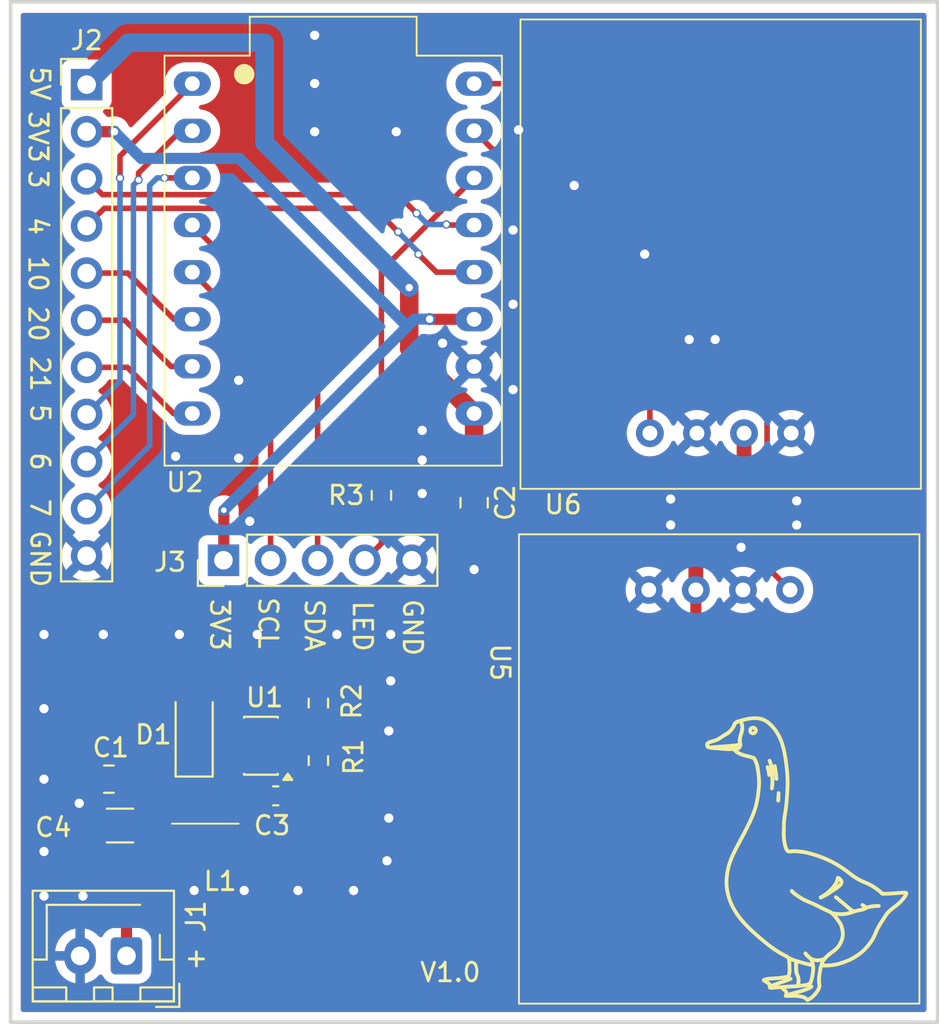
<source format=kicad_pcb>
(kicad_pcb (version 20241229) (generator "pcbnew") (generator_version "9.0")
  (layers (0 "F.Cu" signal) (2 "B.Cu" signal) (13 "F.Paste" user) (15 "B.Paste" user) (5 "F.SilkS" user "F.Silkscreen") (7 "B.SilkS" user "B.Silkscreen") (1 "F.Mask" user) (3 "B.Mask" user) (25 "Edge.Cuts" user))
  (net 0 "")
  (net 1 "24V")
  (net 2 "GND")
  (net 3 "5V")
  (net 4 "Net-(U1-CB)")
  (net 5 "Net-(D1-K)")
  (net 6 "SDA")
  (net 7 "SCL")
  (net 8 "Net-(U1-FB)")
  (net 9 "TVOC_LED")
  (net 10 "7")
  (net 11 "5")
  (net 12 "6")
  (net 13 "3")
  (net 14 "10")
  (net 15 "21")
  (net 16 "20")
  (net 17 "FAN_EXHAUST")
  (net 18 "3.3V")
  (net 19 "4")
  (net 20 "FAN_RECIRC")
  (net 21 "Net-(J3-Pin_4)")
  (footprint "Chryseus:DRV8871 Module" (layer "F.Cu") (at 191.05 65.5)
    (property "Reference" "U6")
    (property "Value" "DRV8871 Module")
  )
  (footprint "Chryseus:DRV8871 Module" (layer "F.Cu") (at 183.37 73.95 180)
    (property "Reference" "U5")
    (property "Value" "DRV8871 Module")
  )
  (footprint "Resistor_SMD:R_0603_1608Metric" (layer "F.Cu") (at 168.95 68.85 90)
    (property "Reference" "R3")
    (property "Value" "1k")
  )
  (footprint "Connector_JST:JST_XH_B2B-XH-AM_1x02_P2.50mm_Vertical" (layer "F.Cu") (at 155.2 93.675 180)
    (property "Reference" "J1")
    (property "Value" "Vin")
  )
  (footprint "Diode_SMD:D_SOD-123" (layer "F.Cu") (at 158.85 81.65 90)
    (property "Reference" "D1")
    (property "Value" "1N5819HW")
  )
  (footprint "Capacitor_SMD:C_0805_2012Metric" (layer "F.Cu") (at 154.25 84.15 180)
    (property "Reference" "C1")
    (property "Value" "1u")
  )
  (footprint "Connector_PinHeader_2.54mm:PinHeader_1x11_P2.54mm_Vertical" (layer "F.Cu") (at 153.05 46.71)
    (property "Reference" "J2")
    (property "Value" "Conn_01x11")
  )
  (footprint "Capacitor_SMD:C_1206_3216Metric" (layer "F.Cu") (at 154.85 86.65 180)
    (property "Reference" "C4")
    (property "Value" "22u")
  )
  (footprint "Capacitor_SMD:C_0805_2012Metric" (layer "F.Cu") (at 173.95 69.25 -90)
    (property "Reference" "C2")
    (property "Value" "1u")
  )
  (footprint "Chryseus:SMNR4030" (layer "F.Cu") (at 159.55 86.55)
    (property "Reference" "L1")
    (property "Value" "6.8u")
  )
  (footprint "Connector_PinHeader_2.54mm:PinHeader_1x05_P2.54mm_Vertical" (layer "F.Cu") (at 160.43 72.35 90)
    (property "Reference" "J3")
    (property "Value" "Ext")
  )
  (footprint "Resistor_SMD:R_0603_1608Metric" (layer "F.Cu") (at 165.55 80.05 90)
    (property "Reference" "R2")
    (property "Value" "10k")
  )
  (footprint "Capacitor_SMD:C_0603_1608Metric" (layer "F.Cu") (at 163.25 85.05 180)
    (property "Reference" "C3")
    (property "Value" "100n")
  )
  (footprint "Chryseus:ESP32_SuperMini_C3" (layer "F.Cu") (at 166.35 55.55 -90)
    (property "Reference" "U2")
    (property "Value" "ESP32 C3 SuperMini")
  )
  (footprint "Resistor_SMD:R_0603_1608Metric" (layer "F.Cu") (at 165.55 83.15 90)
    (property "Reference" "R1")
    (property "Value" "54.9k")
  )
  (footprint "Package_TO_SOT_SMD:TSOT-23-6" (layer "F.Cu") (at 162.45 82.35 180)
    (property "Reference" "U1")
    (property "Value" "LMR14006Y")
  )
  (gr_rect (start 152.85 83.45) (end 153.95 87.45) (stroke (width 0.2)) (fill yes) (layer "F.Cu") (net 2))
  (gr_rect (start 160.75 81.15) (end 161.95 82.65) (stroke (width 0.2)) (fill yes) (layer "F.Cu") (net 1))
  (gr_poly (pts (xy 155.75 85.65) (xy 157.15 85.65) (xy 157.15 87.35) (xy 161.65 87.35) (xy 161.65 88.75) (xy 155.75 88.75)) (stroke (width 0.2)) (fill yes) (layer "F.Cu") (net 3))
  (gr_rect (start 157.65 82.95) (end 162.55 85.55) (stroke (width 0.2)) (fill yes) (layer "F.Cu") (net 5))
  (gr_line (start 192.553131 95.02201) (end 192.554578 95.057065) (stroke (width 0.2)) (layer "F.SilkS"))
  (gr_line (start 189.297438 80.876551) (end 189.360224 80.887096) (stroke (width 0.2)) (layer "F.SilkS"))
  (gr_line (start 196.910844 90.79697) (end 196.872314 90.833157) (stroke (width 0.2)) (layer "F.SilkS"))
  (gr_line (start 194.375218 91.257904) (end 194.3484 91.240123) (stroke (width 0.2)) (layer "F.SilkS"))
  (gr_line (start 189.015582 92.398628) (end 188.968083 92.355162) (stroke (width 0.2)) (layer "F.SilkS"))
  (gr_line (start 186.555687 82.215869) (end 186.574481 82.199829) (stroke (width 0.2)) (layer "F.SilkS"))
  (gr_line (start 193.54671 91.710648) (end 193.531204 91.689115) (stroke (width 0.2)) (layer "F.SilkS"))
  (gr_line (start 192.714718 94.199678) (end 192.694426 94.20645) (stroke (width 0.2)) (layer "F.SilkS"))
  (gr_line (start 193.566336 89.477332) (end 193.569153 89.473567) (stroke (width 0.2)) (layer "F.SilkS"))
  (gr_line (start 191.235285 95.672286) (end 191.279833 95.660288) (stroke (width 0.2)) (layer "F.SilkS"))
  (gr_line (start 191.853492 90.703249) (end 191.817907 90.686923) (stroke (width 0.2)) (layer "F.SilkS"))
  (gr_line (start 190.687501 95.351421) (end 190.658221 95.353957) (stroke (width 0.2)) (layer "F.SilkS"))
  (gr_line (start 191.649472 95.882811) (end 191.617736 95.876449) (stroke (width 0.2)) (layer "F.SilkS"))
  (gr_line (start 190.037222 84.40007) (end 190.035179 84.432309) (stroke (width 0.2)) (layer "F.SilkS"))
  (gr_line (start 190.674659 82.652754) (end 190.689955 82.726651) (stroke (width 0.2)) (layer "F.SilkS"))
  (gr_line (start 192.716905 90.496232) (end 192.693333 90.507638) (stroke (width 0.2)) (layer "F.SilkS"))
  (gr_line (start 191.871037 93.608877) (end 191.859686 93.595182) (stroke (width 0.2)) (layer "F.SilkS"))
  (gr_line (start 189.265353 83.706244) (end 189.259478 83.662736) (stroke (width 0.2)) (layer "F.SilkS"))
  (gr_line (start 190.853749 84.087791) (end 190.856056 84.153584) (stroke (width 0.2)) (layer "F.SilkS"))
  (gr_line (start 192.58656 91.037651) (end 192.552789 91.020347) (stroke (width 0.2)) (layer "F.SilkS"))
  (gr_line (start 191.400912 94.75395) (end 191.392468 94.732163) (stroke (width 0.2)) (layer "F.SilkS"))
  (gr_line (start 191.667456 95.272092) (end 191.625045 95.277669) (stroke (width 0.2)) (layer "F.SilkS"))
  (gr_line (start 191.081941 88.039541) (end 191.116895 88.037013) (stroke (width 0.2)) (layer "F.SilkS"))
  (gr_line (start 193.366382 91.48552) (end 193.344108 91.461855) (stroke (width 0.2)) (layer "F.SilkS"))
  (gr_line (start 188.027975 82.330805) (end 187.987922 82.334811) (stroke (width 0.2)) (layer "F.SilkS"))
  (gr_line (start 193.629917 91.827676) (end 193.612572 91.802867) (stroke (width 0.2)) (layer "F.SilkS"))
  (gr_line (start 190.032703 84.04136) (end 190.034918 84.082128) (stroke (width 0.2)) (layer "F.SilkS"))
  (gr_line (start 194.584966 89.496101) (end 194.626699 89.520997) (stroke (width 0.2)) (layer "F.SilkS"))
  (gr_line (start 196.64616 91.020358) (end 196.606731 91.050663) (stroke (width 0.2)) (layer "F.SilkS"))
  (gr_line (start 190.786442 95.765434) (end 190.792372 95.748952) (stroke (width 0.2)) (layer "F.SilkS"))
  (gr_line (start 190.011068 83.700523) (end 190.013747 83.738741) (stroke (width 0.2)) (layer "F.SilkS"))
  (gr_line (start 192.44338 93.914877) (end 192.427287 93.914009) (stroke (width 0.2)) (layer "F.SilkS"))
  (gr_line (start 193.078584 93.614504) (end 193.100758 93.596749) (stroke (width 0.2)) (layer "F.SilkS"))
  (gr_line (start 190.915236 88.047492) (end 190.932739 88.050046) (stroke (width 0.2)) (layer "F.SilkS"))
  (gr_line (start 187.806218 88.473466) (end 187.828295 88.418715) (stroke (width 0.2)) (layer "F.SilkS"))
  (gr_line (start 187.46436 82.521876) (end 187.421451 82.518202) (stroke (width 0.2)) (layer "F.SilkS"))
  (gr_line (start 193.601409 89.481156) (end 193.613269 89.487451) (stroke (width 0.2)) (layer "F.SilkS"))
  (gr_line (start 191.320033 94.423206) (end 191.319535 94.398965) (stroke (width 0.2)) (layer "F.SilkS"))
  (gr_line (start 189.226156 85.2449) (end 189.236781 85.185149) (stroke (width 0.2)) (layer "F.SilkS"))
  (gr_line (start 189.92271 95.322074) (end 189.907279 95.327912) (stroke (width 0.2)) (layer "F.SilkS"))
  (gr_line (start 191.314689 94.047286) (end 191.313672 94.025095) (stroke (width 0.2)) (layer "F.SilkS"))
  (gr_line (start 193.542537 89.595686) (end 193.547549 89.583295) (stroke (width 0.2)) (layer "F.SilkS"))
  (gr_line (start 190.943571 94.644753) (end 190.950591 94.612122) (stroke (width 0.2)) (layer "F.SilkS"))
  (gr_line (start 190.87658 94.802683) (end 190.888387 94.799412) (stroke (width 0.2)) (layer "F.SilkS"))
  (gr_line (start 187.787724 90.789402) (end 187.761801 90.724416) (stroke (width 0.2)) (layer "F.SilkS"))
  (gr_line (start 193.534157 89.617322) (end 193.539173 89.604136) (stroke (width 0.2)) (layer "F.SilkS"))
  (gr_line (start 192.202049 94.081495) (end 192.205292 94.096153) (stroke (width 0.2)) (layer "F.SilkS"))
  (gr_line (start 188.397071 81.544144) (end 188.400518 81.524208) (stroke (width 0.2)) (layer "F.SilkS"))
  (gr_line (start 188.304245 82.264697) (end 188.302924 82.254892) (stroke (width 0.2)) (layer "F.SilkS"))
  (gr_line (start 191.310923 93.976457) (end 191.309608 93.956799) (stroke (width 0.2)) (layer "F.SilkS"))
  (gr_line (start 188.296937 81.920793) (end 188.300918 81.899056) (stroke (width 0.2)) (layer "F.SilkS"))
  (gr_line (start 187.92953 88.190185) (end 187.957689 88.130722) (stroke (width 0.2)) (layer "F.SilkS"))
  (gr_line (start 187.55114 82.372738) (end 187.493244 82.377062) (stroke (width 0.2)) (layer "F.SilkS"))
  (gr_line (start 190.945673 95.329777) (end 190.910006 95.332311) (stroke (width 0.2)) (layer "F.SilkS"))
  (gr_line (start 188.155654 82.318435) (end 188.119461 82.321816) (stroke (width 0.2)) (layer "F.SilkS"))
  (gr_line (start 189.860591 83.825983) (end 189.862345 83.842526) (stroke (width 0.2)) (layer "F.SilkS"))
  (gr_line (start 191.972818 93.708039) (end 191.962069 93.698231) (stroke (width 0.2)) (layer "F.SilkS"))
  (gr_line (start 190.986333 93.820093) (end 190.954809 93.80421) (stroke (width 0.2)) (layer "F.SilkS"))
  (gr_line (start 191.596661 95.281302) (end 191.554383 95.286635) (stroke (width 0.2)) (layer "F.SilkS"))
  (gr_line (start 196.404125 91.211087) (end 196.37336 91.237867) (stroke (width 0.2)) (layer "F.SilkS"))
  (gr_line (start 192.574403 95.323199) (end 192.569174 95.352698) (stroke (width 0.2)) (layer "F.SilkS"))
  (gr_line (start 192.644914 90.527306) (end 192.6536 90.521621) (stroke (width 0.2)) (layer "F.SilkS"))
  (gr_line (start 187.931556 81.329984) (end 187.947376 81.300843) (stroke (width 0.2)) (layer "F.SilkS"))
  (gr_line (start 193.913796 91.418028) (end 193.958027 91.413079) (stroke (width 0.2)) (layer "F.SilkS"))
  (gr_line (start 189.925769 95.395351) (end 189.906911 95.387596) (stroke (width 0.2)) (layer "F.SilkS"))
  (gr_line (start 196.123358 91.536514) (end 196.106145 91.563299) (stroke (width 0.2)) (layer "F.SilkS"))
  (gr_curve (pts (xy 192.694792 94.146658) (xy 192.696519 94.140682) (xy 192.698278 94.134583) (xy 192.700071 94.128368)) (stroke (width 0.2)) (layer "F.SilkS"))
  (gr_line (start 193.451272 89.795795) (end 193.461569 89.779584) (stroke (width 0.2)) (layer "F.SilkS"))
  (gr_line (start 187.026668 82.036015) (end 187.062065 82.020101) (stroke (width 0.2)) (layer "F.SilkS"))
  (gr_line (start 190.000387 83.5796) (end 190.004073 83.614927) (stroke (width 0.2)) (layer "F.SilkS"))
  (gr_line (start 190.058255 95.270278) (end 190.034206 95.279504) (stroke (width 0.2)) (layer "F.SilkS"))
  (gr_line (start 192.871044 94.194892) (end 192.832181 94.194104) (stroke (width 0.2)) (layer "F.SilkS"))
  (gr_line (start 188.300015 82.310022) (end 188.291904 82.309334) (stroke (width 0.2)) (layer "F.SilkS"))
  (gr_line (start 191.246893 95.317064) (end 191.229655 95.317569) (stroke (width 0.2)) (layer "F.SilkS"))
  (gr_line (start 191.525402 88.053405) (end 191.558857 88.056918) (stroke (width 0.2)) (layer "F.SilkS"))
  (gr_line (start 193.550753 89.575313) (end 193.555311 89.56355) (stroke (width 0.2)) (layer "F.SilkS"))
  (gr_line (start 186.866552 82.09049) (end 186.896253 82.08228) (stroke (width 0.2)) (layer "F.SilkS"))
  (gr_line (start 190.59521 94.845028) (end 190.634863 94.839171) (stroke (width 0.2)) (layer "F.SilkS"))
  (gr_line (start 191.991918 93.725884) (end 191.980205 93.714864) (stroke (width 0.2)) (layer "F.SilkS"))
  (gr_line (start 192.038038 96.000703) (end 192.014161 96.01413) (stroke (width 0.2)) (layer "F.SilkS"))
  (gr_line (start 189.354684 92.69777) (end 189.30212 92.652511) (stroke (width 0.2)) (layer "F.SilkS"))
  (gr_line (start 189.016804 83.001724) (end 188.994718 82.991728) (stroke (width 0.2)) (layer "F.SilkS"))
  (gr_line (start 190.37844 93.469956) (end 190.333145 93.442199) (stroke (width 0.2)) (layer "F.SilkS"))
  (gr_curve (pts (xy 193.194012 93.526483) (xy 193.202183 93.520472) (xy 193.21045 93.5144) (xy 193.218815 93.508255)) (stroke (width 0.2)) (layer "F.SilkS"))
  (gr_line (start 190.751647 95.345606) (end 190.739131 95.346801) (stroke (width 0.2)) (layer "F.SilkS"))
  (gr_line (start 189.267284 92.622272) (end 189.215324 92.576942) (stroke (width 0.2)) (layer "F.SilkS"))
  (gr_line (start 189.188859 80.865769) (end 189.25477 80.870891) (stroke (width 0.2)) (layer "F.SilkS"))
  (gr_line (start 187.239145 82.501769) (end 187.190131 82.497856) (stroke (width 0.2)) (layer "F.SilkS"))
  (gr_line (start 187.644969 88.998638) (end 187.656774 88.94652) (stroke (width 0.2)) (layer "F.SilkS"))
  (gr_line (start 195.134345 93.198586) (end 195.109021 93.22792) (stroke (width 0.2)) (layer "F.SilkS"))
  (gr_line (start 190.959931 95.832949) (end 190.928978 95.833468) (stroke (width 0.2)) (layer "F.SilkS"))
  (gr_line (start 187.568664 89.874087) (end 187.56556 89.819796) (stroke (width 0.2)) (layer "F.SilkS"))
  (gr_line (start 194.279519 91.343008) (end 194.302607 91.334841) (stroke (width 0.2)) (layer "F.SilkS"))
  (gr_line (start 195.825357 92.005982) (end 195.802217 92.045073) (stroke (width 0.2)) (layer "F.SilkS"))
  (gr_line (start 190.841009 83.863617) (end 190.845725 83.931775) (stroke (width 0.2)) (layer "F.SilkS"))
  (gr_line (start 193.998922 93.97542) (end 193.957591 93.991405) (stroke (width 0.2)) (layer "F.SilkS"))
  (gr_line (start 189.152441 83.223523) (end 189.13735 83.188463) (stroke (width 0.2)) (layer "F.SilkS"))
  (gr_line (start 195.217599 93.097642) (end 195.192717 93.12855) (stroke (width 0.2)) (layer "F.SilkS"))
  (gr_line (start 192.075851 95.1516) (end 192.071523 95.156111) (stroke (width 0.2)) (layer "F.SilkS"))
  (gr_line (start 193.5788 94.113481) (end 193.535142 94.12423) (stroke (width 0.2)) (layer "F.SilkS"))
  (gr_line (start 195.805902 90.178433) (end 195.843159 90.209389) (stroke (width 0.2)) (layer "F.SilkS"))
  (gr_line (start 195.293328 91.029666) (end 195.324944 91.023486) (stroke (width 0.2)) (layer "F.SilkS"))
  (gr_line (start 192.612897 94.468898) (end 192.607889 94.500032) (stroke (width 0.2)) (layer "F.SilkS"))
  (gr_line (start 190.996705 94.921206) (end 190.978561 94.928975) (stroke (width 0.2)) (layer "F.SilkS"))
  (gr_line (start 190.240827 83.971352) (end 190.243306 83.994664) (stroke (width 0.2)) (layer "F.SilkS"))
  (gr_line (start 191.187169 95.318388) (end 191.16674 95.318809) (stroke (width 0.2)) (layer "F.SilkS"))
  (gr_line (start 191.870317 95.475941) (end 191.894739 95.466363) (stroke (width 0.2)) (layer "F.SilkS"))
  (gr_line (start 187.834749 82.349716) (end 187.797965 82.353058) (stroke (width 0.2)) (layer "F.SilkS"))
  (gr_line (start 190.959517 94.255708) (end 190.958436 94.208513) (stroke (width 0.2)) (layer "F.SilkS"))
  (gr_line (start 193.840656 90.826722) (end 193.766926 90.764434) (stroke (width 0.2)) (layer "F.SilkS"))
  (gr_line (start 190.54222 82.172099) (end 190.566222 82.242241) (stroke (width 0.2)) (layer "F.SilkS"))
  (gr_line (start 194.392785 91.301595) (end 194.419083 91.292779) (stroke (width 0.2)) (layer "F.SilkS"))
  (gr_line (start 191.451322 94.983912) (end 191.450286 94.96045) (stroke (width 0.2)) (layer "F.SilkS"))
  (gr_line (start 192.575007 95.229766) (end 192.577333 95.257366) (stroke (width 0.2)) (layer "F.SilkS"))
  (gr_line (start 191.500312 90.507591) (end 191.464943 90.484343) (stroke (width 0.2)) (layer "F.SilkS"))
  (gr_line (start 191.24957 90.332792) (end 191.228223 90.316504) (stroke (width 0.2)) (layer "F.SilkS"))
  (gr_line (start 190.967781 94.48414) (end 190.96718 94.46317) (stroke (width 0.2)) (layer "F.SilkS"))
  (gr_line (start 192.195394 94.053445) (end 192.199643 94.070991) (stroke (width 0.2)) (layer "F.SilkS"))
  (gr_line (start 189.442383 92.772555) (end 189.389783 92.727845) (stroke (width 0.2)) (layer "F.SilkS"))
  (gr_line (start 190.857915 84.410938) (end 190.856835 84.474318) (stroke (width 0.2)) (layer "F.SilkS"))
  (gr_line (start 190.22444 94.884266) (end 190.269225 94.881186) (stroke (width 0.2)) (layer "F.SilkS"))
  (gr_line (start 191.794537 90.67578) (end 191.759675 90.658727) (stroke (width 0.2)) (layer "F.SilkS"))
  (gr_line (start 190.741275 87.786149) (end 190.750263 87.816503) (stroke (width 0.2)) (layer "F.SilkS"))
  (gr_line (start 195.478857 92.716043) (end 195.460517 92.74918) (stroke (width 0.2)) (layer "F.SilkS"))
  (gr_line (start 190.802865 95.8331) (end 190.787977 95.833986) (stroke (width 0.2)) (layer "F.SilkS"))
  (gr_line (start 189.857296 93.110733) (end 189.810791 93.074555) (stroke (width 0.2)) (layer "F.SilkS"))
  (gr_line (start 194.686129 91.224773) (end 194.72543 91.216517) (stroke (width 0.2)) (layer "F.SilkS"))
  (gr_line (start 192.379272 95.693406) (end 192.355573 95.722665) (stroke (width 0.2)) (layer "F.SilkS"))
  (gr_curve (pts (xy 190.723839 86.002266) (xy 190.721154 86.018245) (xy 190.718481 86.034134) (xy 190.715827 86.049955)) (stroke (width 0.2)) (layer "F.SilkS"))
  (gr_line (start 195.241049 91.041298) (end 195.272257 91.034047) (stroke (width 0.2)) (layer "F.SilkS"))
  (gr_line (start 189.575053 94.98328) (end 189.57945 94.977041) (stroke (width 0.2)) (layer "F.SilkS"))
  (gr_line (start 193.56481 89.487651) (end 193.565183 89.480703) (stroke (width 0.2)) (layer "F.SilkS"))
  (gr_curve (pts (xy 188.020897 82.585393) (xy 188.018253 82.580664) (xy 188.01576 82.576149) (xy 188.013264 82.571871)) (stroke (width 0.2)) (layer "F.SilkS"))
  (gr_line (start 190.756732 87.835857) (end 190.766945 87.864113) (stroke (width 0.2)) (layer "F.SilkS"))
  (gr_line (start 188.303251 82.312644) (end 188.303366 82.310776) (stroke (width 0.2)) (layer "F.SilkS"))
  (gr_line (start 192.35926 93.906303) (end 192.341223 93.903525) (stroke (width 0.2)) (layer "F.SilkS"))
  (gr_line (start 190.813593 93.709923) (end 190.789188 93.696148) (stroke (width 0.2)) (layer "F.SilkS"))
  (gr_line (start 190.877103 93.757104) (end 190.860994 93.742121) (stroke (width 0.2)) (layer "F.SilkS"))
  (gr_line (start 193.563982 90.593568) (end 193.465699 90.511007) (stroke (width 0.2)) (layer "F.SilkS"))
  (gr_line (start 192.924259 90.391574) (end 192.903584 90.402697) (stroke (width 0.2)) (layer "F.SilkS"))
  (gr_line (start 189.587613 94.972382) (end 189.604507 94.964846) (stroke (width 0.2)) (layer "F.SilkS"))
  (gr_line (start 190.685001 95.038036) (end 190.65123 95.05001) (stroke (width 0.2)) (layer "F.SilkS"))
  (gr_line (start 190.7946 87.924704) (end 190.807813 87.948419) (stroke (width 0.2)) (layer "F.SilkS"))
  (gr_line (start 191.599174 94.029295) (end 191.547986 94.014854) (stroke (width 0.2)) (layer "F.SilkS"))
  (gr_line (start 187.84388 88.381622) (end 187.868039 88.325409) (stroke (width 0.2)) (layer "F.SilkS"))
  (gr_line (start 194.185423 91.370842) (end 194.217354 91.362405) (stroke (width 0.2)) (layer "F.SilkS"))
  (gr_line (start 190.208024 83.710376) (end 190.212263 83.740329) (stroke (width 0.2)) (layer "F.SilkS"))
  (gr_line (start 189.983269 83.463557) (end 189.989447 83.498379) (stroke (width 0.2)) (layer "F.SilkS"))
  (gr_line (start 196.235433 91.379103) (end 196.216629 91.402261) (stroke (width 0.2)) (layer "F.SilkS"))
  (gr_line (start 190.710615 86.081491) (end 190.702977 86.128726) (stroke (width 0.2)) (layer "F.SilkS"))
  (gr_line (start 190.807992 83.512509) (end 190.815847 83.584113) (stroke (width 0.2)) (layer "F.SilkS"))
  (gr_line (start 192.244661 90.871864) (end 192.205351 90.854508) (stroke (width 0.2)) (layer "F.SilkS"))
  (gr_line (start 191.135982 90.236332) (end 191.122731 90.222661) (stroke (width 0.2)) (layer "F.SilkS"))
  (gr_line (start 192.102792 95.365225) (end 192.121497 95.352461) (stroke (width 0.2)) (layer "F.SilkS"))
  (gr_line (start 188.317659 91.67175) (end 188.27785 91.621564) (stroke (width 0.2)) (layer "F.SilkS"))
  (gr_line (start 191.110146 95.707124) (end 191.142831 95.697706) (stroke (width 0.2)) (layer "F.SilkS"))
  (gr_line (start 192.662631 90.516067) (end 192.678692 90.506348) (stroke (width 0.2)) (layer "F.SilkS"))
  (gr_line (start 188.303774 81.884497) (end 188.308253 81.862658) (stroke (width 0.2)) (layer "F.SilkS"))
  (gr_line (start 193.232899 90.074417) (end 193.253221 90.053176) (stroke (width 0.2)) (layer "F.SilkS"))
  (gr_line (start 192.218193 94.15986) (end 192.220747 94.171965) (stroke (width 0.2)) (layer "F.SilkS"))
  (gr_line (start 191.316191 94.085766) (end 191.315329 94.062385) (stroke (width 0.2)) (layer "F.SilkS"))
  (gr_line (start 191.390266 95.630599) (end 191.437773 95.617688) (stroke (width 0.2)) (layer "F.SilkS"))
  (gr_line (start 192.844623 90.404398) (end 192.865497 90.390639) (stroke (width 0.2)) (layer "F.SilkS"))
  (gr_line (start 194.151619 91.0916) (end 194.12404 91.067936) (stroke (width 0.2)) (layer "F.SilkS"))
  (gr_line (start 190.820687 83.631415) (end 190.827575 83.701953) (stroke (width 0.2)) (layer "F.SilkS"))
  (gr_line (start 193.720657 94.073452) (end 193.678542 94.086208) (stroke (width 0.2)) (layer "F.SilkS"))
  (gr_line (start 186.990876 82.484058) (end 186.943959 82.480815) (stroke (width 0.2)) (layer "F.SilkS"))
  (gr_line (start 192.068535 95.158749) (end 192.063822 95.162655) (stroke (width 0.2)) (layer "F.SilkS"))
  (gr_line (start 188.212106 81.034305) (end 188.230522 81.029122) (stroke (width 0.2)) (layer "F.SilkS"))
  (gr_line (start 191.537786 95.861747) (end 191.501894 95.855341) (stroke (width 0.2)) (layer "F.SilkS"))
  (gr_line (start 189.181115 92.546837) (end 189.130279 92.501857) (stroke (width 0.2)) (layer "F.SilkS"))
  (gr_line (start 189.591144 80.963463) (end 189.644631 80.990174) (stroke (width 0.2)) (layer "F.SilkS"))
  (gr_line (start 194.353484 91.315742) (end 194.376281 91.307354) (stroke (width 0.2)) (layer "F.SilkS"))
  (gr_line (start 192.032569 95.405682) (end 192.054968 95.393926) (stroke (width 0.2)) (layer "F.SilkS"))
  (gr_line (start 193.841022 91.423977) (end 193.884411 91.420879) (stroke (width 0.2)) (layer "F.SilkS"))
  (gr_line (start 191.447187 95.093053) (end 191.448929 95.072978) (stroke (width 0.2)) (layer "F.SilkS"))
  (gr_line (start 192.30785 90.900362) (end 192.270443 90.883363) (stroke (width 0.2)) (layer "F.SilkS"))
  (gr_line (start 187.852649 81.447568) (end 187.88044 81.409869) (stroke (width 0.2)) (layer "F.SilkS"))
  (gr_line (start 196.032926 90.328689) (end 196.064261 90.328084) (stroke (width 0.2)) (layer "F.SilkS"))
  (gr_line (start 190.866898 95.833193) (end 190.844633 95.832807) (stroke (width 0.2)) (layer "F.SilkS"))
  (gr_curve (pts (xy 192.043633 90.785236) (xy 192.030264 90.779581) (xy 192.016974 90.773964) (xy 192.003786 90.768388)) (stroke (width 0.2)) (layer "F.SilkS"))
  (gr_line (start 190.655742 86.759852) (end 190.65498 86.81222) (stroke (width 0.2)) (layer "F.SilkS"))
  (gr_line (start 187.611091 89.17288) (end 187.620289 89.120541) (stroke (width 0.2)) (layer "F.SilkS"))
  (gr_line (start 189.074867 85.833378) (end 189.094065 85.775371) (stroke (width 0.2)) (layer "F.SilkS"))
  (gr_line (start 190.835202 84.937401) (end 190.831101 85.000978) (stroke (width 0.2)) (layer "F.SilkS"))
  (gr_line (start 192.760371 90.474957) (end 192.733637 90.488083) (stroke (width 0.2)) (layer "F.SilkS"))
  (gr_line (start 193.503274 90.01846) (end 193.482982 90.032787) (stroke (width 0.2)) (layer "F.SilkS"))
  (gr_line (start 191.317423 94.126077) (end 191.316726 94.101632) (stroke (width 0.2)) (layer "F.SilkS"))
  (gr_line (start 192.671408 94.223925) (end 192.675693 94.210627) (stroke (width 0.2)) (layer "F.SilkS"))
  (gr_line (start 188.841938 82.948803) (end 188.790231 82.936113) (stroke (width 0.2)) (layer "F.SilkS"))
  (gr_line (start 188.959819 80.869485) (end 189.02968 80.864885) (stroke (width 0.2)) (layer "F.SilkS"))
  (gr_line (start 189.933162 93.168543) (end 189.887947 93.134341) (stroke (width 0.2)) (layer "F.SilkS"))
  (gr_line (start 190.763003 95.813717) (end 190.769716 95.80118) (stroke (width 0.2)) (layer "F.SilkS"))
  (gr_line (start 192.81039 93.885684) (end 192.825694 93.866006) (stroke (width 0.2)) (layer "F.SilkS"))
  (gr_line (start 194.971119 90.983673) (end 194.940914 90.964655) (stroke (width 0.2)) (layer "F.SilkS"))
  (gr_line (start 187.148422 81.974477) (end 187.18635 81.95209) (stroke (width 0.2)) (layer "F.SilkS"))
  (gr_line (start 192.679866 90.514051) (end 192.662187 90.522343) (stroke (width 0.2)) (layer "F.SilkS"))
  (gr_line (start 190.760959 83.147268) (end 190.771455 83.221124) (stroke (width 0.2)) (layer "F.SilkS"))
  (gr_line (start 193.52584 89.640322) (end 193.530832 89.62632) (stroke (width 0.2)) (layer "F.SilkS"))
  (gr_line (start 191.387553 95.290638) (end 191.39519 95.280348) (stroke (width 0.2)) (layer "F.SilkS"))
  (gr_line (start 189.176705 83.285784) (end 189.162404 83.247732) (stroke (width 0.2)) (layer "F.SilkS"))
  (gr_line (start 190.04036 84.233198) (end 190.040725 84.268109) (stroke (width 0.2)) (layer "F.SilkS"))
  (gr_line (start 190.295636 95.179708) (end 190.264422 95.191496) (stroke (width 0.2)) (layer "F.SilkS"))
  (gr_line (start 190.623374 95.468751) (end 190.612157 95.45607) (stroke (width 0.2)) (layer "F.SilkS"))
  (gr_line (start 194.454245 89.411962) (end 194.491744 89.437153) (stroke (width 0.2)) (layer "F.SilkS"))
  (gr_line (start 188.241888 87.576034) (end 188.273805 87.51617) (stroke (width 0.2)) (layer "F.SilkS"))
  (gr_line (start 190.928929 94.948983) (end 190.904988 94.958247) (stroke (width 0.2)) (layer "F.SilkS"))
  (gr_line (start 187.771966 88.563204) (end 187.792014 88.509645) (stroke (width 0.2)) (layer "F.SilkS"))
  (gr_line (start 186.563295 82.407871) (end 186.54927 82.3964) (stroke (width 0.2)) (layer "F.SilkS"))
  (gr_line (start 189.975903 95.394939) (end 189.969866 95.396262) (stroke (width 0.2)) (layer "F.SilkS"))
  (gr_line (start 188.282438 82.16617) (end 188.279945 82.151443) (stroke (width 0.2)) (layer "F.SilkS"))
  (gr_line (start 195.659662 92.319063) (end 195.643661 92.354636) (stroke (width 0.2)) (layer "F.SilkS"))
  (gr_line (start 191.219884 93.915281) (end 191.181618 93.90196) (stroke (width 0.2)) (layer "F.SilkS"))
  (gr_line (start 190.677391 86.321745) (end 190.672515 86.371926) (stroke (width 0.2)) (layer "F.SilkS"))
  (gr_line (start 190.152347 94.888418) (end 190.195037 94.886115) (stroke (width 0.2)) (layer "F.SilkS"))
  (gr_line (start 187.646798 90.361168) (end 187.6318 90.299085) (stroke (width 0.2)) (layer "F.SilkS"))
  (gr_curve (pts (xy 189.734671 95.09109) (xy 189.728482 95.087045) (xy 189.722446 95.083106) (xy 189.716584 95.07927)) (stroke (width 0.2)) (layer "F.SilkS"))
  (gr_line (start 190.954679 94.592155) (end 190.96008 94.56452) (stroke (width 0.2)) (layer "F.SilkS"))
  (gr_line (start 193.707372 89.837204) (end 193.697667 89.849391) (stroke (width 0.2)) (layer "F.SilkS"))
  (gr_line (start 192.207214 94.678618) (end 192.202314 94.711023) (stroke (width 0.2)) (layer "F.SilkS"))
  (gr_line (start 191.937045 94.119049) (end 191.889967 94.107494) (stroke (width 0.2)) (layer "F.SilkS"))
  (gr_line (start 191.468553 95.609195) (end 191.513445 95.596656) (stroke (width 0.2)) (layer "F.SilkS"))
  (gr_line (start 193.766785 89.670685) (end 193.768848 89.682876) (stroke (width 0.2)) (layer "F.SilkS"))
  (gr_line (start 193.520923 91.674962) (end 193.505398 91.653773) (stroke (width 0.2)) (layer "F.SilkS"))
  (gr_line (start 188.40675 81.478975) (end 188.408859 81.460331) (stroke (width 0.2)) (layer "F.SilkS"))
  (gr_line (start 188.937192 92.326542) (end 188.891545 92.283913) (stroke (width 0.2)) (layer "F.SilkS"))
  (gr_line (start 195.154494 89.770482) (end 195.194853 89.788511) (stroke (width 0.2)) (layer "F.SilkS"))
  (gr_line (start 187.587933 90.060782) (end 187.580475 90.003629) (stroke (width 0.2)) (layer "F.SilkS"))
  (gr_line (start 190.628488 95.058086) (end 190.59427 95.070259) (stroke (width 0.2)) (layer "F.SilkS"))
  (gr_line (start 192.08096 95.974913) (end 192.054708 95.991075) (stroke (width 0.2)) (layer "F.SilkS"))
  (gr_line (start 194.266426 91.184153) (end 194.250642 91.172744) (stroke (width 0.2)) (layer "F.SilkS"))
  (gr_line (start 191.441897 90.468885) (end 191.407997 90.445899) (stroke (width 0.2)) (layer "F.SilkS"))
  (gr_line (start 191.027148 95.733479) (end 191.047984 95.726306) (stroke (width 0.2)) (layer "F.SilkS"))
  (gr_line (start 189.161455 85.541602) (end 189.176148 85.482682) (stroke (width 0.2)) (layer "F.SilkS"))
  (gr_line (start 187.997313 91.211232) (end 187.962093 91.150235) (stroke (width 0.2)) (layer "F.SilkS"))
  (gr_line (start 195.02146 91.015369) (end 194.991255 90.996352) (stroke (width 0.2)) (layer "F.SilkS"))
  (gr_line (start 191.063937 95.72117) (end 191.090055 95.713057) (stroke (width 0.2)) (layer "F.SilkS"))
  (gr_line (start 190.69476 95.514991) (end 190.675316 95.498548) (stroke (width 0.2)) (layer "F.SilkS"))
  (gr_line (start 188.764367 86.571545) (end 188.788735 86.520804) (stroke (width 0.2)) (layer "F.SilkS"))
  (gr_line (start 193.507642 89.68981) (end 193.513584 89.674535) (stroke (width 0.2)) (layer "F.SilkS"))
  (gr_line (start 192.559272 94.84042) (end 192.556521 94.876311) (stroke (width 0.2)) (layer "F.SilkS"))
  (gr_line (start 190.858432 84.304606) (end 190.858387 84.368562) (stroke (width 0.2)) (layer "F.SilkS"))
  (gr_line (start 195.221679 89.80099) (end 195.261986 89.820282) (stroke (width 0.2)) (layer "F.SilkS"))
  (gr_line (start 192.240611 94.362439) (end 192.239892 94.391484) (stroke (width 0.2)) (layer "F.SilkS"))
  (gr_line (start 188.044215 81.126074) (end 188.05784 81.111467) (stroke (width 0.2)) (layer "F.SilkS"))
  (gr_line (start 191.955216 93.69209) (end 191.945153 93.683138) (stroke (width 0.2)) (layer "F.SilkS"))
  (gr_line (start 190.961641 94.33058) (end 190.960302 94.286681) (stroke (width 0.2)) (layer "F.SilkS"))
  (gr_line (start 192.170553 95.910086) (end 192.143749 95.931379) (stroke (width 0.2)) (layer "F.SilkS"))
  (gr_line (start 192.982573 91.230369) (end 192.943603 91.212357) (stroke (width 0.2)) (layer "F.SilkS"))
  (gr_line (start 190.659925 94.835329) (end 190.696177 94.829689) (stroke (width 0.2)) (layer "F.SilkS"))
  (gr_line (start 191.932451 96.052793) (end 191.923295 96.049369) (stroke (width 0.2)) (layer "F.SilkS"))
  (gr_line (start 194.77925 93.536354) (end 194.741489 93.565252) (stroke (width 0.2)) (layer "F.SilkS"))
  (gr_line (start 193.211916 88.587545) (end 193.279687 88.622191) (stroke (width 0.2)) (layer "F.SilkS"))
  (gr_line (start 195.429422 89.91206) (end 195.473686 89.939282) (stroke (width 0.2)) (layer "F.SilkS"))
  (gr_line (start 187.896915 82.343819) (end 187.859343 82.347429) (stroke (width 0.2)) (layer "F.SilkS"))
  (gr_line (start 188.917442 82.968035) (end 188.87446 82.956873) (stroke (width 0.2)) (layer "F.SilkS"))
  (gr_line (start 193.835429 92.582723) (end 193.837827 92.546206) (stroke (width 0.2)) (layer "F.SilkS"))
  (gr_line (start 193.83691 92.457025) (end 193.834245 92.417755) (stroke (width 0.2)) (layer "F.SilkS"))
  (gr_line (start 191.325006 94.500934) (end 191.322772 94.478139) (stroke (width 0.2)) (layer "F.SilkS"))
  (gr_line (start 189.864946 83.908971) (end 189.864594 83.925664) (stroke (width 0.2)) (layer "F.SilkS"))
  (gr_line (start 192.828404 93.856616) (end 192.819316 93.861018) (stroke (width 0.2)) (layer "F.SilkS"))
  (gr_line (start 188.301669 82.248098) (end 188.29947 82.23761) (stroke (width 0.2)) (layer "F.SilkS"))
  (gr_line (start 192.736884 94.015157) (end 192.745139 93.995128) (stroke (width 0.2)) (layer "F.SilkS"))
  (gr_line (start 193.764469 89.73292) (end 193.760624 89.745602) (stroke (width 0.2)) (layer "F.SilkS"))
  (gr_line (start 197.258336 90.330025) (end 197.251411 90.353012) (stroke (width 0.2)) (layer "F.SilkS"))
  (gr_line (start 192.985893 90.301724) (end 193.000521 90.289656) (stroke (width 0.2)) (layer "F.SilkS"))
  (gr_line (start 194.13411 93.919781) (end 194.094103 93.936888) (stroke (width 0.2)) (layer "F.SilkS"))
  (gr_line (start 188.805098 86.486255) (end 188.829714 86.433803) (stroke (width 0.2)) (layer "F.SilkS"))
  (gr_line (start 192.699507 93.890615) (end 192.678132 93.894168) (stroke (width 0.2)) (layer "F.SilkS"))
  (gr_line (start 186.724965 82.129744) (end 186.753132 82.121003) (stroke (width 0.2)) (layer "F.SilkS"))
  (gr_line (start 192.180646 94.165156) (end 192.153177 94.162166) (stroke (width 0.2)) (layer "F.SilkS"))
  (gr_line (start 194.317174 91.329417) (end 194.338791 91.321258) (stroke (width 0.2)) (layer "F.SilkS"))
  (gr_line (start 189.705307 95.071843) (end 189.688951 95.061011) (stroke (width 0.2)) (layer "F.SilkS"))
  (gr_line (start 192.713579 94.082778) (end 192.719933 94.06256) (stroke (width 0.2)) (layer "F.SilkS"))
  (gr_line (start 190.398152 81.836075) (end 190.430455 81.900898) (stroke (width 0.2)) (layer "F.SilkS"))
  (gr_line (start 192.179918 94.839202) (end 192.173365 94.870721) (stroke (width 0.2)) (layer "F.SilkS"))
  (gr_line (start 190.654551 86.846407) (end 190.653944 86.896902) (stroke (width 0.2)) (layer "F.SilkS"))
  (gr_line (start 189.302359 84.667941) (end 189.306754 84.615511) (stroke (width 0.2)) (layer "F.SilkS"))
  (gr_line (start 191.31931 94.254277) (end 191.319166 94.228163) (stroke (width 0.2)) (layer "F.SilkS"))
  (gr_line (start 196.061588 91.632812) (end 196.040697 91.665299) (stroke (width 0.2)) (layer "F.SilkS"))
  (gr_line (start 194.517745 89.454041) (end 194.557578 89.479355) (stroke (width 0.2)) (layer "F.SilkS"))
  (gr_line (start 191.889062 93.629343) (end 191.878419 93.617521) (stroke (width 0.2)) (layer "F.SilkS"))
  (gr_line (start 191.286676 93.93728) (end 191.245973 93.924102) (stroke (width 0.2)) (layer "F.SilkS"))
  (gr_line (start 189.106242 85.736595) (end 189.123941 85.678329) (stroke (width 0.2)) (layer "F.SilkS"))
  (gr_line (start 195.00605 91.138126) (end 195.023745 91.128414) (stroke (width 0.2)) (layer "F.SilkS"))
  (gr_line (start 192.17737 93.986383) (end 192.183379 94.007522) (stroke (width 0.2)) (layer "F.SilkS"))
  (gr_line (start 191.619622 90.582006) (end 191.583926 90.560558) (stroke (width 0.2)) (layer "F.SilkS"))
  (gr_line (start 191.339745 88.037813) (end 191.379305 88.04034) (stroke (width 0.2)) (layer "F.SilkS"))
  (gr_line (start 190.615931 82.409095) (end 190.635073 82.481598) (stroke (width 0.2)) (layer "F.SilkS"))
  (gr_line (start 193.860332 94.027053) (end 193.818497 94.041631) (stroke (width 0.2)) (layer "F.SilkS"))
  (gr_line (start 191.735977 95.262722) (end 191.695421 95.268349) (stroke (width 0.2)) (layer "F.SilkS"))
  (gr_line (start 189.318346 84.203507) (end 189.316329 84.16166) (stroke (width 0.2)) (layer "F.SilkS"))
  (gr_line (start 186.847133 82.472866) (end 186.811345 82.469177) (stroke (width 0.2)) (layer "F.SilkS"))
  (gr_line (start 191.662106 95.551926) (end 191.691819 95.542101) (stroke (width 0.2)) (layer "F.SilkS"))
  (gr_line (start 188.441109 87.203528) (end 188.467874 87.153234) (stroke (width 0.2)) (layer "F.SilkS"))
  (gr_line (start 194.809454 91.199414) (end 194.841647 91.192735) (stroke (width 0.2)) (layer "F.SilkS"))
  (gr_line (start 190.779389 95.834684) (end 190.768035 95.835407) (stroke (width 0.2)) (layer "F.SilkS"))
  (gr_line (start 196.518254 91.11868) (end 196.482125 91.14698) (stroke (width 0.2)) (layer "F.SilkS"))
  (gr_line (start 190.850431 94.806707) (end 190.867479 94.804396) (stroke (width 0.2)) (layer "F.SilkS"))
  (gr_line (start 190.036206 84.108586) (end 190.037935 84.147529) (stroke (width 0.2)) (layer "F.SilkS"))
  (gr_line (start 187.987138 82.548278) (end 187.968651 82.541415) (stroke (width 0.2)) (layer "F.SilkS"))
  (gr_line (start 188.311468 81.848162) (end 188.316506 81.826529) (stroke (width 0.2)) (layer "F.SilkS"))
  (gr_line (start 195.357974 89.870626) (end 195.400391 89.894713) (stroke (width 0.2)) (layer "F.SilkS"))
  (gr_line (start 192.266286 93.889182) (end 192.247347 93.884741) (stroke (width 0.2)) (layer "F.SilkS"))
  (gr_line (start 195.122142 91.078762) (end 195.091937 91.059744) (stroke (width 0.2)) (layer "F.SilkS"))
  (gr_line (start 186.771815 82.115694) (end 186.799833 82.108047) (stroke (width 0.2)) (layer "F.SilkS"))
  (gr_line (start 195.091848 93.247247) (end 195.065725 93.276087) (stroke (width 0.2)) (layer "F.SilkS"))
  (gr_line (start 196.712805 90.96824) (end 196.672674 90.999846) (stroke (width 0.2)) (layer "F.SilkS"))
  (gr_line (start 187.696567 81.618427) (end 187.727763 81.589856) (stroke (width 0.2)) (layer "F.SilkS"))
  (gr_line (start 187.395537 81.814903) (end 187.42924 81.793107) (stroke (width 0.2)) (layer "F.SilkS"))
  (gr_line (start 194.86122 91.188429) (end 194.888891 91.181996) (stroke (width 0.2)) (layer "F.SilkS"))
  (gr_line (start 191.156995 93.892928) (end 191.120789 93.879193) (stroke (width 0.2)) (layer "F.SilkS"))
  (gr_line (start 193.154077 93.556034) (end 193.177764 93.538443) (stroke (width 0.2)) (layer "F.SilkS"))
  (gr_line (start 188.121069 91.406491) (end 188.082972 91.34947) (stroke (width 0.2)) (layer "F.SilkS"))
  (gr_line (start 188.650701 92.047236) (end 188.610238 92.005175) (stroke (width 0.2)) (layer "F.SilkS"))
  (gr_line (start 191.373397 95.307594) (end 191.382176 95.297459) (stroke (width 0.2)) (layer "F.SilkS"))
  (gr_line (start 190.074181 81.35329) (end 190.117507 81.404751) (stroke (width 0.2)) (layer "F.SilkS"))
  (gr_line (start 196.089929 90.327504) (end 196.132532 90.326508) (stroke (width 0.2)) (layer "F.SilkS"))
  (gr_line (start 192.703772 94.115632) (end 192.709512 94.096125) (stroke (width 0.2)) (layer "F.SilkS"))
  (gr_line (start 195.001244 93.342936) (end 194.97188 93.371631) (stroke (width 0.2)) (layer "F.SilkS"))
  (gr_line (start 194.750535 91.211384) (end 194.786891 91.204011) (stroke (width 0.2)) (layer "F.SilkS"))
  (gr_line (start 192.620707 94.416687) (end 192.616129 94.448049) (stroke (width 0.2)) (layer "F.SilkS"))
  (gr_line (start 187.969092 81.249411) (end 187.974674 81.232617) (stroke (width 0.2)) (layer "F.SilkS"))
  (gr_line (start 193.785313 92.145315) (end 193.776328 92.113609) (stroke (width 0.2)) (layer "F.SilkS"))
  (gr_line (start 193.790576 94.050996) (end 193.748663 94.064705) (stroke (width 0.2)) (layer "F.SilkS"))
  (gr_line (start 188.348633 81.086286) (end 188.338391 81.070153) (stroke (width 0.2)) (layer "F.SilkS"))
  (gr_line (start 196.165096 90.325691) (end 196.217204 90.324288) (stroke (width 0.2)) (layer "F.SilkS"))
  (gr_line (start 186.589512 82.189757) (end 186.613865 82.175294) (stroke (width 0.2)) (layer "F.SilkS"))
  (gr_line (start 190.718749 94.826134) (end 190.751063 94.821049) (stroke (width 0.2)) (layer "F.SilkS"))
  (gr_line (start 192.849252 90.430686) (end 192.823613 90.44359) (stroke (width 0.2)) (layer "F.SilkS"))
  (gr_line (start 192.234911 94.463066) (end 192.231748 94.494758) (stroke (width 0.2)) (layer "F.SilkS"))
  (gr_line (start 192.839639 93.849128) (end 192.833681 93.853651) (stroke (width 0.2)) (layer "F.SilkS"))
  (gr_line (start 190.369587 85.001025) (end 190.368304 85.030188) (stroke (width 0.2)) (layer "F.SilkS"))
  (gr_line (start 187.564931 89.608071) (end 187.567237 89.555845) (stroke (width 0.2)) (layer "F.SilkS"))
  (gr_line (start 190.019026 95.285323) (end 189.997049 95.293741) (stroke (width 0.2)) (layer "F.SilkS"))
  (gr_line (start 187.900462 82.53323) (end 187.862844 82.531957) (stroke (width 0.2)) (layer "F.SilkS"))
  (gr_line (start 193.394454 89.879175) (end 193.406514 89.862016) (stroke (width 0.2)) (layer "F.SilkS"))
  (gr_line (start 190.668598 87.421563) (end 190.674007 87.461049) (stroke (width 0.2)) (layer "F.SilkS"))
  (gr_line (start 189.78376 83.499443) (end 189.788731 83.519404) (stroke (width 0.2)) (layer "F.SilkS"))
  (gr_line (start 190.828248 85.043429) (end 190.82387 85.107122) (stroke (width 0.2)) (layer "F.SilkS"))
  (gr_line (start 190.653563 86.929588) (end 190.653006 86.977665) (stroke (width 0.2)) (layer "F.SilkS"))
  (gr_line (start 190.887248 95.334025) (end 190.854775 95.336545) (stroke (width 0.2)) (layer "F.SilkS"))
  (gr_line (start 189.62563 95.020259) (end 189.610042 95.011002) (stroke (width 0.2)) (layer "F.SilkS"))
  (gr_line (start 196.09398 91.582293) (end 196.075032 91.611871) (stroke (width 0.2)) (layer "F.SilkS"))
  (gr_line (start 193.095017 90.206924) (end 193.114468 90.189174) (stroke (width 0.2)) (layer "F.SilkS"))
  (gr_line (start 190.014222 84.618882) (end 190.008988 84.652933) (stroke (width 0.2)) (layer "F.SilkS"))
  (gr_line (start 190.661213 87.355663) (end 190.665306 87.395211) (stroke (width 0.2)) (layer "F.SilkS"))
  (gr_line (start 192.661114 94.237634) (end 192.651209 94.257045) (stroke (width 0.2)) (layer "F.SilkS"))
  (gr_line (start 191.440188 95.151959) (end 191.442446 95.135764) (stroke (width 0.2)) (layer "F.SilkS"))
  (gr_line (start 188.244588 82.446325) (end 188.253515 82.43545) (stroke (width 0.2)) (layer "F.SilkS"))
  (gr_line (start 193.770948 91.426764) (end 193.812499 91.425562) (stroke (width 0.2)) (layer "F.SilkS"))
  (gr_line (start 190.58513 95.402566) (end 190.576974 95.379319) (stroke (width 0.2)) (layer "F.SilkS"))
  (gr_line (start 193.090974 90.287376) (end 193.068492 90.302462) (stroke (width 0.2)) (layer "F.SilkS"))
  (gr_line (start 188.331018 81.059727) (end 188.319466 81.044391) (stroke (width 0.2)) (layer "F.SilkS"))
  (gr_line (start 186.677802 82.146442) (end 186.706119 82.135964) (stroke (width 0.2)) (layer "F.SilkS"))
  (gr_line (start 188.345799 87.381691) (end 188.375484 87.326298) (stroke (width 0.2)) (layer "F.SilkS"))
  (gr_line (start 193.370826 93.391955) (end 193.398737 93.368871) (stroke (width 0.2)) (layer "F.SilkS"))
  (gr_line (start 189.856799 83.798419) (end 189.859246 83.814958) (stroke (width 0.2)) (layer "F.SilkS"))
  (gr_circle (center 188.993451 81.527346) (end 188.839664 81.527346) (stroke (width 0.2)) (fill no) (layer "F.SilkS"))
  (gr_line (start 190.66007 86.581694) (end 190.658326 86.635371) (stroke (width 0.2)) (layer "F.SilkS"))
  (gr_line (start 193.768571 89.711891) (end 193.766584 89.724481) (stroke (width 0.2)) (layer "F.SilkS"))
  (gr_line (start 188.185706 91.498735) (end 188.146718 91.443954) (stroke (width 0.2)) (layer "F.SilkS"))
  (gr_line (start 190.840767 87.99551) (end 190.855166 88.011895) (stroke (width 0.2)) (layer "F.SilkS"))
  (gr_line (start 191.276998 95.315703) (end 191.258532 95.31664) (stroke (width 0.2)) (layer "F.SilkS"))
  (gr_line (start 190.908545 95.782078) (end 190.928255 95.773642) (stroke (width 0.2)) (layer "F.SilkS"))
  (gr_line (start 187.884888 91.004031) (end 187.853877 90.940217) (stroke (width 0.2)) (layer "F.SilkS"))
  (gr_line (start 190.245055 84.011264) (end 190.247771 84.037165) (stroke (width 0.2)) (layer "F.SilkS"))
  (gr_line (start 187.987892 81.199771) (end 187.995923 81.185921) (stroke (width 0.2)) (layer "F.SilkS"))
  (gr_line (start 191.185157 95.824655) (end 191.151442 95.825464) (stroke (width 0.2)) (layer "F.SilkS"))
  (gr_line (start 193.692722 89.549704) (end 193.700607 89.558392) (stroke (width 0.2)) (layer "F.SilkS"))
  (gr_line (start 193.752348 89.631493) (end 193.757881 89.64294) (stroke (width 0.2)) (layer "F.SilkS"))
  (gr_curve (pts (xy 190.565167 95.361293) (xy 190.56062 95.361722) (xy 190.553984 95.362815) (xy 190.544717 95.364175)) (stroke (width 0.2)) (layer "F.SilkS"))
  (gr_line (start 190.919038 94.746604) (end 190.926194 94.720081) (stroke (width 0.2)) (layer "F.SilkS"))
  (gr_line (start 191.467075 88.047688) (end 191.50262 88.051091) (stroke (width 0.2)) (layer "F.SilkS"))
  (gr_line (start 191.414365 94.790716) (end 191.406447 94.768559) (stroke (width 0.2)) (layer "F.SilkS"))
  (gr_line (start 193.494762 91.639541) (end 193.478391 91.617963) (stroke (width 0.2)) (layer "F.SilkS"))
  (gr_line (start 191.109618 95.320602) (end 191.081162 95.321797) (stroke (width 0.2)) (layer "F.SilkS"))
  (gr_line (start 188.20959 82.313747) (end 188.178637 82.316352) (stroke (width 0.2)) (layer "F.SilkS"))
  (gr_line (start 194.142721 89.180288) (end 194.172527 89.203254) (stroke (width 0.2)) (layer "F.SilkS"))
  (gr_line (start 188.719111 92.116736) (end 188.677847 92.075127) (stroke (width 0.2)) (layer "F.SilkS"))
  (gr_line (start 191.218014 95.317813) (end 191.200049 95.318148) (stroke (width 0.2)) (layer "F.SilkS"))
  (gr_line (start 191.580538 88.059336) (end 191.612714 88.06308) (stroke (width 0.2)) (layer "F.SilkS"))
  (gr_line (start 191.752163 95.520786) (end 191.775999 95.511977) (stroke (width 0.2)) (layer "F.SilkS"))
  (gr_line (start 192.122602 93.842756) (end 192.12899 93.853931) (stroke (width 0.2)) (layer "F.SilkS"))
  (gr_line (start 188.300169 82.330436) (end 188.302189 82.319813) (stroke (width 0.2)) (layer "F.SilkS"))
  (gr_line (start 190.374006 84.899003) (end 190.372655 84.930446) (stroke (width 0.2)) (layer "F.SilkS"))
  (gr_line (start 187.635939 82.366312) (end 187.587263 82.370025) (stroke (width 0.2)) (layer "F.SilkS"))
  (gr_line (start 193.142355 91.305568) (end 193.115666 91.292195) (stroke (width 0.2)) (layer "F.SilkS"))
  (gr_line (start 192.62712 93.901673) (end 192.605522 93.904538) (stroke (width 0.2)) (layer "F.SilkS"))
  (gr_line (start 188.305309 82.28062) (end 188.304896 82.271124) (stroke (width 0.2)) (layer "F.SilkS"))
  (gr_line (start 189.816538 83.627061) (end 189.821329 83.645144) (stroke (width 0.2)) (layer "F.SilkS"))
  (gr_line (start 188.392852 82.826201) (end 188.351267 82.811078) (stroke (width 0.2)) (layer "F.SilkS"))
  (gr_line (start 186.52996 82.362206) (end 186.525487 82.345398) (stroke (width 0.2)) (layer "F.SilkS"))
  (gr_line (start 193.968594 89.050028) (end 194.008115 89.078818) (stroke (width 0.2)) (layer "F.SilkS"))
  (gr_line (start 189.79924 95.135524) (end 189.779991 95.121417) (stroke (width 0.2)) (layer "F.SilkS"))
  (gr_line (start 190.774382 87.882085) (end 190.78613 87.908238) (stroke (width 0.2)) (layer "F.SilkS"))
  (gr_line (start 192.114987 95.072228) (end 192.107367 95.091855) (stroke (width 0.2)) (layer "F.SilkS"))
  (gr_line (start 190.084586 94.891519) (end 190.124538 94.889788) (stroke (width 0.2)) (layer "F.SilkS"))
  (gr_line (start 195.752684 90.986673) (end 195.779744 90.987256) (stroke (width 0.2)) (layer "F.SilkS"))
  (gr_line (start 192.339533 95.741578) (end 192.315268 95.769423) (stroke (width 0.2)) (layer "F.SilkS"))
  (gr_line (start 186.533266 82.244016) (end 186.544881 82.226875) (stroke (width 0.2)) (layer "F.SilkS"))
  (gr_line (start 188.067155 81.102375) (end 188.081487 81.08948) (stroke (width 0.2)) (layer "F.SilkS"))
  (gr_line (start 190.727284 95.347886) (end 190.705637 95.349831) (stroke (width 0.2)) (layer "F.SilkS"))
  (gr_line (start 196.269984 91.339479) (end 196.248574 91.363479) (stroke (width 0.2)) (layer "F.SilkS"))
  (gr_line (start 188.861852 92.25579) (end 188.817939 92.213826) (stroke (width 0.2)) (layer "F.SilkS"))
  (gr_line (start 190.653198 87.222905) (end 190.654656 87.263096) (stroke (width 0.2)) (layer "F.SilkS"))
  (gr_line (start 188.287366 82.189368) (end 188.284282 82.175722) (stroke (width 0.2)) (layer "F.SilkS"))
  (gr_line (start 193.344896 90.122213) (end 193.32664 90.133467) (stroke (width 0.2)) (layer "F.SilkS"))
  (gr_line (start 191.772695 94.076974) (end 191.72076 94.062972) (stroke (width 0.2)) (layer "F.SilkS"))
  (gr_line (start 190.006217 83.63894) (end 190.009225 83.675487) (stroke (width 0.2)) (layer "F.SilkS"))
  (gr_line (start 192.568882 95.182874) (end 192.572901 95.211271) (stroke (width 0.2)) (layer "F.SilkS"))
  (gr_line (start 190.214299 81.532586) (end 190.253981 81.590068) (stroke (width 0.2)) (layer "F.SilkS"))
  (gr_line (start 191.310951 95.65194) (end 191.358382 95.639208) (stroke (width 0.2)) (layer "F.SilkS"))
  (gr_line (start 193.042953 91.258133) (end 193.007711 91.24194) (stroke (width 0.2)) (layer "F.SilkS"))
  (gr_line (start 195.57912 90.990956) (end 195.604717 90.989334) (stroke (width 0.2)) (layer "F.SilkS"))
  (gr_line (start 190.525544 94.854678) (end 190.568018 94.84893) (stroke (width 0.2)) (layer "F.SilkS"))
  (gr_line (start 191.272723 88.034873) (end 191.313081 88.036356) (stroke (width 0.2)) (layer "F.SilkS"))
  (gr_line (start 191.541555 95.588603) (end 191.581799 95.576862) (stroke (width 0.2)) (layer "F.SilkS"))
  (gr_line (start 188.108393 82.523968) (end 188.121587 82.520317) (stroke (width 0.2)) (layer "F.SilkS"))
  (gr_line (start 192.866027 88.428589) (end 192.935532 88.458097) (stroke (width 0.2)) (layer "F.SilkS"))
  (gr_line (start 193.505467 94.13097) (end 193.460366 94.140691) (stroke (width 0.2)) (layer "F.SilkS"))
  (gr_line (start 187.317801 82.508617) (end 187.271249 82.504455) (stroke (width 0.2)) (layer "F.SilkS"))
  (gr_line (start 190.194038 95.218262) (end 190.164957 95.229371) (stroke (width 0.2)) (layer "F.SilkS"))
  (gr_line (start 195.751605 92.134813) (end 195.731317 92.172613) (stroke (width 0.2)) (layer "F.SilkS"))
  (gr_line (start 193.672163 89.878121) (end 193.659921 89.890733) (stroke (width 0.2)) (layer "F.SilkS"))
  (gr_line (start 191.241264 95.824776) (end 191.207579 95.824376) (stroke (width 0.2)) (layer "F.SilkS"))
  (gr_line (start 192.545397 95.425684) (end 192.53119 95.458226) (stroke (width 0.2)) (layer "F.SilkS"))
  (gr_line (start 189.889114 83.151326) (end 189.904871 83.191576) (stroke (width 0.2)) (layer "F.SilkS"))
  (gr_line (start 191.386332 90.430962) (end 191.354846 90.40905) (stroke (width 0.2)) (layer "F.SilkS"))
  (gr_line (start 195.581281 90.010491) (end 195.62839 90.043427) (stroke (width 0.2)) (layer "F.SilkS"))
  (gr_line (start 187.564315 89.784049) (end 187.563161 89.730767) (stroke (width 0.2)) (layer "F.SilkS"))
  (gr_line (start 189.844899 81.126957) (end 189.892505 81.167456) (stroke (width 0.2)) (layer "F.SilkS"))
  (gr_line (start 192.888835 90.410409) (end 192.865741 90.422324) (stroke (width 0.2)) (layer "F.SilkS"))
  (gr_line (start 193.538275 88.766652) (end 193.598966 88.803218) (stroke (width 0.2)) (layer "F.SilkS"))
  (gr_line (start 190.646955 82.530293) (end 190.664037 82.603614) (stroke (width 0.2)) (layer "F.SilkS"))
  (gr_line (start 192.526528 93.912921) (end 192.508829 93.914177) (stroke (width 0.2)) (layer "F.SilkS"))
  (gr_line (start 194.655128 89.537245) (end 194.698201 89.561213) (stroke (width 0.2)) (layer "F.SilkS"))
  (gr_line (start 190.762779 95.834869) (end 190.757526 95.832508) (stroke (width 0.2)) (layer "F.SilkS"))
  (gr_line (start 190.894569 94.795633) (end 190.902755 94.787639) (stroke (width 0.2)) (layer "F.SilkS"))
  (gr_line (start 188.091641 81.081832) (end 188.107572 81.071285) (stroke (width 0.2)) (layer "F.SilkS"))
  (gr_line (start 188.416195 81.340782) (end 188.415968 81.325453) (stroke (width 0.2)) (layer "F.SilkS"))
  (gr_line (start 190.742301 83.023718) (end 190.753735 83.097925) (stroke (width 0.2)) (layer "F.SilkS"))
  (gr_line (start 188.927647 86.214998) (end 188.951517 86.1587) (stroke (width 0.2)) (layer "F.SilkS"))
  (gr_line (start 187.275014 81.895235) (end 187.31237 81.870315) (stroke (width 0.2)) (layer "F.SilkS"))
  (gr_line (start 188.276563 82.114514) (end 188.276161 82.097757) (stroke (width 0.2)) (layer "F.SilkS"))
  (gr_line (start 193.569397 89.969212) (end 193.550158 89.984047) (stroke (width 0.2)) (layer "F.SilkS"))
  (gr_line (start 193.46337 93.31151) (end 193.490507 93.285626) (stroke (width 0.2)) (layer "F.SilkS"))
  (gr_line (start 189.824472 83.657011) (end 189.829126 83.67465) (stroke (width 0.2)) (layer "F.SilkS"))
  (gr_line (start 188.002659 81.176298) (end 188.013847 81.161497) (stroke (width 0.2)) (layer "F.SilkS"))
  (gr_line (start 190.402929 95.139642) (end 190.370201 95.151772) (stroke (width 0.2)) (layer "F.SilkS"))
  (gr_line (start 191.094121 90.189983) (end 191.082633 90.175614) (stroke (width 0.2)) (layer "F.SilkS"))
  (gr_line (start 193.433333 88.705782) (end 193.497016 88.74225) (stroke (width 0.2)) (layer "F.SilkS"))
  (gr_line (start 196.845282 90.283567) (end 196.893643 90.279607) (stroke (width 0.2)) (layer "F.SilkS"))
  (gr_line (start 188.724218 86.653944) (end 188.748209 86.604935) (stroke (width 0.2)) (layer "F.SilkS"))
  (gr_line (start 192.645815 91.067845) (end 192.609621 91.049447) (stroke (width 0.2)) (layer "F.SilkS"))
  (gr_line (start 192.143233 93.846487) (end 192.125762 93.836778) (stroke (width 0.2)) (layer "F.SilkS"))
  (gr_line (start 190.6995 82.776075) (end 190.713279 82.850309) (stroke (width 0.2)) (layer "F.SilkS"))
  (gr_line (start 188.326581 82.801108) (end 188.291987 82.786203) (stroke (width 0.2)) (layer "F.SilkS"))
  (gr_line (start 191.318365 94.167911) (end 191.317845 94.142608) (stroke (width 0.2)) (layer "F.SilkS"))
  (gr_line (start 192.60441 94.520606) (end 192.599115 94.55131) (stroke (width 0.2)) (layer "F.SilkS"))
  (gr_line (start 190.028617 83.971924) (end 190.031135 84.01383) (stroke (width 0.2)) (layer "F.SilkS"))
  (gr_line (start 192.114376 93.829619) (end 192.097559 93.818307) (stroke (width 0.2)) (layer "F.SilkS"))
  (gr_line (start 196.177238 91.455561) (end 196.16125 91.47876) (stroke (width 0.2)) (layer "F.SilkS"))
  (gr_line (start 190.737289 85.921265) (end 190.729219 85.97022) (stroke (width 0.2)) (layer "F.SilkS"))
  (gr_line (start 193.483231 89.742146) (end 193.491463 89.726255) (stroke (width 0.2)) (layer "F.SilkS"))
  (gr_line (start 187.745644 90.681096) (end 187.722436 90.61621) (stroke (width 0.2)) (layer "F.SilkS"))
  (gr_line (start 190.23319 83.901964) (end 190.235417 83.921635) (stroke (width 0.2)) (layer "F.SilkS"))
  (gr_line (start 193.704484 91.426603) (end 193.743794 91.427115) (stroke (width 0.2)) (layer "F.SilkS"))
  (gr_line (start 190.007558 95.392806) (end 189.98673 95.394079) (stroke (width 0.2)) (layer "F.SilkS"))
  (gr_line (start 190.804545 85.359645) (end 190.799201 85.421465) (stroke (width 0.2)) (layer "F.SilkS"))
  (gr_line (start 190.303032 93.423336) (end 190.258018 93.394766) (stroke (width 0.2)) (layer "F.SilkS"))
  (gr_line (start 188.252669 82.310643) (end 188.228607 82.312247) (stroke (width 0.2)) (layer "F.SilkS"))
  (gr_line (start 188.364073 81.114091) (end 188.355134 81.097231) (stroke (width 0.2)) (layer "F.SilkS"))
  (gr_line (start 192.987889 90.354708) (end 192.969189 90.366063) (stroke (width 0.2)) (layer "F.SilkS"))
  (gr_line (start 189.847463 94.907793) (end 189.88223 94.903435) (stroke (width 0.2)) (layer "F.SilkS"))
  (gr_line (start 194.239795 89.255181) (end 194.268772 89.277396) (stroke (width 0.2)) (layer "F.SilkS"))
  (gr_line (start 188.485151 87.120629) (end 188.5106 87.072455) (stroke (width 0.2)) (layer "F.SilkS"))
  (gr_line (start 191.736523 90.646881) (end 191.701759 90.628597) (stroke (width 0.2)) (layer "F.SilkS"))
  (gr_line (start 194.188173 91.122777) (end 194.167939 91.105582) (stroke (width 0.2)) (layer "F.SilkS"))
  (gr_line (start 195.633403 92.378079) (end 195.618309 92.413013) (stroke (width 0.2)) (layer "F.SilkS"))
  (gr_line (start 195.339592 92.936848) (end 195.315879 92.969687) (stroke (width 0.2)) (layer "F.SilkS"))
  (gr_line (start 194.951384 93.390849) (end 194.919762 93.419774) (stroke (width 0.2)) (layer "F.SilkS"))
  (gr_line (start 188.130238 82.517674) (end 188.143077 82.513469) (stroke (width 0.2)) (layer "F.SilkS"))
  (gr_line (start 192.215073 94.624427) (end 192.210415 94.656974) (stroke (width 0.2)) (layer "F.SilkS"))
  (gr_line (start 193.769959 92.09352) (end 193.760003 92.064226) (stroke (width 0.2)) (layer "F.SilkS"))
  (gr_line (start 192.125747 95.944589) (end 192.098751 95.963451) (stroke (width 0.2)) (layer "F.SilkS"))
  (gr_line (start 192.069188 95.385876) (end 192.089829 95.37361) (stroke (width 0.2)) (layer "F.SilkS"))
  (gr_line (start 190.45083 81.944966) (end 190.480339 82.011793) (stroke (width 0.2)) (layer "F.SilkS"))
  (gr_line (start 190.770777 94.818) (end 190.798582 94.813793) (stroke (width 0.2)) (layer "F.SilkS"))
  (gr_line (start 193.719127 92.965565) (end 193.734149 92.933408) (stroke (width 0.2)) (layer "F.SilkS"))
  (gr_line (start 187.569422 89.521093) (end 187.573262 89.468983) (stroke (width 0.2)) (layer "F.SilkS"))
  (gr_line (start 194.125839 91.384711) (end 194.162827 91.376453) (stroke (width 0.2)) (layer "F.SilkS"))
  (gr_line (start 193.43325 89.823058) (end 193.444221 89.806647) (stroke (width 0.2)) (layer "F.SilkS"))
  (gr_line (start 192.155575 93.917764) (end 192.162295 93.937401) (stroke (width 0.2)) (layer "F.SilkS"))
  (gr_line (start 193.470748 91.408137) (end 193.503378 91.411762) (stroke (width 0.2)) (layer "F.SilkS"))
  (gr_curve (pts (xy 189.888607 95.221419) (xy 189.885167 95.21794) (xy 189.881639 95.214462) (xy 189.878092 95.210896)) (stroke (width 0.2)) (layer "F.SilkS"))
  (gr_line (start 191.318994 94.210825) (end 191.318665 94.184949) (stroke (width 0.2)) (layer "F.SilkS"))
  (gr_line (start 190.066587 95.388894) (end 190.026516 95.391586) (stroke (width 0.2)) (layer "F.SilkS"))
  (gr_line (start 188.415516 81.315077) (end 188.414539 81.299305) (stroke (width 0.2)) (layer "F.SilkS"))
  (gr_line (start 194.945938 89.68098) (end 194.988805 89.699556) (stroke (width 0.2)) (layer "F.SilkS"))
  (gr_line (start 190.698147 86.160305) (end 190.691194 86.207904) (stroke (width 0.2)) (layer "F.SilkS"))
  (gr_line (start 189.959815 95.397315) (end 189.940156 95.397865) (stroke (width 0.2)) (layer "F.SilkS"))
  (gr_line (start 194.288561 89.292412) (end 194.318856 89.315213) (stroke (width 0.2)) (layer "F.SilkS"))
  (gr_line (start 188.623758 80.920239) (end 188.686461 80.90743) (stroke (width 0.2)) (layer "F.SilkS"))
  (gr_line (start 193.760951 89.650758) (end 193.764916 89.66263) (stroke (width 0.2)) (layer "F.SilkS"))
  (gr_curve (pts (xy 191.893549 96.022156) (xy 191.888279 96.016785) (xy 191.882624 96.010979) (xy 191.876595 96.004842)) (stroke (width 0.2)) (layer "F.SilkS"))
  (gr_line (start 190.763046 85.749493) (end 190.755621 85.802777) (stroke (width 0.2)) (layer "F.SilkS"))
  (gr_line (start 188.027556 87.988505) (end 188.058764 87.926587) (stroke (width 0.2)) (layer "F.SilkS"))
  (gr_line (start 192.933609 93.74666) (end 192.954957 93.725282) (stroke (width 0.2)) (layer "F.SilkS"))
  (gr_line (start 192.756383 94.194199) (end 192.729793 94.19645) (stroke (width 0.2)) (layer "F.SilkS"))
  (gr_line (start 191.526932 95.290012) (end 191.486784 95.294873) (stroke (width 0.2)) (layer "F.SilkS"))
  (gr_line (start 192.520177 95.480246) (end 192.502451 95.513406) (stroke (width 0.2)) (layer "F.SilkS"))
  (gr_line (start 191.678448 90.615771) (end 191.643292 90.59592) (stroke (width 0.2)) (layer "F.SilkS"))
  (gr_line (start 196.150619 91.494716) (end 196.134495 91.519274) (stroke (width 0.2)) (layer "F.SilkS"))
  (gr_line (start 192.312355 88.228126) (end 192.374465 88.247772) (stroke (width 0.2)) (layer "F.SilkS"))
  (gr_line (start 193.468069 89.768842) (end 193.477444 89.752785) (stroke (width 0.2)) (layer "F.SilkS"))
  (gr_line (start 190.842341 94.981634) (end 190.81318 94.99227) (stroke (width 0.2)) (layer "F.SilkS"))
  (gr_line (start 194.425291 91.290847) (end 194.394172 91.270419) (stroke (width 0.2)) (layer "F.SilkS"))
  (gr_curve (pts (xy 195.938862 90.298685) (xy 195.943457 90.303458) (xy 195.947458 90.307647) (xy 195.950965 90.311266)) (stroke (width 0.2)) (layer "F.SilkS"))
  (gr_line (start 187.70811 90.573147) (end 187.687657 90.508809) (stroke (width 0.2)) (layer "F.SilkS"))
  (gr_line (start 193.279481 93.463234) (end 193.306395 93.442842) (stroke (width 0.2)) (layer "F.SilkS"))
  (gr_line (start 188.73033 80.899487) (end 188.797574 80.88833) (stroke (width 0.2)) (layer "F.SilkS"))
  (gr_line (start 190.154243 93.326329) (end 190.110158 93.296258) (stroke (width 0.2)) (layer "F.SilkS"))
  (gr_line (start 189.097004 92.47213) (end 189.047709 92.427822) (stroke (width 0.2)) (layer "F.SilkS"))
  (gr_line (start 195.41397 92.82654) (end 195.392635 92.859703) (stroke (width 0.2)) (layer "F.SilkS"))
  (gr_line (start 190.965245 94.934469) (end 190.944178 94.942991) (stroke (width 0.2)) (layer "F.SilkS"))
  (gr_line (start 189.905317 95.300927) (end 189.910278 95.277803) (stroke (width 0.2)) (layer "F.SilkS"))
  (gr_line (start 193.436197 91.565205) (end 193.416387 91.54162) (stroke (width 0.2)) (layer "F.SilkS"))
  (gr_line (start 192.173038 93.860577) (end 192.155025 93.852538) (stroke (width 0.2)) (layer "F.SilkS"))
  (gr_line (start 194.492397 91.271091) (end 194.528129 91.261533) (stroke (width 0.2)) (layer "F.SilkS"))
  (gr_line (start 193.802568 92.751948) (end 193.811748 92.719545) (stroke (width 0.2)) (layer "F.SilkS"))
  (gr_line (start 190.931113 93.849463) (end 190.92361 93.828619) (stroke (width 0.2)) (layer "F.SilkS"))
  (gr_line (start 190.356131 85.290055) (end 190.35512 85.309985) (stroke (width 0.2)) (layer "F.SilkS"))
  (gr_line (start 191.916073 96.043771) (end 191.903705 96.032466) (stroke (width 0.2)) (layer "F.SilkS"))
  (gr_line (start 191.321731 94.462661) (end 191.320518 94.439175) (stroke (width 0.2)) (layer "F.SilkS"))
  (gr_line (start 190.857087 84.197008) (end 190.858184 84.261783) (stroke (width 0.2)) (layer "F.SilkS"))
  (gr_line (start 193.350466 89.939117) (end 193.36451 89.920568) (stroke (width 0.2)) (layer "F.SilkS"))
  (gr_line (start 190.778087 83.270143) (end 190.78771 83.343435) (stroke (width 0.2)) (layer "F.SilkS"))
  (gr_line (start 192.836767 93.852565) (end 192.854131 93.832091) (stroke (width 0.2)) (layer "F.SilkS"))
  (gr_line (start 195.608486 92.436063) (end 195.593881 92.470439) (stroke (width 0.2)) (layer "F.SilkS"))
  (gr_line (start 187.086356 82.008052) (end 187.12332 81.988703) (stroke (width 0.2)) (layer "F.SilkS"))
  (gr_line (start 186.790131 82.466555) (end 186.760511 82.462476) (stroke (width 0.2)) (layer "F.SilkS"))
  (gr_line (start 187.072845 82.489544) (end 187.023056 82.486223) (stroke (width 0.2)) (layer "F.SilkS"))
  (gr_line (start 191.855198 95.244231) (end 191.822833 95.249734) (stroke (width 0.2)) (layer "F.SilkS"))
  (gr_line (start 187.687832 88.825204) (end 187.702533 88.773233) (stroke (width 0.2)) (layer "F.SilkS"))
  (gr_line (start 187.55085 81.720528) (end 187.579325 81.703754) (stroke (width 0.2)) (layer "F.SilkS"))
  (gr_line (start 187.977195 88.090459) (end 188.007055 88.029567) (stroke (width 0.2)) (layer "F.SilkS"))
  (gr_line (start 190.319692 95.372308) (end 190.274894 95.374903) (stroke (width 0.2)) (layer "F.SilkS"))
  (gr_line (start 195.559773 92.549516) (end 195.544787 92.583069) (stroke (width 0.2)) (layer "F.SilkS"))
  (gr_line (start 189.698367 92.98486) (end 189.648707 92.944499) (stroke (width 0.2)) (layer "F.SilkS"))
  (gr_line (start 195.503976 89.958756) (end 195.550038 89.989108) (stroke (width 0.2)) (layer "F.SilkS"))
  (gr_line (start 190.657443 86.671137) (end 190.65632 86.724598) (stroke (width 0.2)) (layer "F.SilkS"))
  (gr_line (start 194.067109 93.948061) (end 194.026351 93.964616) (stroke (width 0.2)) (layer "F.SilkS"))
  (gr_line (start 192.497523 93.914738) (end 192.480914 93.915319) (stroke (width 0.2)) (layer "F.SilkS"))
  (gr_line (start 189.970854 83.404764) (end 189.978742 83.440221) (stroke (width 0.2)) (layer "F.SilkS"))
  (gr_line (start 188.187972 87.677723) (end 188.220437 87.616365) (stroke (width 0.2)) (layer "F.SilkS"))
  (gr_line (start 195.445573 91.004568) (end 195.473661 91.001) (stroke (width 0.2)) (layer "F.SilkS"))
  (gr_line (start 190.03961 84.34601) (end 190.038381 84.378547) (stroke (width 0.2)) (layer "F.SilkS"))
  (gr_line (start 193.651057 89.899357) (end 193.637077 89.912521) (stroke (width 0.2)) (layer "F.SilkS"))
  (gr_line (start 193.733396 92.000129) (end 193.720491 91.973656) (stroke (width 0.2)) (layer "F.SilkS"))
  (gr_line (start 187.834216 90.897301) (end 187.805672 90.832674) (stroke (width 0.2)) (layer "F.SilkS"))
  (gr_line (start 187.59828 81.691927) (end 187.626906 81.673144) (stroke (width 0.2)) (layer "F.SilkS"))
  (gr_line (start 196.026008 91.688088) (end 196.003354 91.723204) (stroke (width 0.2)) (layer "F.SilkS"))
  (gr_line (start 190.871939 95.797536) (end 190.89469 95.787973) (stroke (width 0.2)) (layer "F.SilkS"))
  (gr_line (start 190.714079 87.675751) (end 190.721923 87.710536) (stroke (width 0.2)) (layer "F.SilkS"))
  (gr_line (start 187.502228 81.748713) (end 187.531706 81.731614) (stroke (width 0.2)) (layer "F.SilkS"))
  (gr_line (start 188.789307 92.186032) (end 188.746882 92.144438) (stroke (width 0.2)) (layer "F.SilkS"))
  (gr_line (start 191.359445 94.64632) (end 191.352105 94.62494) (stroke (width 0.2)) (layer "F.SilkS"))
  (gr_line (start 189.581434 94.993451) (end 189.575089 94.98728) (stroke (width 0.2)) (layer "F.SilkS"))
  (gr_line (start 189.846051 83.742988) (end 189.849701 83.759708) (stroke (width 0.2)) (layer "F.SilkS"))
  (gr_line (start 192.12852 95.034217) (end 192.120263 95.058036) (stroke (width 0.2)) (layer "F.SilkS"))
  (gr_line (start 189.075776 80.863678) (end 189.144219 80.863669) (stroke (width 0.2)) (layer "F.SilkS"))
  (gr_line (start 195.447669 92.771276) (end 195.427827 92.804429) (stroke (width 0.2)) (layer "F.SilkS"))
  (gr_line (start 193.281565 90.161589) (end 193.260936 90.174688) (stroke (width 0.2)) (layer "F.SilkS"))
  (gr_line (start 192.936258 90.340633) (end 192.951648 90.32896) (stroke (width 0.2)) (layer "F.SilkS"))
  (gr_line (start 190.720317 93.660409) (end 190.686424 93.643007) (stroke (width 0.2)) (layer "F.SilkS"))
  (gr_line (start 196.354587 90.31928) (end 196.416793 90.316291) (stroke (width 0.2)) (layer "F.SilkS"))
  (gr_line (start 192.416378 93.913132) (end 192.399786 93.911558) (stroke (width 0.2)) (layer "F.SilkS"))
  (gr_line (start 189.27494 83.7788) (end 189.269219 83.735271) (stroke (width 0.2)) (layer "F.SilkS"))
  (gr_line (start 192.63694 88.338496) (end 192.704959 88.364023) (stroke (width 0.2)) (layer "F.SilkS"))
  (gr_line (start 193.269174 94.172681) (end 193.219224 94.178891) (stroke (width 0.2)) (layer "F.SilkS"))
  (gr_line (start 188.063017 82.534947) (end 188.076876 82.531792) (stroke (width 0.2)) (layer "F.SilkS"))
  (gr_line (start 193.24652 90.183967) (end 193.224322 90.198369) (stroke (width 0.2)) (layer "F.SilkS"))
  (gr_line (start 191.185621 90.282024) (end 191.169523 90.2681) (stroke (width 0.2)) (layer "F.SilkS"))
  (gr_line (start 192.653643 90.526164) (end 192.644085 90.53018) (stroke (width 0.2)) (layer "F.SilkS"))
  (gr_line (start 190.376143 94.871908) (end 190.421935 94.867198) (stroke (width 0.2)) (layer "F.SilkS"))
  (gr_line (start 193.324196 88.645801) (end 193.390237 88.681595) (stroke (width 0.2)) (layer "F.SilkS"))
  (gr_line (start 187.952109 82.538233) (end 187.923485 82.534588) (stroke (width 0.2)) (layer "F.SilkS"))
  (gr_line (start 193.626962 89.921575) (end 193.611058 89.935416) (stroke (width 0.2)) (layer "F.SilkS"))
  (gr_line (start 195.864688 90.228138) (end 195.893681 90.254191) (stroke (width 0.2)) (layer "F.SilkS"))
  (gr_line (start 190.019843 83.832291) (end 190.022483 83.873729) (stroke (width 0.2)) (layer "F.SilkS"))
  (gr_line (start 192.214467 95.871994) (end 192.188286 95.895344) (stroke (width 0.2)) (layer "F.SilkS"))
  (gr_line (start 194.059009 91.397734) (end 194.100056 91.3901) (stroke (width 0.2)) (layer "F.SilkS"))
  (gr_line (start 190.348673 95.159804) (end 190.316655 95.171793) (stroke (width 0.2)) (layer "F.SilkS"))
  (gr_line (start 194.585367 93.67545) (end 194.546137 93.701126) (stroke (width 0.2)) (layer "F.SilkS"))
  (gr_line (start 196.25497 90.323099) (end 196.313726 90.32103) (stroke (width 0.2)) (layer "F.SilkS"))
  (gr_line (start 197.192785 90.270565) (end 197.213382 90.272019) (stroke (width 0.2)) (layer "F.SilkS"))
  (gr_line (start 194.800394 89.613839) (end 194.844354 89.635034) (stroke (width 0.2)) (layer "F.SilkS"))
  (gr_line (start 193.536915 89.993958) (end 193.516809 90.008757) (stroke (width 0.2)) (layer "F.SilkS"))
  (gr_line (start 196.45872 90.313895) (end 196.521529 90.309966) (stroke (width 0.2)) (layer "F.SilkS"))
  (gr_line (start 193.496436 89.715752) (end 193.50344 89.7001) (stroke (width 0.2)) (layer "F.SilkS"))
  (gr_line (start 194.101711 91.048785) (end 194.064262 91.016711) (stroke (width 0.2)) (layer "F.SilkS"))
  (gr_line (start 193.658619 91.869939) (end 193.641487 91.844424) (stroke (width 0.2)) (layer "F.SilkS"))
  (gr_line (start 189.529439 92.84582) (end 189.477363 92.802142) (stroke (width 0.2)) (layer "F.SilkS"))
  (gr_line (start 189.206863 85.344306) (end 189.218761 85.284713) (stroke (width 0.2)) (layer "F.SilkS"))
  (gr_line (start 188.56746 86.96373) (end 188.591163 86.917947) (stroke (width 0.2)) (layer "F.SilkS"))
  (gr_line (start 192.646085 94.272444) (end 192.639436 94.297462) (stroke (width 0.2)) (layer "F.SilkS"))
  (gr_curve (pts (xy 191.999903 96.021969) (xy 191.992974 96.025777) (xy 191.986443 96.029361) (xy 191.980355 96.032718)) (stroke (width 0.2)) (layer "F.SilkS"))
  (gr_line (start 193.730045 89.595746) (end 193.737182 89.60599) (stroke (width 0.2)) (layer "F.SilkS"))
  (gr_line (start 191.857183 94.099138) (end 191.806997 94.086108) (stroke (width 0.2)) (layer "F.SilkS"))
  (gr_line (start 193.314128 90.141217) (end 193.294933 90.153169) (stroke (width 0.2)) (layer "F.SilkS"))
  (gr_line (start 191.831233 93.558142) (end 191.818284 93.54033) (stroke (width 0.2)) (layer "F.SilkS"))
  (gr_line (start 191.335129 90.395117) (end 191.306814 90.374918) (stroke (width 0.2)) (layer "F.SilkS"))
  (gr_line (start 193.417403 91.402097) (end 193.449216 91.405709) (stroke (width 0.2)) (layer "F.SilkS"))
  (gr_line (start 188.271327 82.408351) (end 188.277762 82.396364) (stroke (width 0.2)) (layer "F.SilkS"))
  (gr_line (start 193.628131 93.123541) (end 193.648808 93.092727) (stroke (width 0.2)) (layer "F.SilkS"))
  (gr_line (start 190.452046 94.863777) (end 190.496635 94.858431) (stroke (width 0.2)) (layer "F.SilkS"))
  (gr_line (start 192.416932 88.261671) (end 192.481493 88.283245) (stroke (width 0.2)) (layer "F.SilkS"))
  (gr_line (start 193.565377 89.519022) (end 193.565618 89.508603) (stroke (width 0.2)) (layer "F.SilkS"))
  (gr_line (start 188.058068 91.310566) (end 188.021227 91.251448) (stroke (width 0.2)) (layer "F.SilkS"))
  (gr_line (start 195.947377 91.810172) (end 195.922715 91.848768) (stroke (width 0.2)) (layer "F.SilkS"))
  (gr_line (start 191.06044 95.322816) (end 191.027926 95.324548) (stroke (width 0.2)) (layer "F.SilkS"))
  (gr_line (start 193.722393 89.816792) (end 193.713604 89.829068) (stroke (width 0.2)) (layer "F.SilkS"))
  (gr_line (start 192.029863 88.146677) (end 192.081806 88.160552) (stroke (width 0.2)) (layer "F.SilkS"))
  (gr_line (start 191.791551 95.506126) (end 191.814832 95.497303) (stroke (width 0.2)) (layer "F.SilkS"))
  (gr_line (start 195.73607 90.123177) (end 195.779344 90.156917) (stroke (width 0.2)) (layer "F.SilkS"))
  (gr_line (start 187.713004 88.738521) (end 187.729343 88.686341) (stroke (width 0.2)) (layer "F.SilkS"))
  (gr_line (start 190.8998 93.784549) (end 190.886977 93.76756) (stroke (width 0.2)) (layer "F.SilkS"))
  (gr_line (start 188.414568 81.392231) (end 188.415425 81.376513) (stroke (width 0.2)) (layer "F.SilkS"))
  (gr_line (start 193.35078 94.160692) (end 193.302188 94.1682) (stroke (width 0.2)) (layer "F.SilkS"))
  (gr_line (start 190.033479 84.453836) (end 190.030625 84.486228) (stroke (width 0.2)) (layer "F.SilkS"))
  (gr_line (start 192.724494 94.048979) (end 192.731672 94.028621) (stroke (width 0.2)) (layer "F.SilkS"))
  (gr_line (start 186.702259 82.452099) (end 186.679523 82.447346) (stroke (width 0.2)) (layer "F.SilkS"))
  (gr_line (start 190.641499 95.479911) (end 190.630514 95.474638) (stroke (width 0.2)) (layer "F.SilkS"))
  (gr_line (start 190.750482 85.837285) (end 190.742634 85.888189) (stroke (width 0.2)) (layer "F.SilkS"))
  (gr_line (start 188.243135 81.02534) (end 188.262848 81.019215) (stroke (width 0.2)) (layer "F.SilkS"))
  (gr_line (start 192.750759 88.381877) (end 192.819772 88.409407) (stroke (width 0.2)) (layer "F.SilkS"))
  (gr_line (start 192.811963 93.863902) (end 192.799785 93.868179) (stroke (width 0.2)) (layer "F.SilkS"))
  (gr_line (start 193.59113 93.173637) (end 193.613831 93.143846) (stroke (width 0.2)) (layer "F.SilkS"))
  (gr_line (start 190.785555 85.561584) (end 190.779219 85.619748) (stroke (width 0.2)) (layer "F.SilkS"))
  (gr_line (start 192.866487 93.818113) (end 192.88565 93.796902) (stroke (width 0.2)) (layer "F.SilkS"))
  (gr_line (start 191.444046 94.905378) (end 191.439881 94.881931) (stroke (width 0.2)) (layer "F.SilkS"))
  (gr_line (start 194.650862 93.630844) (end 194.611571 93.657952) (stroke (width 0.2)) (layer "F.SilkS"))
  (gr_line (start 192.470117 93.915409) (end 192.454057 93.915273) (stroke (width 0.2)) (layer "F.SilkS"))
  (gr_line (start 190.812967 85.255196) (end 190.808006 85.318115) (stroke (width 0.2)) (layer "F.SilkS"))
  (gr_line (start 190.940364 95.768431) (end 190.957805 95.760936) (stroke (width 0.2)) (layer "F.SilkS"))
  (gr_line (start 193.823023 92.325836) (end 193.816734 92.287156) (stroke (width 0.2)) (layer "F.SilkS"))
  (gr_line (start 193.621604 89.492449) (end 193.634186 89.500456) (stroke (width 0.2)) (layer "F.SilkS"))
  (gr_line (start 193.185633 94.182419) (end 193.1352 94.187117) (stroke (width 0.2)) (layer "F.SilkS"))
  (gr_line (start 197.054053 90.270557) (end 197.087007 90.269797) (stroke (width 0.2)) (layer "F.SilkS"))
  (gr_line (start 189.255418 83.633806) (end 189.249123 83.590513) (stroke (width 0.2)) (layer "F.SilkS"))
  (gr_line (start 192.686459 94.175233) (end 192.69137 94.158485) (stroke (width 0.2)) (layer "F.SilkS"))
  (gr_line (start 193.947923 90.917604) (end 193.886687 90.865663) (stroke (width 0.2)) (layer "F.SilkS"))
  (gr_line (start 188.412638 81.419434) (end 188.413893 81.402888) (stroke (width 0.2)) (layer "F.SilkS"))
  (gr_line (start 190.2148 83.758527) (end 190.218359 83.784343) (stroke (width 0.2)) (layer "F.SilkS"))
  (gr_line (start 191.634034 88.06577) (end 191.666163 88.070055) (stroke (width 0.2)) (layer "F.SilkS"))
  (gr_line (start 192.133134 95.343746) (end 192.149835 95.33049) (stroke (width 0.2)) (layer "F.SilkS"))
  (gr_line (start 190.363414 85.138645) (end 190.362251 85.163728) (stroke (width 0.2)) (layer "F.SilkS"))
  (gr_line (start 186.631586 82.166444) (end 186.659012 82.153928) (stroke (width 0.2)) (layer "F.SilkS"))
  (gr_line (start 193.129871 90.261198) (end 193.106288 90.277073) (stroke (width 0.2)) (layer "F.SilkS"))
  (gr_line (start 191.477586 95.851129) (end 191.440988 95.844976) (stroke (width 0.2)) (layer "F.SilkS"))
  (gr_line (start 191.128799 95.826323) (end 191.094658 95.827783) (stroke (width 0.2)) (layer "F.SilkS"))
  (gr_line (start 191.993436 95.42462) (end 192.017248 95.41339) (stroke (width 0.2)) (layer "F.SilkS"))
  (gr_line (start 192.767892 93.949682) (end 192.779181 93.930553) (stroke (width 0.2)) (layer "F.SilkS"))
  (gr_line (start 192.227721 94.206949) (end 192.230861 94.224895) (stroke (width 0.2)) (layer "F.SilkS"))
  (gr_line (start 192.76405 93.877817) (end 192.746249 93.881804) (stroke (width 0.2)) (layer "F.SilkS"))
  (gr_line (start 190.652007 87.15454) (end 190.652495 87.195878) (stroke (width 0.2)) (layer "F.SilkS"))
  (gr_line (start 191.948418 88.125987) (end 191.996246 88.137915) (stroke (width 0.2)) (layer "F.SilkS"))
  (gr_line (start 187.939404 91.108882) (end 187.906145 91.046298) (stroke (width 0.2)) (layer "F.SilkS"))
  (gr_line (start 193.550984 93.221793) (end 193.575518 93.193208) (stroke (width 0.2)) (layer "F.SilkS"))
  (gr_line (start 187.626953 89.085677) (end 187.637435 89.033421) (stroke (width 0.2)) (layer "F.SilkS"))
  (gr_line (start 190.774707 95.791509) (end 190.782052 95.776211) (stroke (width 0.2)) (layer "F.SilkS"))
  (gr_line (start 192.678676 94.201031) (end 192.683267 94.185982) (stroke (width 0.2)) (layer "F.SilkS"))
  (gr_line (start 193.373358 89.908534) (end 193.386235 89.890756) (stroke (width 0.2)) (layer "F.SilkS"))
  (gr_line (start 194.897694 93.439162) (end 194.863719 93.468316) (stroke (width 0.2)) (layer "F.SilkS"))
  (gr_line (start 191.040619 93.84557) (end 191.007692 93.830481) (stroke (width 0.2)) (layer "F.SilkS"))
  (gr_line (start 190.229395 83.869724) (end 190.231699 83.889037) (stroke (width 0.2)) (layer "F.SilkS"))
  (gr_line (start 193.712595 90.718631) (end 193.626479 90.646112) (stroke (width 0.2)) (layer "F.SilkS"))
  (gr_line (start 194.840154 93.487791) (end 194.804053 93.516983) (stroke (width 0.2)) (layer "F.SilkS"))
  (gr_line (start 189.00505 86.025645) (end 189.026981 85.968188) (stroke (width 0.2)) (layer "F.SilkS"))
  (gr_line (start 192.555097 94.900646) (end 192.553406 94.937334) (stroke (width 0.2)) (layer "F.SilkS"))
  (gr_line (start 190.909902 95.833537) (end 190.882926 95.833428) (stroke (width 0.2)) (layer "F.SilkS"))
  (gr_line (start 190.757178 95.828762) (end 190.75932 95.821025) (stroke (width 0.2)) (layer "F.SilkS"))
  (gr_line (start 191.41664 95.841191) (end 191.380338 95.83593) (stroke (width 0.2)) (layer "F.SilkS"))
  (gr_line (start 191.425777 95.218958) (end 191.42934 95.207107) (stroke (width 0.2)) (layer "F.SilkS"))
  (gr_line (start 192.118059 88.170612) (end 192.173828 88.186427) (stroke (width 0.2)) (layer "F.SilkS"))
  (gr_line (start 192.663583 93.896415) (end 192.641665 93.899661) (stroke (width 0.2)) (layer "F.SilkS"))
  (gr_line (start 190.527026 93.557012) (end 190.483316 93.532127) (stroke (width 0.2)) (layer "F.SilkS"))
  (gr_line (start 197.181229 90.479736) (end 197.155941 90.516633) (stroke (width 0.2)) (layer "F.SilkS"))
  (gr_line (start 188.181009 81.042838) (end 188.199798 81.037673) (stroke (width 0.2)) (layer "F.SilkS"))
  (gr_line (start 192.234777 93.881435) (end 192.216006 93.876107) (stroke (width 0.2)) (layer "F.SilkS"))
  (gr_line (start 188.397625 81.202381) (end 188.392468 81.184464) (stroke (width 0.2)) (layer "F.SilkS"))
  (gr_line (start 190.934356 93.793284) (end 190.904173 93.77659) (stroke (width 0.2)) (layer "F.SilkS"))
  (gr_line (start 191.595527 95.872285) (end 191.561358 95.866002) (stroke (width 0.2)) (layer "F.SilkS"))
  (gr_line (start 190.145704 81.440381) (end 190.187335 81.49497) (stroke (width 0.2)) (layer "F.SilkS"))
  (gr_line (start 187.955174 81.284224) (end 187.964669 81.261823) (stroke (width 0.2)) (layer "F.SilkS"))
  (gr_line (start 190.956278 94.101409) (end 190.955298 94.059387) (stroke (width 0.2)) (layer "F.SilkS"))
  (gr_line (start 195.08647 89.741076) (end 195.127466 89.75864) (stroke (width 0.2)) (layer "F.SilkS"))
  (gr_line (start 190.359643 85.21872) (end 190.358562 85.241041) (stroke (width 0.2)) (layer "F.SilkS"))
  (gr_line (start 194.328083 93.827831) (end 194.289894 93.847394) (stroke (width 0.2)) (layer "F.SilkS"))
  (gr_line (start 193.897133 88.999115) (end 193.941144 89.030241) (stroke (width 0.2)) (layer "F.SilkS"))
  (gr_line (start 192.916502 91.199708) (end 192.875149 91.180272) (stroke (width 0.2)) (layer "F.SilkS"))
  (gr_line (start 192.564799 94.782398) (end 192.56131 94.816825) (stroke (width 0.2)) (layer "F.SilkS"))
  (gr_curve (pts (xy 189.980962 95.39434) (xy 189.978701 95.394435) (xy 189.977685 95.394462) (xy 189.977439 95.394485)) (stroke (width 0.2)) (layer "F.SilkS"))
  (gr_line (start 193.37492 90.103642) (end 193.356942 90.114787) (stroke (width 0.2)) (layer "F.SilkS"))
  (gr_line (start 188.278659 82.141193) (end 188.277121 82.125436) (stroke (width 0.2)) (layer "F.SilkS"))
  (gr_line (start 188.319875 81.000784) (end 188.350599 80.991092) (stroke (width 0.2)) (layer "F.SilkS"))
  (gr_line (start 188.119031 81.065288) (end 188.136916 81.057177) (stroke (width 0.2)) (layer "F.SilkS"))
  (gr_line (start 193.812041 92.262041) (end 193.804628 92.225142) (stroke (width 0.2)) (layer "F.SilkS"))
  (gr_line (start 191.451443 95.022255) (end 191.451672 94.999433) (stroke (width 0.2)) (layer "F.SilkS"))
  (gr_line (start 193.735902 89.796123) (end 193.72803 89.808568) (stroke (width 0.2)) (layer "F.SilkS"))
  (gr_line (start 190.015488 83.764973) (end 190.018094 83.804976) (stroke (width 0.2)) (layer "F.SilkS"))
  (gr_line (start 189.293358 83.922903) (end 189.288012 83.879937) (stroke (width 0.2)) (layer "F.SilkS"))
  (gr_line (start 189.044074 83.020391) (end 189.02938 83.008662) (stroke (width 0.2)) (layer "F.SilkS"))
  (gr_line (start 190.254767 84.104486) (end 190.258016 84.135917) (stroke (width 0.2)) (layer "F.SilkS"))
  (gr_line (start 197.153265 90.269561) (end 197.177978 90.269948) (stroke (width 0.2)) (layer "F.SilkS"))
  (gr_curve (pts (xy 191.386771 94.717757) (xy 191.383925 94.710563) (xy 191.381082 94.703389) (xy 191.378255 94.696231)) (stroke (width 0.2)) (layer "F.SilkS"))
  (gr_line (start 194.034594 90.991376) (end 193.985642 90.949653) (stroke (width 0.2)) (layer "F.SilkS"))
  (gr_line (start 194.090291 89.140241) (end 194.122377 89.164667) (stroke (width 0.2)) (layer "F.SilkS"))
  (gr_line (start 195.190934 91.054767) (end 195.220549 91.046409) (stroke (width 0.2)) (layer "F.SilkS"))
  (gr_line (start 186.542274 82.387451) (end 186.533774 82.37293) (stroke (width 0.2)) (layer "F.SilkS"))
  (gr_line (start 191.699146 95.894678) (end 191.669974 95.887214) (stroke (width 0.2)) (layer "F.SilkS"))
  (gr_line (start 195.957115 90.31696) (end 195.965752 90.323397) (stroke (width 0.2)) (layer "F.SilkS"))
  (gr_line (start 193.678322 89.535283) (end 193.687251 89.54394) (stroke (width 0.2)) (layer "F.SilkS"))
  (gr_line (start 194.905546 91.177623) (end 194.929047 91.170878) (stroke (width 0.2)) (layer "F.SilkS"))
  (gr_line (start 190.038833 84.172619) (end 190.039928 84.209467) (stroke (width 0.2)) (layer "F.SilkS"))
  (gr_line (start 189.828247 95.159452) (end 189.811583 95.145069) (stroke (width 0.2)) (layer "F.SilkS"))
  (gr_line (start 189.232035 83.490517) (end 189.223385 83.448203) (stroke (width 0.2)) (layer "F.SilkS"))
  (gr_line (start 190.815018 94.811451) (end 190.837658 94.808366) (stroke (width 0.2)) (layer "F.SilkS"))
  (gr_line (start 187.68436 82.53176) (end 187.638717 82.531155) (stroke (width 0.2)) (layer "F.SilkS"))
  (gr_line (start 192.578732 94.673974) (end 192.574174 94.705491) (stroke (width 0.2)) (layer "F.SilkS"))
  (gr_line (start 187.563153 89.695557) (end 187.563798 89.642958) (stroke (width 0.2)) (layer "F.SilkS"))
  (gr_line (start 193.064454 90.234374) (end 193.082409 90.218336) (stroke (width 0.2)) (layer "F.SilkS"))
  (gr_curve (pts (xy 186.818639 82.103116) (xy 186.82807 82.100651) (xy 186.837554 82.098183) (xy 186.847115 82.095686)) (stroke (width 0.2)) (layer "F.SilkS"))
  (gr_line (start 190.727288 87.732807) (end 190.735512 87.765369) (stroke (width 0.2)) (layer "F.SilkS"))
  (gr_line (start 192.156094 94.942203) (end 192.148046 94.971589) (stroke (width 0.2)) (layer "F.SilkS"))
  (gr_line (start 186.742851 82.459606) (end 186.717813 82.455181) (stroke (width 0.2)) (layer "F.SilkS"))
  (gr_line (start 190.279531 81.629518) (end 190.316991 81.689667) (stroke (width 0.2)) (layer "F.SilkS"))
  (gr_line (start 190.964086 94.395397) (end 190.962589 94.358367) (stroke (width 0.2)) (layer "F.SilkS"))
  (gr_line (start 191.851796 93.585215) (end 191.839661 93.569492) (stroke (width 0.2)) (layer "F.SilkS"))
  (gr_line (start 190.795451 85.462049) (end 190.789643 85.522264) (stroke (width 0.2)) (layer "F.SilkS"))
  (gr_line (start 191.9481 96.049887) (end 191.938343 96.053208) (stroke (width 0.2)) (layer "F.SilkS"))
  (gr_line (start 188.975857 82.985169) (end 188.943518 82.975138) (stroke (width 0.2)) (layer "F.SilkS"))
  (gr_line (start 192.767832 90.452749) (end 192.791796 90.438004) (stroke (width 0.2)) (layer "F.SilkS"))
  (gr_line (start 190.021964 84.562935) (end 190.017515 84.596344) (stroke (width 0.2)) (layer "F.SilkS"))
  (gr_line (start 189.320249 84.273969) (end 189.319401 84.231512) (stroke (width 0.2)) (layer "F.SilkS"))
  (gr_line (start 187.597357 89.260116) (end 187.605278 89.207779) (stroke (width 0.2)) (layer "F.SilkS"))
  (gr_line (start 190.236923 83.935279) (end 190.239225 83.956401) (stroke (width 0.2)) (layer "F.SilkS"))
  (gr_line (start 191.938615 93.677329) (end 191.928893 93.668629) (stroke (width 0.2)) (layer "F.SilkS"))
  (gr_line (start 192.556249 95.079554) (end 192.559332 95.112376) (stroke (width 0.2)) (layer "F.SilkS"))
  (gr_line (start 190.080841 93.275799) (end 190.036849 93.244678) (stroke (width 0.2)) (layer "F.SilkS"))
  (gr_line (start 192.020688 95.193442) (end 192.00902 95.200092) (stroke (width 0.2)) (layer "F.SilkS"))
  (gr_line (start 188.340158 81.74303) (end 188.34668 81.722909) (stroke (width 0.2)) (layer "F.SilkS"))
  (gr_line (start 193.036412 90.259024) (end 193.052871 90.244638) (stroke (width 0.2)) (layer "F.SilkS"))
  (gr_line (start 187.585778 89.347256) (end 187.592399 89.294994) (stroke (width 0.2)) (layer "F.SilkS"))
  (gr_line (start 192.530981 91.009185) (end 192.498673 90.992703) (stroke (width 0.2)) (layer "F.SilkS"))
  (gr_line (start 188.561393 82.877687) (end 188.506147 82.862166) (stroke (width 0.2)) (layer "F.SilkS"))
  (gr_line (start 191.023287 94.909197) (end 191.008069 94.916214) (stroke (width 0.2)) (layer "F.SilkS"))
  (gr_line (start 190.817061 87.962971) (end 190.831193 87.983484) (stroke (width 0.2)) (layer "F.SilkS"))
  (gr_line (start 195.258919 93.04511) (end 195.234166 93.076826) (stroke (width 0.2)) (layer "F.SilkS"))
  (gr_line (start 194.236477 91.356812) (end 194.263341 91.348486) (stroke (width 0.2)) (layer "F.SilkS"))
  (gr_line (start 195.987661 91.747534) (end 195.963697 91.784733) (stroke (width 0.2)) (layer "F.SilkS"))
  (gr_line (start 190.593628 95.359327) (end 190.574762 95.360772) (stroke (width 0.2)) (layer "F.SilkS"))
  (gr_line (start 188.443686 80.964024) (end 188.491769 80.951181) (stroke (width 0.2)) (layer "F.SilkS"))
  (gr_line (start 189.763606 81.06475) (end 189.812789 81.100994) (stroke (width 0.2)) (layer "F.SilkS"))
  (gr_line (start 190.656129 87.289626) (end 190.658834 87.329288) (stroke (width 0.2)) (layer "F.SilkS"))
  (gr_line (start 194.332299 91.229356) (end 194.309711 91.214151) (stroke (width 0.2)) (layer "F.SilkS"))
  (gr_line (start 192.489493 95.535484) (end 192.469218 95.568417) (stroke (width 0.2)) (layer "F.SilkS"))
  (gr_line (start 187.708396 82.360615) (end 187.666479 82.363951) (stroke (width 0.2)) (layer "F.SilkS"))
  (gr_line (start 192.591505 93.906264) (end 192.570934 93.90867) (stroke (width 0.2)) (layer "F.SilkS"))
  (gr_line (start 192.035673 93.767136) (end 192.021684 93.754142) (stroke (width 0.2)) (layer "F.SilkS"))
  (gr_line (start 192.144367 93.887916) (end 192.151082 93.905199) (stroke (width 0.2)) (layer "F.SilkS"))
  (gr_line (start 188.285565 81.991196) (end 188.288628 81.970576) (stroke (width 0.2)) (layer "F.SilkS"))
  (gr_line (start 192.207097 94.104787) (end 192.209552 94.116863) (stroke (width 0.2)) (layer "F.SilkS"))
  (gr_line (start 192.166707 93.951169) (end 192.173215 93.972204) (stroke (width 0.2)) (layer "F.SilkS"))
  (gr_line (start 192.238836 94.411546) (end 192.23677 94.442167) (stroke (width 0.2)) (layer "F.SilkS"))
  (gr_line (start 190.371769 84.950949) (end 190.370451 84.981283) (stroke (width 0.2)) (layer "F.SilkS"))
  (gr_curve (pts (xy 190.149816 95.383156) (xy 190.131831 95.384396) (xy 190.114198 95.38562) (xy 190.09723 95.386797)) (stroke (width 0.2)) (layer "F.SilkS"))
  (gr_line (start 191.319394 94.38249) (end 191.319297 94.357507) (stroke (width 0.2)) (layer "F.SilkS"))
  (gr_line (start 188.258978 82.427872) (end 188.266709 82.416274) (stroke (width 0.2)) (layer "F.SilkS"))
  (gr_line (start 190.652665 87.008633) (end 190.652207 87.054122) (stroke (width 0.2)) (layer "F.SilkS"))
  (gr_line (start 192.229291 94.516177) (end 192.225357 94.548486) (stroke (width 0.2)) (layer "F.SilkS"))
  (gr_line (start 190.686936 86.240032) (end 190.680932 86.288694) (stroke (width 0.2)) (layer "F.SilkS"))
  (gr_line (start 190.574723 95.369415) (end 190.572172 95.361099) (stroke (width 0.2)) (layer "F.SilkS"))
  (gr_line (start 190.243996 95.199245) (end 190.213739 95.210748) (stroke (width 0.2)) (layer "F.SilkS"))
  (gr_line (start 190.190831 83.591461) (end 190.196547 83.630636) (stroke (width 0.2)) (layer "F.SilkS"))
  (gr_line (start 187.802091 81.510246) (end 187.833124 81.472887) (stroke (width 0.2)) (layer "F.SilkS"))
  (gr_line (start 193.563026 89.537139) (end 193.564856 89.526147) (stroke (width 0.2)) (layer "F.SilkS"))
  (gr_line (start 192.899029 93.782572) (end 192.919544 93.761005) (stroke (width 0.2)) (layer "F.SilkS"))
  (gr_line (start 195.621787 90.988492) (end 195.647462 90.987442) (stroke (width 0.2)) (layer "F.SilkS"))
  (gr_line (start 189.727471 94.929958) (end 189.763852 94.921998) (stroke (width 0.2)) (layer "F.SilkS"))
  (gr_line (start 191.071759 95.828833) (end 191.037417 95.830373) (stroke (width 0.2)) (layer "F.SilkS"))
  (gr_line (start 190.664052 86.492943) (end 190.661432 86.546001) (stroke (width 0.2)) (layer "F.SilkS"))
  (gr_line (start 193.417321 93.352899) (end 193.445084 93.328417) (stroke (width 0.2)) (layer "F.SilkS"))
  (gr_line (start 193.46687 91.603211) (end 193.448935 91.580682) (stroke (width 0.2)) (layer "F.SilkS"))
  (gr_line (start 192.092146 95.125905) (end 192.086656 95.13624) (stroke (width 0.2)) (layer "F.SilkS"))
  (gr_line (start 193.828227 92.641423) (end 193.833177 92.606627) (stroke (width 0.2)) (layer "F.SilkS"))
  (gr_line (start 191.356511 95.833005) (end 191.321186 95.829232) (stroke (width 0.2)) (layer "F.SilkS"))
  (gr_line (start 193.219905 91.35169) (end 193.198032 91.336988) (stroke (width 0.2)) (layer "F.SilkS"))
  (gr_line (start 190.770941 93.686502) (end 190.74176 93.671386) (stroke (width 0.2)) (layer "F.SilkS"))
  (gr_line (start 197.107149 90.269577) (end 197.135812 90.269445) (stroke (width 0.2)) (layer "F.SilkS"))
  (gr_line (start 196.779807 90.913734) (end 196.739623 90.946813) (stroke (width 0.2)) (layer "F.SilkS"))
  (gr_line (start 193.690757 89.857535) (end 193.67994 89.869815) (stroke (width 0.2)) (layer "F.SilkS"))
  (gr_line (start 190.96891 95.756228) (end 190.985428 95.749347) (stroke (width 0.2)) (layer "F.SilkS"))
  (gr_line (start 192.787494 93.91782) (end 192.800714 93.898645) (stroke (width 0.2)) (layer "F.SilkS"))
  (gr_line (start 190.63814 95.35566) (end 190.609367 95.358064) (stroke (width 0.2)) (layer "F.SilkS"))
  (gr_line (start 190.82084 85.149542) (end 190.816191 85.213061) (stroke (width 0.2)) (layer "F.SilkS"))
  (gr_line (start 190.774763 85.657553) (end 190.767868 85.713343) (stroke (width 0.2)) (layer "F.SilkS"))
  (gr_line (start 193.005629 93.677278) (end 193.027442 93.657668) (stroke (width 0.2)) (layer "F.SilkS"))
  (gr_line (start 193.508178 93.267791) (end 193.534221 93.240527) (stroke (width 0.2)) (layer "F.SilkS"))
  (gr_line (start 190.940894 93.886559) (end 190.935547 93.863798) (stroke (width 0.2)) (layer "F.SilkS"))
  (gr_line (start 195.659712 90.06608) (end 195.706188 90.10037) (stroke (width 0.2)) (layer "F.SilkS"))
  (gr_line (start 190.85573 84.516418) (end 190.853754 84.579479) (stroke (width 0.2)) (layer "F.SilkS"))
  (gr_line (start 191.559996 90.545698) (end 191.524096 90.523013) (stroke (width 0.2)) (layer "F.SilkS"))
  (gr_line (start 187.740968 88.651365) (end 187.759092 88.598667) (stroke (width 0.2)) (layer "F.SilkS"))
  (gr_line (start 189.30929 84.581574) (end 189.312736 84.531598) (stroke (width 0.2)) (layer "F.SilkS"))
  (gr_line (start 195.664708 90.986974) (end 195.690728 90.986477) (stroke (width 0.2)) (layer "F.SilkS"))
  (gr_line (start 189.30168 83.993923) (end 189.296821 83.951433) (stroke (width 0.2)) (layer "F.SilkS"))
  (gr_line (start 195.507681 92.660774) (end 195.490724 92.693949) (stroke (width 0.2)) (layer "F.SilkS"))
  (gr_line (start 194.520128 93.717572) (end 194.481277 93.741615) (stroke (width 0.2)) (layer "F.SilkS"))
  (gr_line (start 187.978001 81.222847) (end 187.983351 81.208873) (stroke (width 0.2)) (layer "F.SilkS"))
  (gr_line (start 190.100745 95.253975) (end 190.074782 95.263936) (stroke (width 0.2)) (layer "F.SilkS"))
  (gr_line (start 196.923659 90.277384) (end 196.966673 90.274473) (stroke (width 0.2)) (layer "F.SilkS"))
  (gr_line (start 186.592918 82.423277) (end 186.574005 82.414741) (stroke (width 0.2)) (layer "F.SilkS"))
  (gr_line (start 189.614994 92.916801) (end 189.563938 92.874602) (stroke (width 0.2)) (layer "F.SilkS"))
  (gr_line (start 188.967103 86.120853) (end 188.990135 86.063852) (stroke (width 0.2)) (layer "F.SilkS"))
  (gr_line (start 191.977773 90.757356) (end 191.939331 90.740971) (stroke (width 0.2)) (layer "F.SilkS"))
  (gr_line (start 189.903942 95.239873) (end 189.895397 95.228377) (stroke (width 0.2)) (layer "F.SilkS"))
  (gr_line (start 188.039518 82.540103) (end 188.053697 82.537026) (stroke (width 0.2)) (layer "F.SilkS"))
  (gr_line (start 187.211772 81.936225) (end 187.249857 81.911841) (stroke (width 0.2)) (layer "F.SilkS"))
  (gr_line (start 195.718445 92.197493) (end 195.699722 92.234526) (stroke (width 0.2)) (layer "F.SilkS"))
  (gr_line (start 188.172056 82.501551) (end 188.184067 82.495463) (stroke (width 0.2)) (layer "F.SilkS"))
  (gr_line (start 191.399809 95.273415) (end 191.406315 95.262942) (stroke (width 0.2)) (layer "F.SilkS"))
  (gr_line (start 192.257215 95.830946) (end 192.231743 95.855979) (stroke (width 0.2)) (layer "F.SilkS"))
  (gr_line (start 191.461501 95.297843) (end 191.425194 95.302018) (stroke (width 0.2)) (layer "F.SilkS"))
  (gr_line (start 188.516894 91.904662) (end 188.477061 91.860361) (stroke (width 0.2)) (layer "F.SilkS"))
  (gr_line (start 193.769377 89.691107) (end 193.769401 89.703533) (stroke (width 0.2)) (layer "F.SilkS"))
  (gr_line (start 189.983292 95.299002) (end 189.963473 95.306572) (stroke (width 0.2)) (layer "F.SilkS"))
  (gr_line (start 190.604117 95.442825) (end 190.59207 95.419455) (stroke (width 0.2)) (layer "F.SilkS"))
  (gr_line (start 192.23724 94.274962) (end 192.239209 94.299276) (stroke (width 0.2)) (layer "F.SilkS"))
  (gr_line (start 194.391662 93.793617) (end 194.353507 93.814483) (stroke (width 0.2)) (layer "F.SilkS"))
  (gr_line (start 189.839398 83.714855) (end 189.843496 83.731794) (stroke (width 0.2)) (layer "F.SilkS"))
  (gr_line (start 197.248307 90.282693) (end 197.25719 90.291791) (stroke (width 0.2)) (layer "F.SilkS"))
  (gr_line (start 188.374563 80.983839) (end 188.413814 80.972313) (stroke (width 0.2)) (layer "F.SilkS"))
  (gr_line (start 194.873548 89.648557) (end 194.917152 89.668325) (stroke (width 0.2)) (layer "F.SilkS"))
  (gr_line (start 192.214454 94.141692) (end 192.216607 94.15228) (stroke (width 0.2)) (layer "F.SilkS"))
  (gr_line (start 193.661736 93.071843) (end 193.68037 93.040268) (stroke (width 0.2)) (layer "F.SilkS"))
  (gr_line (start 197.217307 90.421853) (end 197.196947 90.455758) (stroke (width 0.2)) (layer "F.SilkS"))
  (gr_line (start 192.641549 90.530833) (end 192.641274 90.52994) (stroke (width 0.2)) (layer "F.SilkS"))
  (gr_line (start 192.1786 90.842873) (end 192.138163 90.82542) (stroke (width 0.2)) (layer "F.SilkS"))
  (gr_line (start 194.191862 89.218196) (end 194.220627 89.240423) (stroke (width 0.2)) (layer "F.SilkS"))
  (gr_line (start 189.923652 81.196121) (end 189.969857 81.240558) (stroke (width 0.2)) (layer "F.SilkS"))
  (gr_line (start 191.514673 94.005347) (end 191.465596 93.991237) (stroke (width 0.2)) (layer "F.SilkS"))
  (gr_line (start 188.27637 82.086169) (end 188.277091 82.06841) (stroke (width 0.2)) (layer "F.SilkS"))
  (gr_line (start 188.372534 81.643923) (end 188.378424 81.624155) (stroke (width 0.2)) (layer "F.SilkS"))
  (gr_line (start 191.799259 95.253421) (end 191.762247 95.258982) (stroke (width 0.2)) (layer "F.SilkS"))
  (gr_line (start 193.402473 91.52561) (end 193.381077 91.501497) (stroke (width 0.2)) (layer "F.SilkS"))
  (gr_line (start 189.620468 94.959266) (end 189.647971 94.950537) (stroke (width 0.2)) (layer "F.SilkS"))
  (gr_line (start 190.848693 93.732738) (end 190.828717 93.718989) (stroke (width 0.2)) (layer "F.SilkS"))
  (gr_line (start 193.292066 91.410708) (end 193.270166 91.39099) (stroke (width 0.2)) (layer "F.SilkS"))
  (gr_line (start 191.443871 95.124148) (end 191.44593 95.105977) (stroke (width 0.2)) (layer "F.SilkS"))
  (gr_line (start 190.983401 88.048631) (end 191.009445 88.046281) (stroke (width 0.2)) (layer "F.SilkS"))
  (gr_line (start 188.283082 82.309365) (end 188.266812 82.309847) (stroke (width 0.2)) (layer "F.SilkS"))
  (gr_line (start 192.050089 95.173283) (end 192.042777 95.178745) (stroke (width 0.2)) (layer "F.SilkS"))
  (gr_line (start 190.361494 85.179852) (end 190.360373 85.203512) (stroke (width 0.2)) (layer "F.SilkS"))
  (gr_line (start 193.661604 89.520719) (end 193.672021 89.529487) (stroke (width 0.2)) (layer "F.SilkS"))
  (gr_line (start 189.936617 83.282215) (end 189.948361 83.319863) (stroke (width 0.2)) (layer "F.SilkS"))
  (gr_line (start 191.43612 95.176676) (end 191.438629 95.162284) (stroke (width 0.2)) (layer "F.SilkS"))
  (gr_line (start 193.743529 92.911991) (end 193.757062 92.879912) (stroke (width 0.2)) (layer "F.SilkS"))
  (gr_line (start 194.339888 89.330782) (end 194.372301 89.354491) (stroke (width 0.2)) (layer "F.SilkS"))
  (gr_line (start 189.243362 85.145339) (end 189.252799 85.085713) (stroke (width 0.2)) (layer "F.SilkS"))
  (gr_line (start 191.097401 93.869792) (end 191.062941 93.855439) (stroke (width 0.2)) (layer "F.SilkS"))
  (gr_line (start 189.283777 84.851772) (end 189.290067 84.795154) (stroke (width 0.2)) (layer "F.SilkS"))
  (gr_line (start 187.450202 82.380257) (end 187.381391 82.385356) (stroke (width 0.2)) (layer "F.SilkS"))
  (gr_line (start 195.067724 91.104168) (end 195.088565 91.093601) (stroke (width 0.2)) (layer "F.SilkS"))
  (gr_line (start 192.000078 95.204509) (end 191.985499 95.211047) (stroke (width 0.2)) (layer "F.SilkS"))
  (gr_line (start 194.216218 91.146056) (end 194.200326 91.133009) (stroke (width 0.2)) (layer "F.SilkS"))
  (gr_line (start 192.981899 88.478569) (end 193.051374 88.509973) (stroke (width 0.2)) (layer "F.SilkS"))
  (gr_line (start 193.325201 89.971104) (end 193.340751 89.951695) (stroke (width 0.2)) (layer "F.SilkS"))
  (gr_line (start 190.954501 94.033833) (end 190.953098 93.99783) (stroke (width 0.2)) (layer "F.SilkS"))
  (gr_line (start 190.701327 87.615281) (end 190.708913 87.652037) (stroke (width 0.2)) (layer "F.SilkS"))
  (gr_line (start 190.225257 83.836485) (end 190.227811 83.856724) (stroke (width 0.2)) (layer "F.SilkS"))
  (gr_line (start 188.382055 81.610898) (end 188.387201 81.590939) (stroke (width 0.2)) (layer "F.SilkS"))
  (gr_line (start 190.367464 85.04911) (end 190.366218 85.077005) (stroke (width 0.2)) (layer "F.SilkS"))
  (gr_line (start 188.01549 82.54519) (end 188.029986 82.542145) (stroke (width 0.2)) (layer "F.SilkS"))
  (gr_line (start 190.581148 82.289563) (end 190.602609 82.361006) (stroke (width 0.2)) (layer "F.SilkS"))
  (gr_line (start 192.168661 94.891453) (end 192.161305 94.922208) (stroke (width 0.2)) (layer "F.SilkS"))
  (gr_line (start 189.864667 83.881223) (end 189.865008 83.897857) (stroke (width 0.2)) (layer "F.SilkS"))
  (gr_line (start 189.788055 94.91738) (end 189.824002 94.911153) (stroke (width 0.2)) (layer "F.SilkS"))
  (gr_line (start 190.299626 94.878782) (end 190.345499 94.874861) (stroke (width 0.2)) (layer "F.SilkS"))
  (gr_line (start 190.22048 83.800075) (end 190.223461 83.822538) (stroke (width 0.2)) (layer "F.SilkS"))
  (gr_line (start 195.035823 91.121615) (end 195.054465 91.111215) (stroke (width 0.2)) (layer "F.SilkS"))
  (gr_line (start 190.947562 93.928029) (end 190.943983 93.902349) (stroke (width 0.2)) (layer "F.SilkS"))
  (gr_line (start 189.766817 95.112389) (end 189.747203 95.099288) (stroke (width 0.2)) (layer "F.SilkS"))
  (gr_line (start 192.956657 90.373382) (end 192.937561 90.384271) (stroke (width 0.2)) (layer "F.SilkS"))
  (gr_line (start 190.831737 83.748499) (end 190.837578 83.817873) (stroke (width 0.2)) (layer "F.SilkS"))
  (gr_line (start 195.994789 90.328683) (end 196.014926 90.328939) (stroke (width 0.2)) (layer "F.SilkS"))
  (gr_line (start 190.945903 88.050367) (end 190.967245 88.049843) (stroke (width 0.2)) (layer "F.SilkS"))
  (gr_line (start 195.176095 93.1488) (end 195.151112 93.178864) (stroke (width 0.2)) (layer "F.SilkS"))
  (gr_line (start 192.012836 93.74576) (end 191.999999 93.733548) (stroke (width 0.2)) (layer "F.SilkS"))
  (gr_line (start 190.793767 83.391995) (end 190.802525 83.464528) (stroke (width 0.2)) (layer "F.SilkS"))
  (gr_line (start 186.627901 82.434786) (end 186.606382 82.42836) (stroke (width 0.2)) (layer "F.SilkS"))
  (gr_line (start 189.1274 83.166711) (end 189.112828 83.135753) (stroke (width 0.2)) (layer "F.SilkS"))
  (gr_line (start 191.433985 93.982014) (end 191.387631 93.968345) (stroke (width 0.2)) (layer "F.SilkS"))
  (gr_line (start 195.396871 91.011474) (end 195.426475 91.007133) (stroke (width 0.2)) (layer "F.SilkS"))
  (gr_line (start 190.848378 83.976705) (end 190.851905 84.043649) (stroke (width 0.2)) (layer "F.SilkS"))
  (gr_line (start 189.800269 83.564821) (end 189.805186 83.583849) (stroke (width 0.2)) (layer "F.SilkS"))
  (gr_line (start 187.576426 89.434231) (end 187.581696 89.382072) (stroke (width 0.2)) (layer "F.SilkS"))
  (gr_line (start 196.973134 90.734942) (end 196.936175 90.772485) (stroke (width 0.2)) (layer "F.SilkS"))
  (gr_line (start 187.773134 82.355219) (end 187.73513 82.358441) (stroke (width 0.2)) (layer "F.SilkS"))
  (gr_line (start 189.284327 83.851125) (end 189.278728 83.807788) (stroke (width 0.2)) (layer "F.SilkS"))
  (gr_line (start 195.687867 92.258897) (end 195.670617 92.295175) (stroke (width 0.2)) (layer "F.SilkS"))
  (gr_line (start 187.608887 82.530302) (end 187.564725 82.528587) (stroke (width 0.2)) (layer "F.SilkS"))
  (gr_line (start 192.417904 95.642845) (end 192.394912 95.673539) (stroke (width 0.2)) (layer "F.SilkS"))
  (gr_line (start 193.573287 91.747711) (end 193.557164 91.725207) (stroke (width 0.2)) (layer "F.SilkS"))
  (gr_line (start 189.318303 84.421007) (end 189.319723 84.37564) (stroke (width 0.2)) (layer "F.SilkS"))
  (gr_line (start 188.13373 87.781105) (end 188.16627 87.718895) (stroke (width 0.2)) (layer "F.SilkS"))
  (gr_line (start 190.374038 95.36982) (end 190.345636 95.370917) (stroke (width 0.2)) (layer "F.SilkS"))
  (gr_line (start 188.294713 87.477073) (end 188.325671 87.41925) (stroke (width 0.2)) (layer "F.SilkS"))
  (gr_line (start 192.969377 93.711291) (end 192.991099 93.690629) (stroke (width 0.2)) (layer "F.SilkS"))
  (gr_line (start 193.169667 90.234514) (end 193.145746 90.250525) (stroke (width 0.2)) (layer "F.SilkS"))
  (gr_line (start 188.295703 82.348943) (end 188.298611 82.337682) (stroke (width 0.2)) (layer "F.SilkS"))
  (gr_line (start 192.805733 90.452504) (end 192.778517 90.466011) (stroke (width 0.2)) (layer "F.SilkS"))
  (gr_line (start 191.873964 88.108506) (end 191.917586 88.118518) (stroke (width 0.2)) (layer "F.SilkS"))
  (gr_line (start 192.55285 94.96178) (end 192.5526 94.998211) (stroke (width 0.2)) (layer "F.SilkS"))
  (gr_line (start 187.665217 88.911832) (end 187.678417 88.859842) (stroke (width 0.2)) (layer "F.SilkS"))
  (gr_line (start 192.571338 94.727018) (end 192.567277 94.759852) (stroke (width 0.2)) (layer "F.SilkS"))
  (gr_line (start 188.606794 86.887529) (end 188.630156 86.841854) (stroke (width 0.2)) (layer "F.SilkS"))
  (gr_line (start 188.402498 81.511088) (end 188.405206 81.491631) (stroke (width 0.2)) (layer "F.SilkS"))
  (gr_line (start 191.347658 94.610644) (end 191.341443 94.589131) (stroke (width 0.2)) (layer "F.SilkS"))
  (gr_line (start 188.311219 81.034511) (end 188.298356 81.020003) (stroke (width 0.2)) (layer "F.SilkS"))
  (gr_line (start 189.678423 95.054016) (end 189.662726 95.043641) (stroke (width 0.2)) (layer "F.SilkS"))
  (gr_line (start 188.58348 91.976794) (end 188.543474 91.933829) (stroke (width 0.2)) (layer "F.SilkS"))
  (gr_line (start 195.377837 92.881791) (end 195.355167 92.914877) (stroke (width 0.2)) (layer "F.SilkS"))
  (gr_line (start 190.951842 93.97633) (end 190.949581 93.946145) (stroke (width 0.2)) (layer "F.SilkS"))
  (gr_line (start 190.228219 93.375429) (end 190.183717 93.34616) (stroke (width 0.2)) (layer "F.SilkS"))
  (gr_line (start 190.357857 85.2554) (end 190.356812 85.276485) (stroke (width 0.2)) (layer "F.SilkS"))
  (gr_line (start 191.606353 95.569444) (end 191.641114 95.558693) (stroke (width 0.2)) (layer "F.SilkS"))
  (gr_curve (pts (xy 190.966415 94.44635) (xy 190.96601 94.437597) (xy 190.965558 94.428158) (xy 190.965078 94.417973)) (stroke (width 0.2)) (layer "F.SilkS"))
  (gr_line (start 195.04779 93.295205) (end 195.02031 93.32384) (stroke (width 0.2)) (layer "F.SilkS"))
  (gr_line (start 190.907499 94.778862) (end 190.914394 94.762011) (stroke (width 0.2)) (layer "F.SilkS"))
  (gr_line (start 192.68335 94.213422) (end 192.66878 94.2263) (stroke (width 0.2)) (layer "F.SilkS"))
  (gr_line (start 196.354143 91.255384) (end 196.326513 91.281332) (stroke (width 0.2)) (layer "F.SilkS"))
  (gr_line (start 193.263751 91.385626) (end 193.293773 91.388641) (stroke (width 0.2)) (layer "F.SilkS"))
  (gr_line (start 191.436456 94.866448) (end 191.430768 94.843384) (stroke (width 0.2)) (layer "F.SilkS"))
  (gr_line (start 189.951173 95.311259) (end 189.933546 95.317965) (stroke (width 0.2)) (layer "F.SilkS"))
  (gr_line (start 188.753233 82.927036) (end 188.69623 82.912929) (stroke (width 0.2)) (layer "F.SilkS"))
  (gr_line (start 189.832144 83.686242) (end 189.836574 83.703491) (stroke (width 0.2)) (layer "F.SilkS"))
  (gr_line (start 187.834985 82.531725) (end 187.791388 82.531703) (stroke (width 0.2)) (layer "F.SilkS"))
  (gr_line (start 191.7448 88.082507) (end 191.780871 88.089067) (stroke (width 0.2)) (layer "F.SilkS"))
  (gr_line (start 193.297148 90.00451) (end 193.314415 89.98426) (stroke (width 0.2)) (layer "F.SilkS"))
  (gr_line (start 190.800296 95.708616) (end 190.800426 95.689993) (stroke (width 0.2)) (layer "F.SilkS"))
  (gr_curve (pts (xy 188.277465 81.014497) (xy 188.284976 81.012066) (xy 188.292894 81.009488) (xy 188.301302 81.006751)) (stroke (width 0.2)) (layer "F.SilkS"))
  (gr_line (start 192.577651 95.275868) (end 192.576749 95.303941) (stroke (width 0.2)) (layer "F.SilkS"))
  (gr_line (start 193.019799 94.193856) (end 192.972331 94.19517) (stroke (width 0.2)) (layer "F.SilkS"))
  (gr_line (start 195.787326 92.070911) (end 195.765519 92.109427) (stroke (width 0.2)) (layer "F.SilkS"))
  (gr_line (start 193.324655 93.428706) (end 193.352261 93.406998) (stroke (width 0.2)) (layer "F.SilkS"))
  (gr_line (start 188.684717 86.733648) (end 188.708324 86.686204) (stroke (width 0.2)) (layer "F.SilkS"))
  (gr_line (start 192.222642 94.181067) (end 192.225631 94.195809) (stroke (width 0.2)) (layer "F.SilkS"))
  (gr_line (start 193.601147 91.786752) (end 193.584239 91.763018) (stroke (width 0.2)) (layer "F.SilkS"))
  (gr_line (start 188.304926 82.296523) (end 188.305366 82.286941) (stroke (width 0.2)) (layer "F.SilkS"))
  (gr_line (start 187.19095 82.399457) (end 187.097857 82.406359) (stroke (width 0.2)) (layer "F.SilkS"))
  (gr_line (start 189.863219 83.853568) (end 189.864264 83.870148) (stroke (width 0.2)) (layer "F.SilkS"))
  (gr_line (start 188.178912 82.724698) (end 188.153073 82.708302) (stroke (width 0.2)) (layer "F.SilkS"))
  (gr_line (start 193.436769 90.064095) (end 193.417673 90.076589) (stroke (width 0.2)) (layer "F.SilkS"))
  (gr_line (start 190.340951 81.730804) (end 190.375934 81.793399) (stroke (width 0.2)) (layer "F.SilkS"))
  (gr_line (start 191.942314 95.225411) (end 191.919834 95.231226) (stroke (width 0.2)) (layer "F.SilkS"))
  (gr_line (start 190.996696 95.744858) (end 191.014255 95.738109) (stroke (width 0.2)) (layer "F.SilkS"))
  (gr_line (start 190.65201 87.083435) (end 190.651867 87.126581) (stroke (width 0.2)) (layer "F.SilkS"))
  (gr_line (start 192.733431 93.884385) (end 192.713472 93.888181) (stroke (width 0.2)) (layer "F.SilkS"))
  (gr_line (start 191.337845 94.574685) (end 191.332965 94.552893) (stroke (width 0.2)) (layer "F.SilkS"))
  (gr_line (start 190.962743 94.548871) (end 190.96584 94.527643) (stroke (width 0.2)) (layer "F.SilkS"))
  (gr_line (start 193.054135 90.31202) (end 193.033208 90.325846) (stroke (width 0.2)) (layer "F.SilkS"))
  (gr_line (start 189.669411 94.944533) (end 189.70349 94.935595) (stroke (width 0.2)) (layer "F.SilkS"))
  (gr_line (start 190.762493 95.59594) (end 190.743747 95.569076) (stroke (width 0.2)) (layer "F.SilkS"))
  (gr_line (start 193.987361 91.409096) (end 194.030884 91.402583) (stroke (width 0.2)) (layer "F.SilkS"))
  (gr_line (start 193.517223 89.664568) (end 193.522478 89.649848) (stroke (width 0.2)) (layer "F.SilkS"))
  (gr_line (start 193.584338 89.474055) (end 193.593949 89.477573) (stroke (width 0.2)) (layer "F.SilkS"))
  (gr_line (start 190.398378 95.369387) (end 190.388648 95.369466) (stroke (width 0.2)) (layer "F.SilkS"))
  (gr_line (start 195.534483 92.605325) (end 195.518676 92.638633) (stroke (width 0.2)) (layer "F.SilkS"))
  (gr_line (start 191.014774 95.831272) (end 190.981325 95.832432) (stroke (width 0.2)) (layer "F.SilkS"))
  (gr_line (start 188.289569 82.36836) (end 188.293517 82.356592) (stroke (width 0.2)) (layer "F.SilkS"))
  (gr_line (start 189.041073 85.929749) (end 189.061702 85.871989) (stroke (width 0.2)) (layer "F.SilkS"))
  (gr_line (start 188.191861 82.490895) (end 188.203339 82.483561) (stroke (width 0.2)) (layer "F.SilkS"))
  (gr_line (start 190.146145 95.236572) (end 190.118495 95.247167) (stroke (width 0.2)) (layer "F.SilkS"))
  (gr_line (start 193.717923 89.579518) (end 193.725225 89.589088) (stroke (width 0.2)) (layer "F.SilkS"))
  (gr_line (start 188.394675 87.290451) (end 188.422906 87.237661) (stroke (width 0.2)) (layer "F.SilkS"))
  (gr_line (start 192.595567 94.571654) (end 192.590289 94.602129) (stroke (width 0.2)) (layer "F.SilkS"))
  (gr_line (start 189.244594 83.561799) (end 189.237396 83.518894) (stroke (width 0.2)) (layer "F.SilkS"))
  (gr_line (start 192.751187 93.981996) (end 192.760807 93.962499) (stroke (width 0.2)) (layer "F.SilkS"))
  (gr_line (start 190.519798 95.366492) (end 190.476251 95.36887) (stroke (width 0.2)) (layer "F.SilkS"))
  (gr_line (start 193.329165 91.446635) (end 193.306805 91.424507) (stroke (width 0.2)) (layer "F.SilkS"))
  (gr_line (start 191.806328 88.094102) (end 191.845917 88.102296) (stroke (width 0.2)) (layer "F.SilkS"))
  (gr_line (start 190.405879 95.369267) (end 190.400692 95.369326) (stroke (width 0.2)) (layer "F.SilkS"))
  (gr_line (start 189.18534 85.443249) (end 189.198597 85.383966) (stroke (width 0.2)) (layer "F.SilkS"))
  (gr_line (start 192.709577 91.099873) (end 192.670637 91.080395) (stroke (width 0.2)) (layer "F.SilkS"))
  (gr_line (start 191.141595 88.035772) (end 191.17967 88.034408) (stroke (width 0.2)) (layer "F.SilkS"))
  (gr_line (start 191.914367 90.730179) (end 191.877498 90.714043) (stroke (width 0.2)) (layer "F.SilkS"))
  (gr_line (start 196.993143 90.273022) (end 197.030921 90.271282) (stroke (width 0.2)) (layer "F.SilkS"))
  (gr_line (start 193.20897 90.208451) (end 193.185555 90.223923) (stroke (width 0.2)) (layer "F.SilkS"))
  (gr_line (start 193.642378 89.506154) (end 193.654264 89.514859) (stroke (width 0.2)) (layer "F.SilkS"))
  (gr_line (start 193.557937 89.555898) (end 193.56138 89.544558) (stroke (width 0.2)) (layer "F.SilkS"))
  (gr_line (start 188.415805 81.366248) (end 188.416183 81.350955) (stroke (width 0.2)) (layer "F.SilkS"))
  (gr_line (start 188.887166 86.307604) (end 188.911575 86.252305) (stroke (width 0.2)) (layer "F.SilkS"))
  (gr_line (start 188.136208 82.697022) (end 188.111466 82.679835) (stroke (width 0.2)) (layer "F.SilkS"))
  (gr_line (start 194.976021 91.153024) (end 194.994244 91.144359) (stroke (width 0.2)) (layer "F.SilkS"))
  (gr_line (start 191.688028 88.073269) (end 191.721494 88.078495) (stroke (width 0.2)) (layer "F.SilkS"))
  (gr_line (start 192.132638 94.159215) (end 192.099836 94.15393) (stroke (width 0.2)) (layer "F.SilkS"))
  (gr_line (start 188.527287 80.942337) (end 188.583444 80.928999) (stroke (width 0.2)) (layer "F.SilkS"))
  (gr_line (start 189.135108 85.639362) (end 189.151291 85.580792) (stroke (width 0.2)) (layer "F.SilkS"))
  (gr_line (start 188.409997 81.260791) (end 188.407118 81.243639) (stroke (width 0.2)) (layer "F.SilkS"))
  (gr_line (start 197.225103 90.273928) (end 197.240606 90.278055) (stroke (width 0.2)) (layer "F.SilkS"))
  (gr_line (start 187.156749 82.495388) (end 187.106366 82.49181) (stroke (width 0.2)) (layer "F.SilkS"))
  (gr_line (start 193.599662 89.944917) (end 193.581898 89.959385) (stroke (width 0.2)) (layer "F.SilkS"))
  (gr_line (start 193.096202 91.282909) (end 193.065366 91.268463) (stroke (width 0.2)) (layer "F.SilkS"))
  (gr_line (start 191.902857 95.234987) (end 191.875524 95.240559) (stroke (width 0.2)) (layer "F.SilkS"))
  (gr_line (start 188.410063 81.448324) (end 188.411707 81.43072) (stroke (width 0.2)) (layer "F.SilkS"))
  (gr_line (start 192.32895 93.90146) (end 192.310359 93.898175) (stroke (width 0.2)) (layer "F.SilkS"))
  (gr_line (start 193.838328 92.521151) (end 193.838102 92.48299) (stroke (width 0.2)) (layer "F.SilkS"))
  (gr_line (start 192.563737 95.37308) (end 192.553842 95.404277) (stroke (width 0.2)) (layer "F.SilkS"))
  (gr_line (start 192.010346 94.135985) (end 191.967457 94.12631) (stroke (width 0.2)) (layer "F.SilkS"))
  (gr_line (start 192.367383 90.928093) (end 192.332232 90.911577) (stroke (width 0.2)) (layer "F.SilkS"))
  (gr_line (start 190.796169 95.341441) (end 190.778623 95.343013) (stroke (width 0.2)) (layer "F.SilkS"))
  (gr_line (start 192.198909 94.732547) (end 192.193643 94.764753) (stroke (width 0.2)) (layer "F.SilkS"))
  (gr_line (start 187.67517 90.466286) (end 187.657467 90.402905) (stroke (width 0.2)) (layer "F.SilkS"))
  (gr_line (start 192.133333 93.862725) (end 192.139916 93.877091) (stroke (width 0.2)) (layer "F.SilkS"))
  (gr_line (start 186.520628 82.303594) (end 186.520781 82.285452) (stroke (width 0.2)) (layer "F.SilkS"))
  (gr_line (start 186.914591 82.478614) (end 186.872597 82.475237) (stroke (width 0.2)) (layer "F.SilkS"))
  (gr_line (start 193.765513 92.858588) (end 193.777687 92.826648) (stroke (width 0.2)) (layer "F.SilkS"))
  (gr_line (start 190.514533 95.098867) (end 190.480653 95.11114) (stroke (width 0.2)) (layer "F.SilkS"))
  (gr_curve (pts (xy 187.392408 82.515532) (xy 187.377818 82.514183) (xy 187.363093 82.512805) (xy 187.348197 82.511411)) (stroke (width 0.2)) (layer "F.SilkS"))
  (gr_line (start 192.628027 94.364991) (end 192.623669 94.395825) (stroke (width 0.2)) (layer "F.SilkS"))
  (gr_line (start 189.870896 95.203348) (end 189.859802 95.191343) (stroke (width 0.2)) (layer "F.SilkS"))
  (gr_line (start 190.721917 82.89986) (end 190.734423 82.974196) (stroke (width 0.2)) (layer "F.SilkS"))
  (gr_line (start 188.657406 82.903069) (end 188.599253 82.887974) (stroke (width 0.2)) (layer "F.SilkS"))
  (gr_line (start 194.920778 90.951977) (end 194.890573 90.932959) (stroke (width 0.2)) (layer "F.SilkS"))
  (gr_line (start 188.297693 82.230236) (end 188.294804 82.218794) (stroke (width 0.2)) (layer "F.SilkS"))
  (gr_line (start 188.362056 81.676741) (end 188.368458 81.657065) (stroke (width 0.2)) (layer "F.SilkS"))
  (gr_line (start 192.790417 93.870976) (end 192.775282 93.875118) (stroke (width 0.2)) (layer "F.SilkS"))
  (gr_line (start 193.010494 90.281255) (end 193.02577 90.268242) (stroke (width 0.2)) (layer "F.SilkS"))
  (gr_line (start 188.388522 81.172528) (end 188.382138 81.154696) (stroke (width 0.2)) (layer "F.SilkS"))
  (gr_line (start 190.889061 88.03809) (end 190.904276 88.044822) (stroke (width 0.2)) (layer "F.SilkS"))
  (gr_line (start 189.082752 83.076243) (end 189.071373 83.055803) (stroke (width 0.2)) (layer "F.SilkS"))
  (gr_line (start 192.060349 93.789016) (end 192.045278 93.77589) (stroke (width 0.2)) (layer "F.SilkS"))
  (gr_line (start 187.576453 89.966189) (end 187.571247 89.910586) (stroke (width 0.2)) (layer "F.SilkS"))
  (gr_line (start 192.189916 94.786122) (end 192.184093 94.818065) (stroke (width 0.2)) (layer "F.SilkS"))
  (gr_line (start 190.040645 84.29072) (end 190.040225 84.324147) (stroke (width 0.2)) (layer "F.SilkS"))
  (gr_line (start 190.453575 93.514786) (end 190.408616 93.488205) (stroke (width 0.2)) (layer "F.SilkS"))
  (gr_line (start 190.79833 95.676454) (end 190.79282 95.654867) (stroke (width 0.2)) (layer "F.SilkS"))
  (gr_line (start 195.289088 89.833941) (end 195.330097 89.855296) (stroke (width 0.2)) (layer "F.SilkS"))
  (gr_line (start 194.199791 93.890504) (end 194.160579 93.908231) (stroke (width 0.2)) (layer "F.SilkS"))
  (gr_line (start 190.028388 84.507988) (end 190.024732 84.540815) (stroke (width 0.2)) (layer "F.SilkS"))
  (gr_line (start 192.298859 95.787414) (end 192.274029 95.813885) (stroke (width 0.2)) (layer "F.SilkS"))
  (gr_line (start 195.144764 91.069998) (end 195.171773 91.060607) (stroke (width 0.2)) (layer "F.SilkS"))
  (gr_line (start 190.664225 95.491297) (end 190.649492 95.483332) (stroke (width 0.2)) (layer "F.SilkS"))
  (gr_line (start 192.111056 90.813842) (end 192.070453 90.796582) (stroke (width 0.2)) (layer "F.SilkS"))
  (gr_line (start 190.57143 95.07842) (end 190.537221 95.090683) (stroke (width 0.2)) (layer "F.SilkS"))
  (gr_line (start 189.272057 84.948025) (end 189.279339 84.889926) (stroke (width 0.2)) (layer "F.SilkS"))
  (gr_line (start 189.258621 85.046146) (end 189.266947 84.987048) (stroke (width 0.2)) (layer "F.SilkS"))
  (gr_line (start 187.885009 88.287264) (end 187.911228 88.229428) (stroke (width 0.2)) (layer "F.SilkS"))
  (gr_line (start 196.663577 90.299175) (end 196.721461 90.294285) (stroke (width 0.2)) (layer "F.SilkS"))
  (gr_line (start 191.167436 95.690837) (end 191.206735 95.68002) (stroke (width 0.2)) (layer "F.SilkS"))
  (gr_line (start 190.000089 81.271724) (end 190.04491 81.319807) (stroke (width 0.2)) (layer "F.SilkS"))
  (gr_line (start 186.523512 82.333631) (end 186.521253 82.315694) (stroke (width 0.2)) (layer "F.SilkS"))
  (gr_line (start 190.24969 84.055573) (end 190.252668 84.084225) (stroke (width 0.2)) (layer "F.SilkS"))
  (gr_line (start 189.31451 84.133838) (end 189.311376 84.092086) (stroke (width 0.2)) (layer "F.SilkS"))
  (gr_line (start 191.004932 95.325917) (end 190.969616 95.328143) (stroke (width 0.2)) (layer "F.SilkS"))
  (gr_line (start 190.18038 83.520325) (end 190.186835 83.564172) (stroke (width 0.2)) (layer "F.SilkS"))
  (gr_line (start 190.200046 83.654798) (end 190.205017 83.689292) (stroke (width 0.2)) (layer "F.SilkS"))
  (gr_line (start 192.240022 94.31662) (end 192.240732 94.343559) (stroke (width 0.2)) (layer "F.SilkS"))
  (gr_line (start 188.390278 81.57757) (end 188.394568 81.557496) (stroke (width 0.2)) (layer "F.SilkS"))
  (gr_line (start 189.320212 84.346158) (end 189.320523 84.302521) (stroke (width 0.2)) (layer "F.SilkS"))
  (gr_line (start 194.943259 91.166076) (end 194.963485 91.158515) (stroke (width 0.2)) (layer "F.SilkS"))
  (gr_line (start 192.060294 95.165428) (end 192.054538 95.169894) (stroke (width 0.2)) (layer "F.SilkS"))
  (gr_line (start 188.351092 81.709653) (end 188.357709 81.689868) (stroke (width 0.2)) (layer "F.SilkS"))
  (gr_line (start 192.086667 93.810212) (end 192.070646 93.797677) (stroke (width 0.2)) (layer "F.SilkS"))
  (gr_line (start 191.410193 95.255861) (end 191.415609 95.245127) (stroke (width 0.2)) (layer "F.SilkS"))
  (gr_line (start 190.769984 95.343827) (end 190.758846 95.344904) (stroke (width 0.2)) (layer "F.SilkS"))
  (gr_line (start 192.454946 95.590031) (end 192.433006 95.622037) (stroke (width 0.2)) (layer "F.SilkS"))
  (gr_line (start 196.204952 91.417491) (end 196.188041 91.440273) (stroke (width 0.2)) (layer "F.SilkS"))
  (gr_line (start 188.281175 82.024469) (end 188.283655 82.004732) (stroke (width 0.2)) (layer "F.SilkS"))
  (gr_line (start 194.619221 91.239512) (end 194.659506 91.230487) (stroke (width 0.2)) (layer "F.SilkS"))
  (gr_line (start 191.319308 94.340576) (end 191.319347 94.314966) (stroke (width 0.2)) (layer "F.SilkS"))
  (gr_line (start 193.572433 89.472593) (end 193.578706 89.472554) (stroke (width 0.2)) (layer "F.SilkS"))
  (gr_line (start 190.448479 95.369261) (end 190.415334 95.369317) (stroke (width 0.2)) (layer "F.SilkS"))
  (gr_line (start 188.228401 82.463204) (end 188.238363 82.453342) (stroke (width 0.2)) (layer "F.SilkS"))
  (gr_line (start 187.961496 82.33745) (end 187.922349 82.341337) (stroke (width 0.2)) (layer "F.SilkS"))
  (gr_line (start 190.917598 93.815453) (end 190.907608 93.796406) (stroke (width 0.2)) (layer "F.SilkS"))
  (gr_line (start 193.255777 91.378988) (end 193.234295 91.361998) (stroke (width 0.2)) (layer "F.SilkS"))
  (gr_line (start 187.450744 81.779679) (end 187.48215 81.760525) (stroke (width 0.2)) (layer "F.SilkS"))
  (gr_line (start 191.205924 88.034105) (end 191.245823 88.034209) (stroke (width 0.2)) (layer "F.SilkS"))
  (gr_line (start 193.097499 88.531652) (end 193.166405 88.564799) (stroke (width 0.2)) (layer "F.SilkS"))
  (gr_line (start 187.622904 90.258328) (end 187.610532 90.197797) (stroke (width 0.2)) (layer "F.SilkS"))
  (gr_line (start 193.266239 90.039116) (end 193.2852 90.018198) (stroke (width 0.2)) (layer "F.SilkS"))
  (gr_line (start 191.114299 90.213432) (end 191.101983 90.199459) (stroke (width 0.2)) (layer "F.SilkS"))
  (gr_curve (pts (xy 192.69171 90.498562) (xy 192.698403 90.494562) (xy 192.705465 90.490346) (xy 192.712824 90.485952)) (stroke (width 0.2)) (layer "F.SilkS"))
  (gr_line (start 189.400704 80.896423) (end 189.460187 80.912477) (stroke (width 0.2)) (layer "F.SilkS"))
  (gr_line (start 190.678079 87.487257) (end 190.684543 87.526376) (stroke (width 0.2)) (layer "F.SilkS"))
  (gr_line (start 192.477322 90.981918) (end 192.445208 90.965833) (stroke (width 0.2)) (layer "F.SilkS"))
  (gr_line (start 192.18708 94.021199) (end 192.192307 94.041091) (stroke (width 0.2)) (layer "F.SilkS"))
  (gr_line (start 188.404746 81.231967) (end 188.400764 81.214291) (stroke (width 0.2)) (layer "F.SilkS"))
  (gr_line (start 191.449873 95.058896) (end 191.45103 95.037222) (stroke (width 0.2)) (layer "F.SilkS"))
  (gr_line (start 192.102688 95.102995) (end 192.09608 95.117914) (stroke (width 0.2)) (layer "F.SilkS"))
  (gr_line (start 188.645703 86.81121) (end 188.669058 86.764943) (stroke (width 0.2)) (layer "F.SilkS"))
  (gr_line (start 187.748996 81.568471) (end 187.780987 81.534522) (stroke (width 0.2)) (layer "F.SilkS"))
  (gr_line (start 191.685896 94.05341) (end 191.633661 94.038958) (stroke (width 0.2)) (layer "F.SilkS"))
  (gr_line (start 193.785236 92.805368) (end 193.796022 92.7734) (stroke (width 0.2)) (layer "F.SilkS"))
  (gr_line (start 192.586874 94.622499) (end 192.581885 94.65321) (stroke (width 0.2)) (layer "F.SilkS"))
  (gr_line (start 192.557803 93.910057) (end 192.538668 93.911925) (stroke (width 0.2)) (layer "F.SilkS"))
  (gr_line (start 193.414305 89.850776) (end 193.425799 89.834064) (stroke (width 0.2)) (layer "F.SilkS"))
  (gr_line (start 197.259913 90.300585) (end 197.260983 90.316447) (stroke (width 0.2)) (layer "F.SilkS"))
  (gr_line (start 192.7773 91.133244) (end 192.736162 91.113076) (stroke (width 0.2)) (layer "F.SilkS"))
  (gr_line (start 190.786235 95.63893) (end 190.773652 95.613729) (stroke (width 0.2)) (layer "F.SilkS"))
  (gr_line (start 188.527106 87.041035) (end 188.551512 86.994405) (stroke (width 0.2)) (layer "F.SilkS"))
  (gr_line (start 189.914539 83.217862) (end 189.928288 83.256798) (stroke (width 0.2)) (layer "F.SilkS"))
  (gr_line (start 188.320111 81.812277) (end 188.325738 81.791087) (stroke (width 0.2)) (layer "F.SilkS"))
  (gr_line (start 190.729818 95.551978) (end 190.708513 95.528079) (stroke (width 0.2)) (layer "F.SilkS"))
  (gr_line (start 192.38843 93.910235) (end 192.371113 93.90802) (stroke (width 0.2)) (layer "F.SilkS"))
  (gr_line (start 191.426415 94.828198) (end 191.41944 94.805595) (stroke (width 0.2)) (layer "F.SilkS"))
  (gr_line (start 192.728149 90.476767) (end 192.751787 90.46253) (stroke (width 0.2)) (layer "F.SilkS"))
  (gr_line (start 192.807378 90.428241) (end 192.830187 90.413771) (stroke (width 0.2)) (layer "F.SilkS"))
  (gr_line (start 193.565376 89.502102) (end 193.564909 89.492925) (stroke (width 0.2)) (layer "F.SilkS"))
  (gr_line (start 186.522589 82.273461) (end 186.527353 82.255642) (stroke (width 0.2)) (layer "F.SilkS"))
  (gr_line (start 189.895932 95.342611) (end 189.901102 95.317441) (stroke (width 0.2)) (layer "F.SilkS"))
  (gr_line (start 195.906204 91.874842) (end 195.881501 91.914135) (stroke (width 0.2)) (layer "F.SilkS"))
  (gr_line (start 188.271204 82.776244) (end 188.241626 82.761206) (stroke (width 0.2)) (layer "F.SilkS"))
  (gr_line (start 188.210725 82.478126) (end 188.221533 82.469485) (stroke (width 0.2)) (layer "F.SilkS"))
  (gr_line (start 192.112224 93.828225) (end 192.118397 93.836122) (stroke (width 0.2)) (layer "F.SilkS"))
  (gr_line (start 188.007526 82.564114) (end 187.997127 82.553734) (stroke (width 0.2)) (layer "F.SilkS"))
  (gr_line (start 195.909199 90.26896) (end 195.92908 90.288556) (stroke (width 0.2)) (layer "F.SilkS"))
  (gr_line (start 191.372701 94.681949) (end 191.364567 94.660563) (stroke (width 0.2)) (layer "F.SilkS"))
  (gr_line (start 196.459034 91.165517) (end 196.425384 91.193043) (stroke (width 0.2)) (layer "F.SilkS"))
  (gr_line (start 186.916764 82.07614) (end 186.948241 82.066144) (stroke (width 0.2)) (layer "F.SilkS"))
  (gr_line (start 192.219754 94.167269) (end 192.197623 94.166574) (stroke (width 0.2)) (layer "F.SilkS"))
  (gr_line (start 192.212465 88.197772) (end 192.271642 88.215507) (stroke (width 0.2)) (layer "F.SilkS"))
  (gr_line (start 193.741753 89.613096) (end 193.74835 89.62399) (stroke (width 0.2)) (layer "F.SilkS"))
  (gr_line (start 192.525395 88.298442) (end 192.591927 88.321977) (stroke (width 0.2)) (layer "F.SilkS"))
  (gr_line (start 191.028814 88.044368) (end 191.059609 88.041408) (stroke (width 0.2)) (layer "F.SilkS"))
  (gr_line (start 194.29631 91.204999) (end 194.27758 91.192058) (stroke (width 0.2)) (layer "F.SilkS"))
  (gr_line (start 194.394944 89.370684) (end 194.429878 89.395283) (stroke (width 0.2)) (layer "F.SilkS"))
  (gr_line (start 197.032228 90.671106) (end 196.997303 90.70963) (stroke (width 0.2)) (layer "F.SilkS"))
  (gr_line (start 189.4985 80.925456) (end 189.554813 80.946941) (stroke (width 0.2)) (layer "F.SilkS"))
  (gr_line (start 195.016997 89.711572) (end 195.05892 89.729362) (stroke (width 0.2)) (layer "F.SilkS"))
  (gr_line (start 193.182852 91.327816) (end 193.159267 91.314395) (stroke (width 0.2)) (layer "F.SilkS"))
  (gr_line (start 191.159527 90.258996) (end 191.145085 90.245403) (stroke (width 0.2)) (layer "F.SilkS"))
  (gr_line (start 191.709932 95.535859) (end 191.735881 95.526713) (stroke (width 0.2)) (layer "F.SilkS"))
  (gr_line (start 191.744987 95.910306) (end 191.718007 95.900191) (stroke (width 0.2)) (layer "F.SilkS"))
  (gr_line (start 192.1425 94.990316) (end 192.134103 95.017432) (stroke (width 0.2)) (layer "F.SilkS"))
  (gr_line (start 196.309427 91.298241) (end 196.28499 91.323235) (stroke (width 0.2)) (layer "F.SilkS"))
  (gr_line (start 188.84616 86.398171) (end 188.870809 86.344169) (stroke (width 0.2)) (layer "F.SilkS"))
  (gr_line (start 189.792035 83.532519) (end 189.796982 83.552017) (stroke (width 0.2)) (layer "F.SilkS"))
  (gr_line (start 189.851909 83.770794) (end 189.855001 83.787385) (stroke (width 0.2)) (layer "F.SilkS"))
  (gr_line (start 186.849365 82.424828) (end 186.731283 82.433622) (stroke (width 0.2)) (layer "F.SilkS"))
  (gr_line (start 190.007409 93.223387) (end 189.963052 93.190892) (stroke (width 0.2)) (layer "F.SilkS"))
  (gr_line (start 190.597089 93.595751) (end 190.555678 93.573086) (stroke (width 0.2)) (layer "F.SilkS"))
  (gr_line (start 191.289404 90.362285) (end 191.26463 90.3441) (stroke (width 0.2)) (layer "F.SilkS"))
  (gr_line (start 190.240252 95.377092) (end 190.186138 95.380658) (stroke (width 0.2)) (layer "F.SilkS"))
  (gr_line (start 191.357937 93.959394) (end 191.314479 93.946079) (stroke (width 0.2)) (layer "F.SilkS"))
  (gr_line (start 193.817089 92.697588) (end 193.824329 92.664229) (stroke (width 0.2)) (layer "F.SilkS"))
  (gr_line (start 192.232862 94.238243) (end 192.235676 94.25949) (stroke (width 0.2)) (layer "F.SilkS"))
  (gr_line (start 190.795466 95.7377) (end 190.799165 95.720549) (stroke (width 0.2)) (layer "F.SilkS"))
  (gr_line (start 191.312931 94.01082) (end 191.311763 93.989883) (stroke (width 0.2)) (layer "F.SilkS"))
  (gr_line (start 187.535846 82.526967) (end 187.492872 82.524142) (stroke (width 0.2)) (layer "F.SilkS"))
  (gr_line (start 192.297816 93.895773) (end 192.278921 93.891969) (stroke (width 0.2)) (layer "F.SilkS"))
  (gr_line (start 194.43857 91.2867) (end 194.469663 91.277418) (stroke (width 0.2)) (layer "F.SilkS"))
  (gr_line (start 193.731494 88.887073) (end 193.784522 88.921978) (stroke (width 0.2)) (layer "F.SilkS"))
  (gr_line (start 189.992944 83.521509) (end 189.997695 83.55625) (stroke (width 0.2)) (layer "F.SilkS"))
  (gr_line (start 189.899679 95.377566) (end 189.894353 95.358516) (stroke (width 0.2)) (layer "F.SilkS"))
  (gr_line (start 190.966954 94.51518) (end 190.967868 94.496965) (stroke (width 0.2)) (layer "F.SilkS"))
  (gr_line (start 191.974343 95.215266) (end 191.95617 95.221449) (stroke (width 0.2)) (layer "F.SilkS"))
  (gr_line (start 196.84613 90.856648) (end 196.806504 90.891294) (stroke (width 0.2)) (layer "F.SilkS"))
  (gr_line (start 193.929873 94.0018) (end 193.888194 94.017136) (stroke (width 0.2)) (layer "F.SilkS"))
  (gr_line (start 191.906078 93.647044) (end 191.896001 93.6368) (stroke (width 0.2)) (layer "F.SilkS"))
  (gr_line (start 188.32972 81.777191) (end 188.335881 81.75656) (stroke (width 0.2)) (layer "F.SilkS"))
  (gr_line (start 190.662024 93.630303) (end 190.623943 93.610233) (stroke (width 0.2)) (layer "F.SilkS"))
  (gr_line (start 197.087299 90.606355) (end 197.054919 90.645269) (stroke (width 0.2)) (layer "F.SilkS"))
  (gr_line (start 188.251402 91.587157) (end 188.211862 91.534682) (stroke (width 0.2)) (layer "F.SilkS"))
  (gr_line (start 189.808448 83.596336) (end 189.813319 83.614889) (stroke (width 0.2)) (layer "F.SilkS"))
  (gr_curve (pts (xy 196.758277 90.291079) (xy 196.776491 90.289491) (xy 196.794317 90.287932) (xy 196.811733 90.286417)) (stroke (width 0.2)) (layer "F.SilkS"))
  (gr_line (start 190.835696 95.338095) (end 190.809928 95.340243) (stroke (width 0.2)) (layer "F.SilkS"))
  (gr_line (start 187.336691 81.853992) (end 187.372507 81.830043) (stroke (width 0.2)) (layer "F.SilkS"))
  (gr_line (start 193.705626 89.564291) (end 193.71304 89.573294) (stroke (width 0.2)) (layer "F.SilkS"))
  (gr_line (start 189.955364 83.344451) (end 189.965135 83.380901) (stroke (width 0.2)) (layer "F.SilkS"))
  (gr_line (start 189.064024 83.044362) (end 189.052698 83.028978) (stroke (width 0.2)) (layer "F.SilkS"))
  (gr_line (start 195.708272 90.986373) (end 195.734783 90.986419) (stroke (width 0.2)) (layer "F.SilkS"))
  (gr_line (start 190.864767 88.020846) (end 190.879212 88.032421) (stroke (width 0.2)) (layer "F.SilkS"))
  (gr_line (start 193.650274 94.094299) (end 193.607617 94.106061) (stroke (width 0.2)) (layer "F.SilkS"))
  (gr_line (start 194.727272 89.576671) (end 194.771081 89.599337) (stroke (width 0.2)) (layer "F.SilkS"))
  (gr_line (start 193.831577 92.391402) (end 193.826862 92.35191) (stroke (width 0.2)) (layer "F.SilkS"))
  (gr_line (start 191.78772 95.931917) (end 191.762506 95.917948) (stroke (width 0.2)) (layer "F.SilkS"))
  (gr_line (start 197.137373 90.541984) (end 197.108152 90.580447) (stroke (width 0.2)) (layer "F.SilkS"))
  (gr_line (start 186.66468 82.443991) (end 186.642511 82.438714) (stroke (width 0.2)) (layer "F.SilkS"))
  (gr_line (start 189.600522 95.005473) (end 189.587651 94.997847) (stroke (width 0.2)) (layer "F.SilkS"))
  (gr_line (start 193.365213 91.396257) (end 193.396368 91.399719) (stroke (width 0.2)) (layer "F.SilkS"))
  (gr_line (start 192.908894 90.360648) (end 192.925696 90.348503) (stroke (width 0.2)) (layer "F.SilkS"))
  (gr_line (start 193.641747 91.423995) (end 193.678845 91.425886) (stroke (width 0.2)) (layer "F.SilkS"))
  (gr_line (start 194.715818 93.584263) (end 194.676988 93.612467) (stroke (width 0.2)) (layer "F.SilkS"))
  (gr_line (start 193.162622 90.144037) (end 193.183832 90.12361) (stroke (width 0.2)) (layer "F.SilkS"))
  (gr_line (start 197.243672 90.371048) (end 197.229449 90.400278) (stroke (width 0.2)) (layer "F.SilkS"))
  (gr_line (start 195.972217 90.325793) (end 195.98383 90.328126) (stroke (width 0.2)) (layer "F.SilkS"))
  (gr_line (start 194.032711 89.097027) (end 194.068141 89.123486) (stroke (width 0.2)) (layer "F.SilkS"))
  (gr_line (start 188.450512 91.830143) (end 188.410676 91.784135) (stroke (width 0.2)) (layer "F.SilkS"))
  (gr_line (start 188.061875 82.639023) (end 188.045404 82.621865) (stroke (width 0.2)) (layer "F.SilkS"))
  (gr_line (start 194.55347 91.255159) (end 194.592497 91.245674) (stroke (width 0.2)) (layer "F.SilkS"))
  (gr_line (start 191.827575 95.960036) (end 191.804116 95.942255) (stroke (width 0.2)) (layer "F.SilkS"))
  (gr_line (start 188.303202 82.312998) (end 188.304431 82.302993) (stroke (width 0.2)) (layer "F.SilkS"))
  (gr_line (start 189.103709 83.117156) (end 189.090692 83.091241) (stroke (width 0.2)) (layer "F.SilkS"))
  (gr_line (start 192.808674 94.19369) (end 192.775716 94.193482) (stroke (width 0.2)) (layer "F.SilkS"))
  (gr_line (start 188.085979 82.529628) (end 188.099511 82.526304) (stroke (width 0.2)) (layer "F.SilkS"))
  (gr_line (start 188.223206 82.750987) (end 188.196326 82.735411) (stroke (width 0.2)) (layer "F.SilkS"))
  (gr_line (start 187.646393 81.659021) (end 187.676125 81.636028) (stroke (width 0.2)) (layer "F.SilkS"))
  (gr_line (start 187.330612 82.389115) (end 187.249897 82.39509) (stroke (width 0.2)) (layer "F.SilkS"))
  (gr_line (start 189.198437 83.351805) (end 189.18586 83.311725) (stroke (width 0.2)) (layer "F.SilkS"))
  (gr_line (start 192.961542 90.321238) (end 192.976192 90.309616) (stroke (width 0.2)) (layer "F.SilkS"))
  (gr_line (start 192.203615 93.872078) (end 192.185165 93.865542) (stroke (width 0.2)) (layer "F.SilkS"))
  (gr_line (start 196.580955 91.070392) (end 196.542874 91.0996) (stroke (width 0.2)) (layer "F.SilkS"))
  (gr_line (start 194.455564 93.75695) (end 194.417145 93.779341) (stroke (width 0.2)) (layer "F.SilkS"))
  (gr_line (start 195.584196 92.493155) (end 195.569625 92.527067) (stroke (width 0.2)) (layer "F.SilkS"))
  (gr_line (start 189.67926 81.010063) (end 189.730369 81.041709) (stroke (width 0.2)) (layer "F.SilkS"))
  (gr_line (start 190.781802 95.834493) (end 190.811471 95.822479) (stroke (width 0.2)) (layer "F.SilkS"))
  (gr_line (start 189.910757 95.265035) (end 189.908427 95.248487) (stroke (width 0.2)) (layer "F.SilkS"))
  (gr_line (start 192.423448 90.955123) (end 192.390273 90.938989) (stroke (width 0.2)) (layer "F.SilkS"))
  (gr_line (start 188.3841 91.752651) (end 188.344228 91.70465) (stroke (width 0.2)) (layer "F.SilkS"))
  (gr_line (start 190.93116 94.699465) (end 190.938677 94.666959) (stroke (width 0.2)) (layer "F.SilkS"))
  (gr_line (start 191.830487 95.491317) (end 191.854206 95.482201) (stroke (width 0.2)) (layer "F.SilkS"))
  (gr_line (start 193.235828 93.495719) (end 193.261764 93.476518) (stroke (width 0.2)) (layer "F.SilkS"))
  (gr_line (start 192.210993 94.124179) (end 192.213071 94.134762) (stroke (width 0.2)) (layer "F.SilkS"))
  (gr_line (start 188.84356 80.881959) (end 188.913155 80.873573) (stroke (width 0.2)) (layer "F.SilkS"))
  (gr_line (start 191.403004 95.304458) (end 191.371674 95.307789) (stroke (width 0.2)) (layer "F.SilkS"))
  (gr_line (start 193.799332 92.201539) (end 193.791105 92.167124) (stroke (width 0.2)) (layer "F.SilkS"))
  (gr_line (start 195.345817 91.019781) (end 195.376767 91.014576) (stroke (width 0.2)) (layer "F.SilkS"))
  (gr_line (start 193.042006 93.645052) (end 193.063896 93.626507) (stroke (width 0.2)) (layer "F.SilkS"))
  (gr_line (start 188.022203 81.151351) (end 188.03523 81.136075) (stroke (width 0.2)) (layer "F.SilkS"))
  (gr_line (start 187.761045 82.531826) (end 187.715038 82.531935) (stroke (width 0.2)) (layer "F.SilkS"))
  (gr_line (start 191.330292 94.538198) (end 191.326795 94.515977) (stroke (width 0.2)) (layer "F.SilkS"))
  (gr_line (start 195.491816 90.998919) (end 195.518606 90.996051) (stroke (width 0.2)) (layer "F.SilkS"))
  (gr_line (start 195.53607 90.99441) (end 195.562009 90.992186) (stroke (width 0.2)) (layer "F.SilkS"))
  (gr_line (start 195.86522 91.940416) (end 195.841068 91.979817) (stroke (width 0.2)) (layer "F.SilkS"))
  (gr_line (start 193.757366 89.754067) (end 193.751907 89.766755) (stroke (width 0.2)) (layer "F.SilkS"))
  (gr_line (start 190.740095 95.018471) (end 190.707313 95.030123) (stroke (width 0.2)) (layer "F.SilkS"))
  (gr_line (start 191.298094 95.827443) (end 191.263818 95.825423) (stroke (width 0.2)) (layer "F.SilkS"))
  (gr_line (start 189.29386 84.758178) (end 189.299195 84.703483) (stroke (width 0.2)) (layer "F.SilkS"))
  (gr_line (start 195.299755 92.991405) (end 195.275356 93.023785) (stroke (width 0.2)) (layer "F.SilkS"))
  (gr_line (start 188.093877 82.324293) (end 188.05464 82.328147) (stroke (width 0.2)) (layer "F.SilkS"))
  (gr_line (start 195.103675 91.086674) (end 195.127527 91.076484) (stroke (width 0.2)) (layer "F.SilkS"))
  (gr_line (start 193.752845 92.045496) (end 193.741572 92.01798) (stroke (width 0.2)) (layer "F.SilkS"))
  (gr_line (start 188.09603 82.668176) (end 188.074308 82.650629) (stroke (width 0.2)) (layer "F.SilkS"))
  (gr_line (start 190.458272 95.119305) (end 190.424912 95.131529) (stroke (width 0.2)) (layer "F.SilkS"))
  (gr_line (start 192.037114 95.182763) (end 192.027833 95.189055) (stroke (width 0.2)) (layer "F.SilkS"))
  (gr_line (start 189.652181 95.03682) (end 189.636239 95.026715) (stroke (width 0.2)) (layer "F.SilkS"))
  (gr_line (start 193.101784 94.189555) (end 193.052115 94.192566) (stroke (width 0.2)) (layer "F.SilkS"))
  (gr_line (start 188.413526 81.288515) (end 188.411656 81.272059) (stroke (width 0.2)) (layer "F.SilkS"))
  (gr_line (start 191.448976 94.944705) (end 191.446421 94.921076) (stroke (width 0.2)) (layer "F.SilkS"))
  (gr_line (start 192.075777 94.149459) (end 192.037761 94.141917) (stroke (width 0.2)) (layer "F.SilkS"))
  (gr_line (start 194.240807 91.165351) (end 194.226246 91.154118) (stroke (width 0.2)) (layer "F.SilkS"))
  (gr_line (start 188.471658 82.851817) (end 188.422499 82.836369) (stroke (width 0.2)) (layer "F.SilkS"))
  (gr_line (start 188.292708 82.210718) (end 188.289493 82.198187) (stroke (width 0.2)) (layer "F.SilkS"))
  (gr_line (start 191.151646 95.319202) (end 191.127498 95.319931) (stroke (width 0.2)) (layer "F.SilkS"))
  (gr_line (start 189.314628 84.499307) (end 189.31709 84.451766) (stroke (width 0.2)) (layer "F.SilkS"))
  (gr_line (start 190.669756 86.40606) (end 190.666056 86.457846) (stroke (width 0.2)) (layer "F.SilkS"))
  (gr_line (start 195.071801 91.047066) (end 195.041596 91.028048) (stroke (width 0.2)) (layer "F.SilkS"))
  (gr_line (start 191.911236 95.459755) (end 191.936079 95.449635) (stroke (width 0.2)) (layer "F.SilkS"))
  (gr_line (start 193.818048 88.944588) (end 193.866644 88.977813) (stroke (width 0.2)) (layer "F.SilkS"))
  (gr_line (start 190.88787 94.964724) (end 190.861189 94.974702) (stroke (width 0.2)) (layer "F.SilkS"))
  (gr_line (start 189.905093 94.901215) (end 189.939324 94.898405) (stroke (width 0.2)) (layer "F.SilkS"))
  (gr_line (start 190.841616 84.831738) (end 190.837858 84.895072) (stroke (width 0.2)) (layer "F.SilkS"))
  (gr_line (start 191.405004 88.042316) (end 191.442802 88.045462) (stroke (width 0.2)) (layer "F.SilkS"))
  (gr_line (start 191.969578 96.038687) (end 191.955475 96.046407) (stroke (width 0.2)) (layer "F.SilkS"))
  (gr_line (start 189.77915 93.049557) (end 189.731084 93.011263) (stroke (width 0.2)) (layer "F.SilkS"))
  (gr_line (start 190.792838 94.999604) (end 190.761607 95.010806) (stroke (width 0.2)) (layer "F.SilkS"))
  (gr_line (start 192.222519 94.570154) (end 192.218123 94.602712) (stroke (width 0.2)) (layer "F.SilkS"))
  (gr_line (start 193.74769 89.775184) (end 193.740897 89.787785) (stroke (width 0.2)) (layer "F.SilkS"))
  (gr_line (start 189.308865 84.064158) (end 189.304754 84.022128) (stroke (width 0.2)) (layer "F.SilkS"))
  (gr_line (start 193.469586 90.042015) (end 193.449709 90.055512) (stroke (width 0.2)) (layer "F.SilkS"))
  (gr_line (start 192.561905 95.133206) (end 192.566051 95.163537) (stroke (width 0.2)) (layer "F.SilkS"))
  (gr_line (start 190.829783 95.814987) (end 190.855938 95.804211) (stroke (width 0.2)) (layer "F.SilkS"))
  (gr_line (start 193.40528 90.084527) (end 193.386948 90.096139) (stroke (width 0.2)) (layer "F.SilkS"))
  (gr_line (start 194.264308 93.859982) (end 194.22575 93.878504) (stroke (width 0.2)) (layer "F.SilkS"))
  (gr_line (start 188.151479 82.510347) (end 188.163933 82.505325) (stroke (width 0.2)) (layer "F.SilkS"))
  (gr_line (start 187.603344 90.158142) (end 187.593493 90.0993) (stroke (width 0.2)) (layer "F.SilkS"))
  (gr_line (start 188.277996 82.056151) (end 188.279699 82.037388) (stroke (width 0.2)) (layer "F.SilkS"))
  (gr_line (start 190.689176 87.552133) (end 190.696353 87.590363) (stroke (width 0.2)) (layer "F.SilkS"))
  (gr_line (start 192.878515 90.381822) (end 192.897243 90.368918) (stroke (width 0.2)) (layer "F.SilkS"))
  (gr_line (start 190.02153 94.894103) (end 190.058674 94.892584) (stroke (width 0.2)) (layer "F.SilkS"))
  (gr_line (start 193.711152 91.956225) (end 193.696491 91.930188) (stroke (width 0.2)) (layer "F.SilkS"))
  (gr_line (start 193.429589 94.146733) (end 193.38275 94.155389) (stroke (width 0.2)) (layer "F.SilkS"))
  (gr_line (start 190.498842 82.057102) (end 190.525552 82.125704) (stroke (width 0.2)) (layer "F.SilkS"))
  (gr_line (start 193.637979 88.827428) (end 193.695087 88.86347) (stroke (width 0.2)) (layer "F.SilkS"))
  (gr_line (start 188.079986 87.885064) (end 188.112102 87.822677) (stroke (width 0.2)) (layer "F.SilkS"))
  (gr_line (start 193.525556 91.414114) (end 193.559271 91.417526) (stroke (width 0.2)) (layer "F.SilkS"))
  (gr_line (start 190.168708 83.441471) (end 190.175893 83.489935) (stroke (width 0.2)) (layer "F.SilkS"))
  (gr_line (start 191.952625 95.442654) (end 191.977295 95.431971) (stroke (width 0.2)) (layer "F.SilkS"))
  (gr_line (start 193.686047 91.912909) (end 193.669861 91.887058) (stroke (width 0.2)) (layer "F.SilkS"))
  (gr_line (start 193.127961 90.17668) (end 193.148577 90.157403) (stroke (width 0.2)) (layer "F.SilkS"))
  (gr_line (start 193.582329 91.419601) (end 193.617523 91.422459) (stroke (width 0.2)) (layer "F.SilkS"))
  (gr_line (start 191.863554 95.992056) (end 191.842671 95.972573) (stroke (width 0.2)) (layer "F.SilkS"))
  (gr_line (start 189.216857 83.420334) (end 189.206317 83.378907) (stroke (width 0.2)) (layer "F.SilkS"))
  (gr_line (start 191.311496 95.313329) (end 191.289942 95.31493) (stroke (width 0.2)) (layer "F.SilkS"))
  (gr_line (start 187.896879 81.385716) (end 187.919312 81.350974) (stroke (width 0.2)) (layer "F.SilkS"))
  (gr_line (start 192.942095 94.195419) (end 192.898283 94.195325) (stroke (width 0.2)) (layer "F.SilkS"))
  (gr_line (start 186.970054 82.058433) (end 187.003531 82.045778) (stroke (width 0.2)) (layer "F.SilkS"))
  (gr_line (start 190.831619 95.832668) (end 190.813538 95.83271) (stroke (width 0.2)) (layer "F.SilkS"))
  (gr_line (start 191.431432 95.198793) (end 191.434359 95.185872) (stroke (width 0.2)) (layer "F.SilkS"))
  (gr_line (start 189.962358 94.896988) (end 189.997383 94.895147) (stroke (width 0.2)) (layer "F.SilkS"))
  (gr_line (start 192.847145 91.16694) (end 192.805079 91.146755) (stroke (width 0.2)) (layer "F.SilkS"))
  (gr_line (start 193.019908 90.334475) (end 193.000459 90.34691) (stroke (width 0.2)) (layer "F.SilkS"))
  (gr_line (start 191.418791 95.237813) (end 191.423204 95.226657) (stroke (width 0.2)) (layer "F.SilkS"))
  (gr_line (start 192.635856 94.315907) (end 192.630979 94.344784) (stroke (width 0.2)) (layer "F.SilkS"))
  (gr_line (start 191.319367 94.297702) (end 191.319365 94.271688) (stroke (width 0.2)) (layer "F.SilkS"))
  (gr_line (start 193.314017 91.390749) (end 193.344592 91.393998) (stroke (width 0.2)) (layer "F.SilkS"))
  (gr_line (start 187.990935 82.550243) (end 188.005747 82.547215) (stroke (width 0.2)) (layer "F.SilkS"))
  (gr_line (start 196.562877 90.307029) (end 196.624053 90.302408) (stroke (width 0.2)) (layer "F.SilkS"))
  (gr_line (start 190.852115 84.62147) (end 190.849397 84.684454) (stroke (width 0.2)) (layer "F.SilkS"))
  (gr_line (start 192.08339 95.141501) (end 192.078759 95.148182) (stroke (width 0.2)) (layer "F.SilkS"))
  (gr_line (start 188.281508 82.388327) (end 188.28665 82.376294) (stroke (width 0.2)) (layer "F.SilkS"))
  (gr_line (start 193.197989 90.109673) (end 193.2191 90.088581) (stroke (width 0.2)) (layer "F.SilkS"))
  (gr_line (start 190.365404 85.095038) (end 190.364199 85.121561) (stroke (width 0.2)) (layer "F.SilkS"))
  (gr_line (start 187.030582 82.411354) (end 186.924974 82.419202) (stroke (width 0.2)) (layer "F.SilkS"))
  (gr_line (start 189.851686 95.1826) (end 189.838472 95.168947) (stroke (width 0.2)) (layer "F.SilkS"))
  (gr_line (start 188.377357 81.142945) (end 188.369708 81.125492) (stroke (width 0.2)) (layer "F.SilkS"))
  (gr_line (start 193.115763 93.585094) (end 193.138536 93.567677) (stroke (width 0.2)) (layer "F.SilkS"))
  (gr_line (start 193.691982 93.019008) (end 193.708705 92.98699) (stroke (width 0.2)) (layer "F.SilkS"))
  (gr_line (start 190.024252 83.901716) (end 190.026895 83.943852) (stroke (width 0.2)) (layer "F.SilkS"))
  (gr_line (start 188.149399 81.052635) (end 188.168364 81.046452) (stroke (width 0.2)) (layer "F.SilkS"))
  (gr_line (start 191.352993 95.309634) (end 191.326905 95.312065) (stroke (width 0.2)) (layer "F.SilkS"))
  (gr_line (start 190.847327 84.726479) (end 190.844019 84.789579) (stroke (width 0.2)) (layer "F.SilkS"))
  (gr_line (start 188.290869 81.95652) (end 188.294399 81.935204) (stroke (width 0.2)) (layer "F.SilkS"))
  (gr_line (start 188.036947 82.610897) (end 188.026336 82.595063) (stroke (width 0.2)) (layer "F.SilkS"))
  (gr_line (start 191.215269 90.3063) (end 191.196872 90.291482) (stroke (width 0.2)) (layer "F.SilkS"))
  (gr_curve (pts (xy 190.9578 94.177076) (xy 190.957487 94.161435) (xy 190.957186 94.145948) (xy 190.956889 94.130724)) (stroke (width 0.2)) (layer "F.SilkS"))
  (gr_line (start 191.922431 93.6627) (end 191.91269 93.653553) (stroke (width 0.2)) (layer "F.SilkS"))
  (gr_rect (start 148.95 42.25) (end 198.95 97.25) (stroke (width 0.2)) (fill no) (layer "Edge.Cuts"))
  (gr_text "3V3" (at 159.65 74.35 270) (layer "F.SilkS") (effects (font (size 1 1) (thickness 0.153)) (justify left bottom)))
  (gr_text "3V3\n" (at 149.85 48.05 270) (layer "F.SilkS") (effects (font (size 1 1) (thickness 0.153)) (justify left bottom)))
  (gr_text "+" (at 158.25 94.35 0) (layer "F.SilkS") (effects (font (size 1 1) (thickness 0.153)) (justify left bottom)))
  (gr_text "6" (at 149.95 66.45 270) (layer "F.SilkS") (effects (font (size 1 1) (thickness 0.153)) (justify left bottom)))
  (gr_text "5V" (at 149.95 45.65 270) (layer "F.SilkS") (effects (font (size 1 1) (thickness 0.153)) (justify left bottom)))
  (gr_text "5" (at 149.95 63.85 270) (layer "F.SilkS") (effects (font (size 1 1) (thickness 0.153)) (justify left bottom)))
  (gr_text "LED" (at 167.35 74.45 270) (layer "F.SilkS") (effects (font (size 1 1) (thickness 0.153)) (justify left bottom)))
  (gr_text "V1.0" (at 170.95 95.15 0) (layer "F.SilkS") (effects (font (size 1 1) (thickness 0.153)) (justify left bottom)))
  (gr_text "GND" (at 170.05 74.35 270) (layer "F.SilkS") (effects (font (size 1 1) (thickness 0.153)) (justify left bottom)))
  (gr_text "SCL" (at 162.25 74.25 270) (layer "F.SilkS") (effects (font (size 1 1) (thickness 0.153)) (justify left bottom)))
  (gr_text "4" (at 149.85 53.75 270) (layer "F.SilkS") (effects (font (size 1 1) (thickness 0.153)) (justify left bottom)))
  (gr_text "3" (at 149.85 51.25 270) (layer "F.SilkS") (effects (font (size 1 1) (thickness 0.153)) (justify left bottom)))
  (gr_text "GND" (at 149.95 70.65 270) (layer "F.SilkS") (effects (font (size 1 1) (thickness 0.153)) (justify left bottom)))
  (gr_text "7" (at 149.95 68.95 270) (layer "F.SilkS") (effects (font (size 1 1) (thickness 0.153)) (justify left bottom)))
  (gr_text "10" (at 149.85 55.85 270) (layer "F.SilkS") (effects (font (size 1 1) (thickness 0.153)) (justify left bottom)))
  (gr_text "20" (at 149.85 58.55 270) (layer "F.SilkS") (effects (font (size 1 1) (thickness 0.153)) (justify left bottom)))
  (gr_text "21" (at 149.95 61.25 270) (layer "F.SilkS") (effects (font (size 1 1) (thickness 0.153)) (justify left bottom)))
  (gr_text "SDA" (at 164.75 74.35 270) (layer "F.SilkS") (effects (font (size 1 1) (thickness 0.153)) (justify left bottom)))
  (segment (start 155.2 93.675) (end 155.2 91.55) (width 0.6) (layer "F.Cu") (net 1))
  (segment (start 155.2 84.15) (end 157.95 81.4) (width 0.6) (layer "F.Cu") (net 1))
  (segment (start 155.2 91.55) (end 155.2 90.2) (width 0.6) (layer "F.Cu") (net 1))
  (segment (start 154.95 85.15) (end 155.2 84.9) (width 0.6) (layer "F.Cu") (net 1))
  (segment (start 157.95 81.4) (end 161.3125 81.4) (width 0.6) (layer "F.Cu") (net 1))
  (segment (start 185.91 73.95) (end 185.91 71.79) (width 0.8) (layer "F.Cu") (net 1))
  (segment (start 188.51 69.19) (end 188.51 65.5) (width 0.8) (layer "F.Cu") (net 1))
  (segment (start 185.91 80.89) (end 185.91 73.95) (width 0.6) (layer "F.Cu") (net 1))
  (segment (start 185.91 71.79) (end 188.51 69.19) (width 0.8) (layer "F.Cu") (net 1))
  (segment (start 155.2 91.55) (end 175.25 91.55) (width 0.6) (layer "F.Cu") (net 1))
  (segment (start 155.2 84.9) (end 155.2 84.15) (width 0.6) (layer "F.Cu") (net 1))
  (segment (start 175.25 91.55) (end 185.91 80.89) (width 0.6) (layer "F.Cu") (net 1))
  (segment (start 155.2 90.2) (end 154.95 89.95) (width 0.6) (layer "F.Cu") (net 1))
  (segment (start 154.95 89.95) (end 154.95 85.15) (width 0.6) (layer "F.Cu") (net 1))
  (segment (start 165.55 79.225) (end 162.071389 79.225) (width 0.6) (layer "F.Cu") (net 2))
  (segment (start 162.45 80.75) (end 162.046389 80.75) (width 0.4) (layer "F.Cu") (net 2))
  (segment (start 158.85 80) (end 157.45 80) (width 0.6) (layer "F.Cu") (net 2))
  (segment (start 161.296389 80) (end 158.85 80) (width 0.4) (layer "F.Cu") (net 2))
  (segment (start 162.45 81.874999) (end 162.45 80.75) (width 0.4) (layer "F.Cu") (net 2))
  (segment (start 157.45 80) (end 153.3 84.15) (width 0.6) (layer "F.Cu") (net 2))
  (segment (start 153.4 85.45) (end 152.65 85.45) (width 1) (layer "F.Cu") (net 2))
  (segment (start 162.071389 79.225) (end 161.296389 80) (width 0.6) (layer "F.Cu") (net 2))
  (segment (start 162.925001 82.35) (end 162.45 81.874999) (width 0.4) (layer "F.Cu") (net 2))
  (segment (start 163.5875 82.35) (end 162.925001 82.35) (width 0.4) (layer "F.Cu") (net 2))
  (segment (start 162.046389 80.75) (end 161.296389 80) (width 0.4) (layer "F.Cu") (net 2))
  (via (at 176.05 54.55) (size 0.65) (drill 0.5) (layers "F.Cu" "B.Cu") (net 2))
  (via (at 169.35 86.25) (size 0.65) (drill 0.5) (layers "F.Cu" "B.Cu") (net 2))
  (via (at 176.35 49.15) (size 0.65) (drill 0.5) (layers "F.Cu" "B.Cu") (net 2))
  (via (at 169.25 88.55) (size 0.65) (drill 0.5) (layers "F.Cu" "B.Cu") (net 2))
  (via (at 165.35 44.05) (size 0.65) (drill 0.5) (layers "F.Cu" "B.Cu") (net 2))
  (via (at 152.65 85.45) (size 0.65) (drill 0.5) (layers "F.Cu" "B.Cu") (net 2))
  (via (at 150.75 80.35) (size 0.65) (drill 0.5) (layers "F.Cu" "B.Cu") (net 2))
  (via (at 169.45 76.35) (size 0.65) (drill 0.5) (layers "F.Cu" "B.Cu") (net 2))
  (via (at 150.75 88.05) (size 0.65) (drill 0.5) (layers "F.Cu" "B.Cu") (net 2))
  (via (at 158.05 76.35) (size 0.65) (drill 0.5) (layers "F.Cu" "B.Cu") (net 2))
  (via (at 150.75 84.15) (size 0.7) (drill 0.5) (layers "F.Cu" "B.Cu") (net 2))
  (via (at 162.25 76.35) (size 0.65) (drill 0.5) (layers "F.Cu" "B.Cu") (net 2))
  (via (at 183.15 55.85) (size 0.65) (drill 0.5) (layers "F.Cu" "B.Cu") (net 2))
  (via (at 184.55 69.05) (size 0.65) (drill 0.5) (layers "F.Cu" "B.Cu") (net 2))
  (via (at 167.45 90.15) (size 0.65) (drill 0.5) (layers "F.Cu" "B.Cu") (net 2))
  (via (at 150.75 76.35) (size 0.65) (drill 0.5) (layers "F.Cu" "B.Cu") (net 2))
  (via (at 152.85 90.45) (size 0.65) (drill 0.5) (layers "F.Cu" "B.Cu") (net 2))
  (via (at 161.85 70.25) (size 0.65) (drill 0.5) (layers "F.Cu" "B.Cu") (net 2))
  (via (at 161.25 62.65) (size 0.65) (drill 0.5) (layers "F.Cu" "B.Cu") (net 2))
  (via (at 158.85 90.15) (size 0.65) (drill 0.5) (layers "F.Cu" "B.Cu") (net 2))
  (via (at 171.15 65.35) (size 0.65) (drill 0.5) (layers "F.Cu" "B.Cu") (net 2))
  (via (at 179.35 52.15) (size 0.65) (drill 0.5) (layers "F.Cu" "B.Cu") (net 2))
  (via (at 186.95 60.45) (size 0.65) (drill 0.5) (layers "F.Cu" "B.Cu") (net 2))
  (via (at 191.35 69.15) (size 0.65) (drill 0.5) (layers "F.Cu" "B.Cu") (net 2))
  (via (at 171.15 66.95) (size 0.65) (drill 0.5) (layers "F.Cu" "B.Cu") (net 2))
  (via (at 169.75 49.25) (size 0.65) (drill 0.5) (layers "F.Cu" "B.Cu") (net 2))
  (via (at 171.15 68.75) (size 0.65) (drill 0.5) (layers "F.Cu" "B.Cu") (net 2))
  (via (at 176.05 58.55) (size 0.65) (drill 0.5) (layers "F.Cu" "B.Cu") (net 2))
  (via (at 185.55 60.45) (size 0.65) (drill 0.5) (layers "F.Cu" "B.Cu") (net 2))
  (via (at 169.35 81.55) (size 0.65) (drill 0.5) (layers "F.Cu" "B.Cu") (net 2))
  (via (at 176.05 63.15) (size 0.65) (drill 0.5) (layers "F.Cu" "B.Cu") (net 2))
  (via (at 161.55 90.15) (size 0.65) (drill 0.5) (layers "F.Cu" "B.Cu") (net 2))
  (via (at 166.55 76.35) (size 0.65) (drill 0.5) (layers "F.Cu" "B.Cu") (net 2))
  (via (at 164.45 90.15) (size 0.65) (drill 0.5) (layers "F.Cu" "B.Cu") (net 2))
  (via (at 184.55 70.45) (size 0.65) (drill 0.5) (layers "F.Cu" "B.Cu") (net 2))
  (via (at 188.35 71.65) (size 0.65) (drill 0.5) (layers "F.Cu" "B.Cu") (net 2))
  (via (at 150.75 90.45) (size 0.65) (drill 0.5) (layers "F.Cu" "B.Cu") (net 2))
  (via (at 173.95 72.85) (size 0.65) (drill 0.5) (layers "F.Cu" "B.Cu") (net 2))
  (via (at 169.45 78.85) (size 0.65) (drill 0.5) (layers "F.Cu" "B.Cu") (net 2))
  (via (at 172.25 60.65) (size 0.65) (drill 0.5) (layers "F.Cu" "B.Cu") (net 2))
  (via (at 157.85 66.75) (size 0.65) (drill 0.5) (layers "F.Cu" "B.Cu") (net 2))
  (via (at 153.95 76.35) (size 0.65) (drill 0.5) (layers "F.Cu" "B.Cu") (net 2))
  (via (at 165.35 49.25) (size 0.65) (drill 0.5) (layers "F.Cu" "B.Cu") (net 2))
  (via (at 161.25 66.85) (size 0.65) (drill 0.5) (layers "F.Cu" "B.Cu") (net 2))
  (via (at 191.35 70.45) (size 0.65) (drill 0.5) (layers "F.Cu" "B.Cu") (net 2))
  (via (at 165.35 46.65) (size 0.65) (drill 0.5) (layers "F.Cu" "B.Cu") (net 2))
  (segment (start 173.95 68.3) (end 173.95 64.44) (width 1) (layer "F.Cu") (net 3))
  (segment (start 165.55 83.975) (end 165.55 86.062187) (width 1) (layer "F.Cu") (net 3))
  (segment (start 173.95 64.44) (end 170.45 60.94) (width 1) (layer "F.Cu") (net 3))
  (segment (start 165.55 86.062187) (end 163.562187 88.05) (width 1) (layer "F.Cu") (net 3))
  (segment (start 172.825 83.975) (end 175.95 80.85) (width 1) (layer "F.Cu") (net 3))
  (segment (start 175.4 68.3) (end 173.95 68.3) (width 1) (layer "F.Cu") (net 3))
  (segment (start 175.95 68.85) (end 175.4 68.3) (width 1) (layer "F.Cu") (net 3))
  (segment (start 175.95 80.85) (end 175.95 68.85) (width 1) (layer "F.Cu") (net 3))
  (segment (start 165.55 83.975) (end 172.825 83.975) (width 1) (layer "F.Cu") (net 3))
  (segment (start 170.45 60.94) (end 170.45 57.65) (width 1) (layer "F.Cu") (net 3))
  (segment (start 163.562187 88.05) (end 159.45 88.05) (width 1) (layer "F.Cu") (net 3))
  (via (at 170.45 57.65) (size 0.65) (drill 0.4) (layers "F.Cu" "B.Cu") (net 3))
  (segment (start 162.65 44.45) (end 155.31 44.45) (width 1) (layer "B.Cu") (net 3))
  (segment (start 170.45 57.65) (end 162.65 49.85) (width 1) (layer "B.Cu") (net 3))
  (segment (start 162.65 49.85) (end 162.65 44.45) (width 1) (layer "B.Cu") (net 3))
  (segment (start 155.31 44.45) (end 153.05 46.71) (width 1) (layer "B.Cu") (net 3))
  (segment (start 163.5875 84.6125) (end 164.025 85.05) (width 0.6) (layer "F.Cu") (net 4))
  (segment (start 163.5875 83.3) (end 163.5875 84.6125) (width 0.6) (layer "F.Cu") (net 4))
  (segment (start 165.51 72.35) (end 165.51 61.04) (width 0.3) (layer "F.Cu") (net 6))
  (segment (start 165.51 61.04) (end 158.75 54.28) (width 0.3) (layer "F.Cu") (net 6))
  (segment (start 162.97 72.35) (end 162.97 61.04) (width 0.3) (layer "F.Cu") (net 7))
  (segment (start 162.97 61.04) (end 158.75 56.82) (width 0.3) (layer "F.Cu") (net 7))
  (segment (start 163.5875 81.4) (end 165.025 81.4) (width 0.6) (layer "F.Cu") (net 8))
  (segment (start 165.025 81.4) (end 165.55 80.875) (width 0.6) (layer "F.Cu") (net 8))
  (segment (start 165.55 82.325) (end 165.55 80.875) (width 0.6) (layer "F.Cu") (net 8))
  (segment (start 168.95 56.74) (end 173.95 51.74) (width 0.3) (layer "F.Cu") (net 9))
  (segment (start 168.95 68.025) (end 168.95 56.74) (width 0.3) (layer "F.Cu") (net 9))
  (segment (start 157.25 51.74) (end 158.75 51.74) (width 0.3) (layer "F.Cu") (net 10))
  (via (at 157.25 51.74) (size 0.45) (drill 0.3) (layers "F.Cu" "B.Cu") (net 10))
  (segment (start 156.45 66.17) (end 153.05 69.57) (width 0.3) (layer "B.Cu") (net 10))
  (segment (start 156.85 51.74) (end 156.45 52.14) (width 0.3) (layer "B.Cu") (net 10))
  (segment (start 157.25 51.74) (end 156.85 51.74) (width 0.3) (layer "B.Cu") (net 10))
  (segment (start 156.45 52.14) (end 156.45 66.17) (width 0.3) (layer "B.Cu") (net 10))
  (segment (start 154.85 50.56) (end 154.85 51.75) (width 0.3) (layer "F.Cu") (net 11))
  (segment (start 158.75 46.66) (end 154.85 50.56) (width 0.3) (layer "F.Cu") (net 11))
  (via (at 154.85 51.75) (size 0.45) (drill 0.3) (layers "F.Cu" "B.Cu") (net 11))
  (segment (start 154.85 62.69) (end 153.05 64.49) (width 0.3) (layer "B.Cu") (net 11))
  (segment (start 154.85 51.75) (end 154.85 62.69) (width 0.3) (layer "B.Cu") (net 11))
  (segment (start 155.85 51.85) (end 155.85 51.475003) (width 0.3) (layer "F.Cu") (net 12))
  (segment (start 158.125003 49.2) (end 158.75 49.2) (width 0.3) (layer "F.Cu") (net 12))
  (segment (start 155.85 51.475003) (end 158.125003 49.2) (width 0.3) (layer "F.Cu") (net 12))
  (via (at 155.85 51.85) (size 0.45) (drill 0.3) (layers "F.Cu" "B.Cu") (net 12))
  (segment (start 155.85 51.85) (end 155.575003 52.124997) (width 0.3) (layer "B.Cu") (net 12))
  (segment (start 155.575003 52.124997) (end 155.575003 64.504997) (width 0.3) (layer "B.Cu") (net 12))
  (segment (start 155.575003 64.504997) (end 153.05 67.03) (width 0.3) (layer "B.Cu") (net 12))
  (segment (start 172.48 54.28) (end 172.45 54.25) (width 0.3) (layer "F.Cu") (net 13))
  (segment (start 170.85 53.65) (end 169.841 52.641) (width 0.3) (layer "F.Cu") (net 13))
  (segment (start 173.95 54.28) (end 172.48 54.28) (width 0.3) (layer "F.Cu") (net 13))
  (segment (start 169.841 52.641) (end 153.901 52.641) (width 0.3) (layer "F.Cu") (net 13))
  (segment (start 153.901 52.641) (end 153.05 51.79) (width 0.3) (layer "F.Cu") (net 13))
  (via (at 172.45 54.25) (size 0.45) (drill 0.3) (layers "F.Cu" "B.Cu") (net 13))
  (via (at 170.85 53.65) (size 0.45) (drill 0.3) (layers "F.Cu" "B.Cu") (net 13))
  (segment (start 172.45 54.25) (end 171.45 54.25) (width 0.3) (layer "B.Cu") (net 13))
  (segment (start 171.45 54.25) (end 170.85 53.65) (width 0.3) (layer "B.Cu") (net 13))
  (segment (start 158.75 59.36) (end 157.76 59.36) (width 0.3) (layer "F.Cu") (net 14))
  (segment (start 155.27 56.87) (end 153.05 56.87) (width 0.3) (layer "F.Cu") (net 14))
  (segment (start 157.76 59.36) (end 155.27 56.87) (width 0.3) (layer "F.Cu") (net 14))
  (segment (start 157.74 64.44) (end 155.25 61.95) (width 0.3) (layer "F.Cu") (net 15))
  (segment (start 158.75 64.44) (end 157.74 64.44) (width 0.3) (layer "F.Cu") (net 15))
  (segment (start 155.25 61.95) (end 153.05 61.95) (width 0.3) (layer "F.Cu") (net 15))
  (segment (start 158.75 61.9) (end 157.6 61.9) (width 0.3) (layer "F.Cu") (net 16))
  (segment (start 157.6 61.9) (end 155.11 59.41) (width 0.3) (layer "F.Cu") (net 16))
  (segment (start 155.11 59.41) (end 153.05 59.41) (width 0.3) (layer "F.Cu") (net 16))
  (segment (start 173.95 49.2) (end 183.43 58.68) (width 0.3) (layer "F.Cu") (net 17))
  (segment (start 183.43 58.68) (end 183.43 65.5) (width 0.3) (layer "F.Cu") (net 17))
  (segment (start 160.45 69.65) (end 160.45 72.33) (width 0.6) (layer "F.Cu") (net 18))
  (segment (start 173.95 59.36) (end 171.56 59.36) (width 0.6) (layer "F.Cu") (net 18))
  (segment (start 171.56 59.36) (end 171.55 59.35) (width 0.6) (layer "F.Cu") (net 18))
  (segment (start 160.45 72.33) (end 160.43 72.35) (width 0.6) (layer "F.Cu") (net 18))
  (segment (start 153.05 49.25) (end 154.55 49.25) (width 0.6) (layer "F.Cu") (net 18))
  (via (at 154.55 49.25) (size 0.65) (drill 0.4) (layers "F.Cu" "B.Cu") (net 18))
  (via (at 171.55 59.35) (size 0.65) (drill 0.4) (layers "F.Cu" "B.Cu") (net 18))
  (via (at 160.45 69.65) (size 0.45) (drill 0.3) (layers "F.Cu" "B.Cu") (net 18))
  (segment (start 170.75 59.35) (end 170.35 59.75) (width 0.6) (layer "B.Cu") (net 18))
  (segment (start 154.55 49.25) (end 155.989 50.689) (width 0.6) (layer "B.Cu") (net 18))
  (segment (start 171.55 59.35) (end 170.75 59.35) (width 0.6) (layer "B.Cu") (net 18))
  (segment (start 170.35 59.75) (end 160.45 69.65) (width 0.6) (layer "B.Cu") (net 18))
  (segment (start 161.289 50.689) (end 170.35 59.75) (width 0.6) (layer "B.Cu") (net 18))
  (segment (start 155.989 50.689) (end 161.289 50.689) (width 0.6) (layer "B.Cu") (net 18))
  (segment (start 168.579 53.379) (end 154.001 53.379) (width 0.3) (layer "F.Cu") (net 19))
  (segment (start 169.85 54.65) (end 168.579 53.379) (width 0.3) (layer "F.Cu") (net 19))
  (segment (start 173.95 56.82) (end 171.92 56.82) (width 0.3) (layer "F.Cu") (net 19))
  (segment (start 154.001 53.379) (end 153.05 54.33) (width 0.3) (layer "F.Cu") (net 19))
  (segment (start 171.92 56.82) (end 170.95 55.85) (width 0.3) (layer "F.Cu") (net 19))
  (via (at 169.85 54.65) (size 0.45) (drill 0.3) (layers "F.Cu" "B.Cu") (net 19))
  (via (at 170.95 55.85) (size 0.45) (drill 0.3) (layers "F.Cu" "B.Cu") (net 19))
  (segment (start 170.95 55.75) (end 169.85 54.65) (width 0.3) (layer "B.Cu") (net 19))
  (segment (start 170.95 55.85) (end 170.95 55.75) (width 0.3) (layer "B.Cu") (net 19))
  (segment (start 189.75 72.71) (end 190.99 73.95) (width 0.3) (layer "F.Cu") (net 20))
  (segment (start 176.36 46.66) (end 189.75 60.05) (width 0.3) (layer "F.Cu") (net 20))
  (segment (start 173.95 46.66) (end 176.36 46.66) (width 0.3) (layer "F.Cu") (net 20))
  (segment (start 189.75 60.05) (end 189.75 72.71) (width 0.3) (layer "F.Cu") (net 20))
  (segment (start 168.95 69.675) (end 168.95 71.45) (width 0.3) (layer "F.Cu") (net 21))
  (segment (start 168.95 71.45) (end 168.05 72.35) (width 0.3) (layer "F.Cu") (net 21))
  (zone (net 0) (net_name "") (layer "F.Cu") (name "ps-keepout") (connect_pads (clearance 0)) (min_thickness 0.25)
    (keepout (tracks allowed) (vias allowed) (pads allowed) (copperpour not_allowed) (footprints allowed))
    (fill (thermal_gap 0.5) (thermal_bridge_width 0.5))
    (polygon (pts (xy 151.75 77.65) (xy 168.45 77.65) (xy 168.35 89.55) (xy 151.75 89.55)))
  )
  (zone (net 2) (net_name "GND") (layers "F.Cu" "B.Cu") (connect_pads (clearance 0.5)) (min_thickness 0.25) (fill yes (thermal_gap 0.5) (thermal_bridge_width 0.5))
    (polygon (pts (xy 198.95 42.25) (xy 198.95 97.25) (xy 148.95 97.25) (xy 148.95 42.25)))
  )
)
</source>
